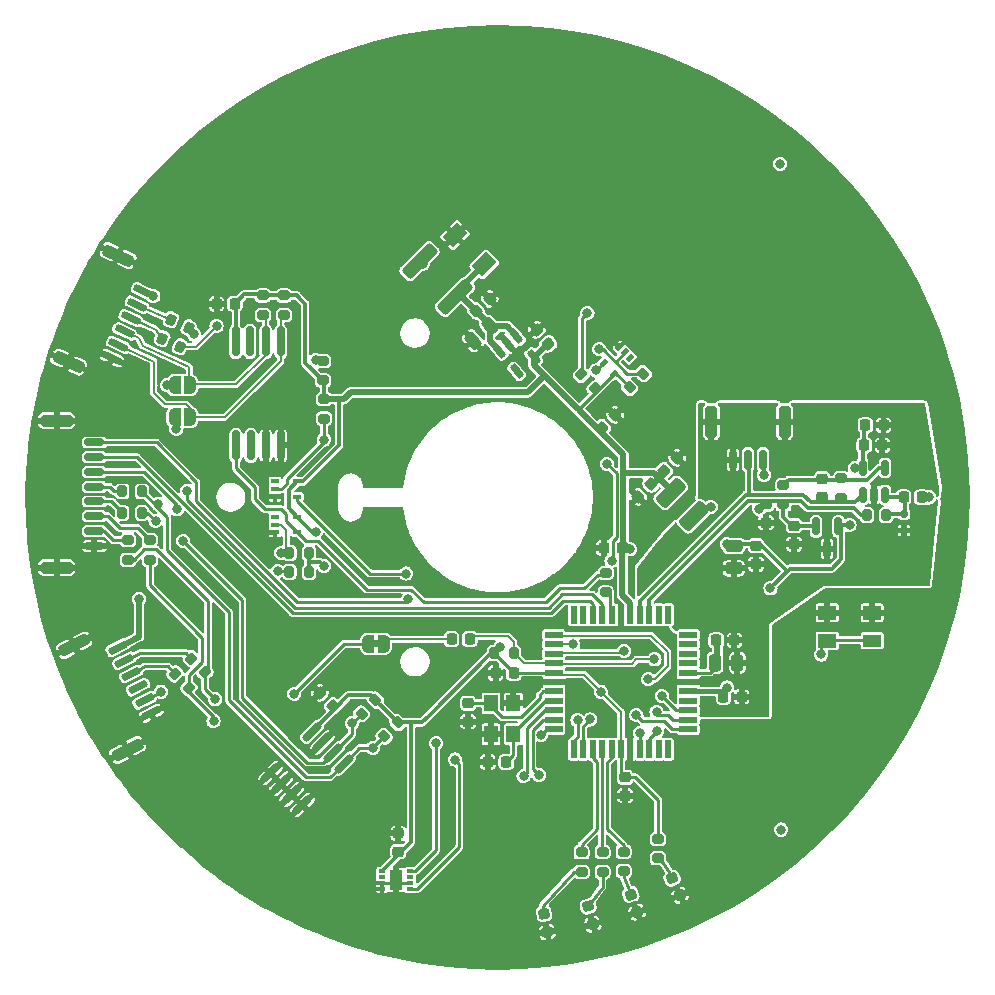
<source format=gbr>
%TF.GenerationSoftware,KiCad,Pcbnew,7.0.5.1-1-g8f565ef7f0-dirty-deb11*%
%TF.CreationDate,2023-06-28T22:36:54+00:00*%
%TF.ProjectId,USTTHUNDERMILLPCB01,55535454-4855-44e4-9445-524d494c4c50,rev?*%
%TF.SameCoordinates,Original*%
%TF.FileFunction,Copper,L1,Top*%
%TF.FilePolarity,Positive*%
%FSLAX46Y46*%
G04 Gerber Fmt 4.6, Leading zero omitted, Abs format (unit mm)*
G04 Created by KiCad (PCBNEW 7.0.5.1-1-g8f565ef7f0-dirty-deb11) date 2023-06-28 22:36:54*
%MOMM*%
%LPD*%
G01*
G04 APERTURE LIST*
G04 Aperture macros list*
%AMRoundRect*
0 Rectangle with rounded corners*
0 $1 Rounding radius*
0 $2 $3 $4 $5 $6 $7 $8 $9 X,Y pos of 4 corners*
0 Add a 4 corners polygon primitive as box body*
4,1,4,$2,$3,$4,$5,$6,$7,$8,$9,$2,$3,0*
0 Add four circle primitives for the rounded corners*
1,1,$1+$1,$2,$3*
1,1,$1+$1,$4,$5*
1,1,$1+$1,$6,$7*
1,1,$1+$1,$8,$9*
0 Add four rect primitives between the rounded corners*
20,1,$1+$1,$2,$3,$4,$5,0*
20,1,$1+$1,$4,$5,$6,$7,0*
20,1,$1+$1,$6,$7,$8,$9,0*
20,1,$1+$1,$8,$9,$2,$3,0*%
%AMRotRect*
0 Rectangle, with rotation*
0 The origin of the aperture is its center*
0 $1 length*
0 $2 width*
0 $3 Rotation angle, in degrees counterclockwise*
0 Add horizontal line*
21,1,$1,$2,0,0,$3*%
%AMFreePoly0*
4,1,19,0.500000,-0.750000,0.000000,-0.750000,0.000000,-0.744911,-0.071157,-0.744911,-0.207708,-0.704816,-0.327430,-0.627875,-0.420627,-0.520320,-0.479746,-0.390866,-0.500000,-0.250000,-0.500000,0.250000,-0.479746,0.390866,-0.420627,0.520320,-0.327430,0.627875,-0.207708,0.704816,-0.071157,0.744911,0.000000,0.744911,0.000000,0.750000,0.500000,0.750000,0.500000,-0.750000,0.500000,-0.750000,
$1*%
%AMFreePoly1*
4,1,19,0.000000,0.744911,0.071157,0.744911,0.207708,0.704816,0.327430,0.627875,0.420627,0.520320,0.479746,0.390866,0.500000,0.250000,0.500000,-0.250000,0.479746,-0.390866,0.420627,-0.520320,0.327430,-0.627875,0.207708,-0.704816,0.071157,-0.744911,0.000000,-0.744911,0.000000,-0.750000,-0.500000,-0.750000,-0.500000,0.750000,0.000000,0.750000,0.000000,0.744911,0.000000,0.744911,
$1*%
G04 Aperture macros list end*
%TA.AperFunction,SMDPad,CuDef*%
%ADD10C,0.500000*%
%TD*%
%TA.AperFunction,SMDPad,CuDef*%
%ADD11O,0.700000X2.600000*%
%TD*%
%TA.AperFunction,SMDPad,CuDef*%
%ADD12RoundRect,0.200000X0.275000X-0.200000X0.275000X0.200000X-0.275000X0.200000X-0.275000X-0.200000X0*%
%TD*%
%TA.AperFunction,SMDPad,CuDef*%
%ADD13RoundRect,0.200000X-0.275000X0.200000X-0.275000X-0.200000X0.275000X-0.200000X0.275000X0.200000X0*%
%TD*%
%TA.AperFunction,SMDPad,CuDef*%
%ADD14RoundRect,0.200000X0.335876X0.053033X0.053033X0.335876X-0.335876X-0.053033X-0.053033X-0.335876X0*%
%TD*%
%TA.AperFunction,SMDPad,CuDef*%
%ADD15RoundRect,0.225000X0.017678X-0.335876X0.335876X-0.017678X-0.017678X0.335876X-0.335876X0.017678X0*%
%TD*%
%TA.AperFunction,SMDPad,CuDef*%
%ADD16RoundRect,0.250000X-0.113813X0.524568X-0.496835X0.203174X0.113813X-0.524568X0.496835X-0.203174X0*%
%TD*%
%TA.AperFunction,SMDPad,CuDef*%
%ADD17RoundRect,0.218750X0.304135X-0.144974X0.190902X0.277619X-0.304135X0.144974X-0.190902X-0.277619X0*%
%TD*%
%TA.AperFunction,SMDPad,CuDef*%
%ADD18RoundRect,0.218750X0.324689X-0.089959X0.139794X0.306551X-0.324689X0.089959X-0.139794X-0.306551X0*%
%TD*%
%TA.AperFunction,SMDPad,CuDef*%
%ADD19RoundRect,0.200000X-0.200000X-0.275000X0.200000X-0.275000X0.200000X0.275000X-0.200000X0.275000X0*%
%TD*%
%TA.AperFunction,SMDPad,CuDef*%
%ADD20RoundRect,0.218750X0.290343X-0.170929X0.214371X0.259924X-0.290343X0.170929X-0.214371X-0.259924X0*%
%TD*%
%TA.AperFunction,SMDPad,CuDef*%
%ADD21RoundRect,0.200000X0.200000X0.275000X-0.200000X0.275000X-0.200000X-0.275000X0.200000X-0.275000X0*%
%TD*%
%TA.AperFunction,SMDPad,CuDef*%
%ADD22RoundRect,0.200000X0.297482X0.164711X-0.065042X0.333758X-0.297482X-0.164711X0.065042X-0.333758X0*%
%TD*%
%TA.AperFunction,SMDPad,CuDef*%
%ADD23RoundRect,0.225000X-0.250000X0.225000X-0.250000X-0.225000X0.250000X-0.225000X0.250000X0.225000X0*%
%TD*%
%TA.AperFunction,SMDPad,CuDef*%
%ADD24RoundRect,0.250000X-0.475000X0.250000X-0.475000X-0.250000X0.475000X-0.250000X0.475000X0.250000X0*%
%TD*%
%TA.AperFunction,SMDPad,CuDef*%
%ADD25RoundRect,0.250000X-0.250000X-0.475000X0.250000X-0.475000X0.250000X0.475000X-0.250000X0.475000X0*%
%TD*%
%TA.AperFunction,SMDPad,CuDef*%
%ADD26RoundRect,0.150000X-0.477297X-0.689429X0.689429X0.477297X0.477297X0.689429X-0.689429X-0.477297X0*%
%TD*%
%TA.AperFunction,SMDPad,CuDef*%
%ADD27RoundRect,0.150000X-0.571023X0.431779X-0.697808X0.159887X0.571023X-0.431779X0.697808X-0.159887X0*%
%TD*%
%TA.AperFunction,SMDPad,CuDef*%
%ADD28RoundRect,0.250000X-0.891284X0.691457X-1.102593X0.238303X0.891284X-0.691457X1.102593X-0.238303X0*%
%TD*%
%TA.AperFunction,SMDPad,CuDef*%
%ADD29RoundRect,0.225000X0.225000X0.250000X-0.225000X0.250000X-0.225000X-0.250000X0.225000X-0.250000X0*%
%TD*%
%TA.AperFunction,SMDPad,CuDef*%
%ADD30FreePoly0,180.000000*%
%TD*%
%TA.AperFunction,SMDPad,CuDef*%
%ADD31FreePoly1,180.000000*%
%TD*%
%TA.AperFunction,SMDPad,CuDef*%
%ADD32R,0.650000X0.400000*%
%TD*%
%TA.AperFunction,SMDPad,CuDef*%
%ADD33RotRect,1.300000X1.700000X135.000000*%
%TD*%
%TA.AperFunction,SMDPad,CuDef*%
%ADD34RoundRect,0.250000X-1.025305X-0.494975X-0.494975X-1.025305X1.025305X0.494975X0.494975X1.025305X0*%
%TD*%
%TA.AperFunction,SMDPad,CuDef*%
%ADD35RoundRect,0.225000X0.336138X-0.011663X0.046884X0.333057X-0.336138X0.011663X-0.046884X-0.333057X0*%
%TD*%
%TA.AperFunction,SMDPad,CuDef*%
%ADD36RoundRect,0.150000X-0.444335X0.296180X0.214522X-0.489016X0.444335X-0.296180X-0.214522X0.489016X0*%
%TD*%
%TA.AperFunction,SMDPad,CuDef*%
%ADD37RoundRect,0.150000X-0.150000X0.587500X-0.150000X-0.587500X0.150000X-0.587500X0.150000X0.587500X0*%
%TD*%
%TA.AperFunction,SMDPad,CuDef*%
%ADD38RoundRect,0.225000X-0.225000X-0.250000X0.225000X-0.250000X0.225000X0.250000X-0.225000X0.250000X0*%
%TD*%
%TA.AperFunction,SMDPad,CuDef*%
%ADD39R,1.550000X1.150000*%
%TD*%
%TA.AperFunction,SMDPad,CuDef*%
%ADD40R,1.550000X1.050000*%
%TD*%
%TA.AperFunction,SMDPad,CuDef*%
%ADD41R,1.500000X0.550000*%
%TD*%
%TA.AperFunction,SMDPad,CuDef*%
%ADD42R,0.550000X1.500000*%
%TD*%
%TA.AperFunction,SMDPad,CuDef*%
%ADD43RoundRect,0.150000X0.200000X-0.150000X0.200000X0.150000X-0.200000X0.150000X-0.200000X-0.150000X0*%
%TD*%
%TA.AperFunction,SMDPad,CuDef*%
%ADD44RoundRect,0.200000X-0.053033X0.335876X-0.335876X0.053033X0.053033X-0.335876X0.335876X-0.053033X0*%
%TD*%
%TA.AperFunction,SMDPad,CuDef*%
%ADD45RoundRect,0.225000X0.250000X-0.225000X0.250000X0.225000X-0.250000X0.225000X-0.250000X-0.225000X0*%
%TD*%
%TA.AperFunction,SMDPad,CuDef*%
%ADD46RoundRect,0.150000X-0.691803X-0.184142X-0.555606X-0.451444X0.691803X0.184142X0.555606X0.451444X0*%
%TD*%
%TA.AperFunction,SMDPad,CuDef*%
%ADD47RoundRect,0.250000X-1.093605X-0.276638X-0.866610X-0.722141X1.093605X0.276638X0.866610X0.722141X0*%
%TD*%
%TA.AperFunction,SMDPad,CuDef*%
%ADD48RoundRect,0.150000X0.150000X-0.512500X0.150000X0.512500X-0.150000X0.512500X-0.150000X-0.512500X0*%
%TD*%
%TA.AperFunction,SMDPad,CuDef*%
%ADD49RoundRect,0.200000X0.053033X-0.335876X0.335876X-0.053033X-0.053033X0.335876X-0.335876X0.053033X0*%
%TD*%
%TA.AperFunction,SMDPad,CuDef*%
%ADD50R,1.200000X1.400000*%
%TD*%
%TA.AperFunction,SMDPad,CuDef*%
%ADD51RoundRect,0.150000X0.150000X0.700000X-0.150000X0.700000X-0.150000X-0.700000X0.150000X-0.700000X0*%
%TD*%
%TA.AperFunction,SMDPad,CuDef*%
%ADD52RoundRect,0.250000X0.250000X1.100000X-0.250000X1.100000X-0.250000X-1.100000X0.250000X-1.100000X0*%
%TD*%
%TA.AperFunction,SMDPad,CuDef*%
%ADD53RoundRect,0.225000X0.335876X0.017678X0.017678X0.335876X-0.335876X-0.017678X-0.017678X-0.335876X0*%
%TD*%
%TA.AperFunction,SMDPad,CuDef*%
%ADD54RoundRect,0.250000X-1.246276X-0.804334X-0.804334X-1.246276X1.246276X0.804334X0.804334X1.246276X0*%
%TD*%
%TA.AperFunction,SMDPad,CuDef*%
%ADD55RotRect,0.650000X0.400000X225.000000*%
%TD*%
%TA.AperFunction,SMDPad,CuDef*%
%ADD56RoundRect,0.225000X-0.011663X-0.336138X0.333057X-0.046884X0.011663X0.336138X-0.333057X0.046884X0*%
%TD*%
%TA.AperFunction,SMDPad,CuDef*%
%ADD57R,0.600000X0.300000*%
%TD*%
%TA.AperFunction,SMDPad,CuDef*%
%ADD58R,1.000000X1.700000*%
%TD*%
%TA.AperFunction,SMDPad,CuDef*%
%ADD59RoundRect,0.225000X-0.017678X0.335876X-0.335876X0.017678X0.017678X-0.335876X0.335876X-0.017678X0*%
%TD*%
%TA.AperFunction,SMDPad,CuDef*%
%ADD60RoundRect,0.150000X-0.700000X0.150000X-0.700000X-0.150000X0.700000X-0.150000X0.700000X0.150000X0*%
%TD*%
%TA.AperFunction,SMDPad,CuDef*%
%ADD61RoundRect,0.250000X-1.100000X0.250000X-1.100000X-0.250000X1.100000X-0.250000X1.100000X0.250000X0*%
%TD*%
%TA.AperFunction,SMDPad,CuDef*%
%ADD62RoundRect,0.218750X0.315613X-0.117915X0.165979X0.293200X-0.315613X0.117915X-0.165979X-0.293200X0*%
%TD*%
%TA.AperFunction,ViaPad*%
%ADD63C,0.800000*%
%TD*%
%TA.AperFunction,Conductor*%
%ADD64C,0.300000*%
%TD*%
%TA.AperFunction,Conductor*%
%ADD65C,0.500000*%
%TD*%
%TA.AperFunction,Conductor*%
%ADD66C,0.250000*%
%TD*%
%TA.AperFunction,Conductor*%
%ADD67C,0.200000*%
%TD*%
%TA.AperFunction,Conductor*%
%ADD68C,0.400000*%
%TD*%
G04 APERTURE END LIST*
%TA.AperFunction,EtchedComponent*%
%TO.C,JP4*%
G36*
X17550000Y-15900000D02*
G01*
X16550000Y-15900000D01*
X16550000Y-15400000D01*
X17550000Y-15400000D01*
X17550000Y-15900000D01*
G37*
%TD.AperFunction*%
%TA.AperFunction,EtchedComponent*%
%TO.C,JP1*%
G36*
X-10050000Y-12700000D02*
G01*
X-10550000Y-12700000D01*
X-10550000Y-12100000D01*
X-10050000Y-12100000D01*
X-10050000Y-12700000D01*
G37*
%TD.AperFunction*%
%TD*%
D10*
%TO.P,JP4,1,1*%
%TO.N,GND*%
X16550000Y-15650000D03*
%TO.P,JP4,2,2*%
%TO.N,GNDA*%
X17550000Y-15650000D03*
%TD*%
D11*
%TO.P,U4,1,OSCI*%
%TO.N,COUNT_1*%
X-22170000Y4400000D03*
%TO.P,U4,2,OSCO*%
%TO.N,unconnected-(U4-OSCO-Pad2)*%
X-20900000Y4400000D03*
%TO.P,U4,3,A0*%
%TO.N,GND*%
X-19630000Y4400000D03*
%TO.P,U4,4,VSS*%
X-18355000Y4400000D03*
%TO.P,U4,5,SDA*%
%TO.N,SDA_RPM*%
X-18360000Y13200000D03*
%TO.P,U4,6,SCL*%
%TO.N,SCL_RPM*%
X-19630000Y13200000D03*
%TO.P,U4,7,#INT*%
%TO.N,unconnected-(U4-#INT-Pad7)*%
X-20965000Y13200000D03*
%TO.P,U4,8,VDD*%
%TO.N,+3V3*%
X-22170000Y13200000D03*
%TD*%
D12*
%TO.P,R5,1*%
%TO.N,Net-(D3-A)*%
X8884000Y-31695400D03*
%TO.P,R5,2*%
%TO.N,/CPU/LED_2*%
X8884000Y-30045400D03*
%TD*%
D13*
%TO.P,R26,1*%
%TO.N,COUNT_1*%
X9150000Y-6400000D03*
%TO.P,R26,2*%
%TO.N,Net-(U8-(PCINT8{slash}T0{slash}XCK)PB0)*%
X9150000Y-8050000D03*
%TD*%
D14*
%TO.P,R16,1*%
%TO.N,/CPU/RX0*%
X-24771000Y-14815000D03*
%TO.P,R16,2*%
%TO.N,Net-(J6-Pad2)*%
X-25937726Y-13648274D03*
%TD*%
D15*
%TO.P,C14,1*%
%TO.N,+3V3*%
X14101992Y2251992D03*
%TO.P,C14,2*%
%TO.N,GND*%
X15198008Y3348008D03*
%TD*%
D16*
%TO.P,C6,1*%
%TO.N,Net-(D2-K)*%
X-638094Y14482552D03*
%TO.P,C6,2*%
%TO.N,GND*%
X-2093578Y13261256D03*
%TD*%
D17*
%TO.P,D3,1,K*%
%TO.N,GND*%
X8071820Y-36149667D03*
%TO.P,D3,2,A*%
%TO.N,Net-(D3-A)*%
X7664180Y-34628333D03*
%TD*%
D12*
%TO.P,R21,1*%
%TO.N,Net-(D6-A)*%
X13583000Y-30562000D03*
%TO.P,R21,2*%
%TO.N,+3V3*%
X13583000Y-28912000D03*
%TD*%
%TO.P,R9,1*%
%TO.N,+3V3*%
X-14800000Y9900000D03*
%TO.P,R9,2*%
%TO.N,Net-(R9-Pad2)*%
X-14800000Y11550000D03*
%TD*%
D18*
%TO.P,D6,1,K*%
%TO.N,GND*%
X15439812Y-33689717D03*
%TO.P,D6,2,A*%
%TO.N,Net-(D6-A)*%
X14774188Y-32262283D03*
%TD*%
D13*
%TO.P,R3,1*%
%TO.N,Net-(U2--)*%
X29100000Y1625000D03*
%TO.P,R3,2*%
%TO.N,PA0*%
X29100000Y-25000D03*
%TD*%
D19*
%TO.P,R1,1*%
%TO.N,PA1*%
X31250000Y-1500000D03*
%TO.P,R1,2*%
%TO.N,Net-(D1-A1)*%
X32900000Y-1500000D03*
%TD*%
D20*
%TO.P,D4,1,K*%
%TO.N,GND*%
X4194748Y-36799536D03*
%TO.P,D4,2,A*%
%TO.N,Net-(D4-A)*%
X3921252Y-35248464D03*
%TD*%
D21*
%TO.P,R8,1*%
%TO.N,+3V3*%
X-15975000Y-6300000D03*
%TO.P,R8,2*%
%TO.N,Net-(R8-Pad2)*%
X-17625000Y-6300000D03*
%TD*%
D22*
%TO.P,R24,1*%
%TO.N,/CPU/RX1*%
X-26154592Y14352680D03*
%TO.P,R24,2*%
%TO.N,Net-(J1-Pad2)*%
X-27650000Y15050000D03*
%TD*%
D23*
%TO.P,C10,1*%
%TO.N,+3.3VA*%
X21900000Y-4100000D03*
%TO.P,C10,2*%
%TO.N,GNDA*%
X21900000Y-5650000D03*
%TD*%
D24*
%TO.P,C9,1*%
%TO.N,+3.3VA*%
X20000000Y-4100000D03*
%TO.P,C9,2*%
%TO.N,GNDA*%
X20000000Y-6000000D03*
%TD*%
D25*
%TO.P,C21,1*%
%TO.N,Net-(U8-AREF)*%
X18400000Y-14000000D03*
%TO.P,C21,2*%
%TO.N,GNDA*%
X20300000Y-14000000D03*
%TD*%
D26*
%TO.P,U9,1,A0*%
%TO.N,GND*%
X-19232128Y-23346051D03*
%TO.P,U9,2,A1*%
X-18334102Y-24244076D03*
%TO.P,U9,3,A2*%
X-17436076Y-25142102D03*
%TO.P,U9,4,GND*%
X-16538051Y-26040128D03*
%TO.P,U9,5,SDA*%
%TO.N,/CPU/PC1*%
X-13037872Y-22539949D03*
%TO.P,U9,6,SCL*%
%TO.N,/CPU/PC0*%
X-13935898Y-21641924D03*
%TO.P,U9,7,WP*%
%TO.N,GND*%
X-14833924Y-20743898D03*
%TO.P,U9,8,VCC*%
%TO.N,+3V3*%
X-15731949Y-19845872D03*
%TD*%
D14*
%TO.P,R27,1*%
%TO.N,+3V3*%
X8250000Y9250000D03*
%TO.P,R27,2*%
%TO.N,Net-(R27-Pad2)*%
X7083274Y10416726D03*
%TD*%
D13*
%TO.P,R7,1*%
%TO.N,+3V3*%
X-18100000Y17100000D03*
%TO.P,R7,2*%
%TO.N,SDA_RPM*%
X-18100000Y15450000D03*
%TD*%
D27*
%TO.P,J1,1*%
%TO.N,+5V*%
X-30002649Y17450368D03*
%TO.P,J1,2*%
%TO.N,Net-(J1-Pad2)*%
X-30530921Y16317483D03*
%TO.P,J1,3*%
%TO.N,Net-(J1-Pad3)*%
X-31059194Y15184599D03*
%TO.P,J1,4*%
%TO.N,SCL_RPM*%
X-31587467Y14051714D03*
%TO.P,J1,5*%
%TO.N,SDA_RPM*%
X-32115740Y12918829D03*
%TO.P,J1,6*%
%TO.N,GND*%
X-32644013Y11785944D03*
D28*
%TO.P,J1,MP*%
X-32120990Y20479416D03*
X-36326041Y11461653D03*
%TD*%
D29*
%TO.P,C19,1*%
%TO.N,+3V3*%
X10550000Y-4300000D03*
%TO.P,C19,2*%
%TO.N,GND*%
X9000000Y-4300000D03*
%TD*%
D30*
%TO.P,JP3,1,A*%
%TO.N,SDA_RPM*%
X-26050000Y6800000D03*
D31*
%TO.P,JP3,2,B*%
%TO.N,/CPU/PC1*%
X-27350000Y6800000D03*
%TD*%
D32*
%TO.P,U10,1*%
%TO.N,N/C*%
X-18850000Y-1650000D03*
%TO.P,U10,2*%
%TO.N,Net-(R10-Pad2)*%
X-18850000Y-2300000D03*
%TO.P,U10,3,GND*%
%TO.N,GND*%
X-18850000Y-2950000D03*
%TO.P,U10,4*%
%TO.N,COUNT_1*%
X-16950000Y-2950000D03*
%TO.P,U10,5,VCC*%
%TO.N,+3V3*%
X-16950000Y-1650000D03*
%TD*%
D29*
%TO.P,C17,1*%
%TO.N,Net-(U8-XTAL1)*%
X725000Y-22420000D03*
%TO.P,C17,2*%
%TO.N,GND*%
X-825000Y-22420000D03*
%TD*%
D33*
%TO.P,D2,1,K*%
%TO.N,Net-(D2-K)*%
X-1125126Y19725126D03*
%TO.P,D2,2,A*%
%TO.N,GND*%
X-3600000Y22200000D03*
%TD*%
D23*
%TO.P,C15,1*%
%TO.N,Net-(U8-XTAL2)*%
X-2500000Y-17425000D03*
%TO.P,C15,2*%
%TO.N,GND*%
X-2500000Y-18975000D03*
%TD*%
D34*
%TO.P,L1,1,1*%
%TO.N,+3V3*%
X14660051Y389949D03*
%TO.P,L1,2,2*%
%TO.N,+3.3VA*%
X16639949Y-1589949D03*
%TD*%
D30*
%TO.P,JP2,1,A*%
%TO.N,SCL_RPM*%
X-26050000Y9500000D03*
D31*
%TO.P,JP2,2,B*%
%TO.N,/CPU/PC0*%
X-27350000Y9500000D03*
%TD*%
D35*
%TO.P,C8,1*%
%TO.N,+3V3*%
X4298160Y13006316D03*
%TO.P,C8,2*%
%TO.N,GND*%
X3301840Y14193684D03*
%TD*%
D21*
%TO.P,R19,1*%
%TO.N,/CPU/PC1*%
X-30125000Y500000D03*
%TO.P,R19,2*%
%TO.N,Net-(J5-Pad4)*%
X-31775000Y500000D03*
%TD*%
D36*
%TO.P,U3,1,VIN*%
%TO.N,Net-(D2-K)*%
X1596571Y13632024D03*
%TO.P,U3,2,GND*%
%TO.N,GND*%
X868829Y13021376D03*
%TO.P,U3,3,EN*%
%TO.N,Net-(D2-K)*%
X141087Y12410727D03*
%TO.P,U3,4,NC*%
%TO.N,unconnected-(U3-NC-Pad4)*%
X1603429Y10667976D03*
%TO.P,U3,5,VOUT*%
%TO.N,+3V3*%
X3058913Y11889273D03*
%TD*%
D37*
%TO.P,U1,1,Vin*%
%TO.N,+3.3VA*%
X28850000Y-2462500D03*
%TO.P,U1,2,Vout*%
%TO.N,PA1*%
X26950000Y-2462500D03*
%TO.P,U1,3,GND*%
%TO.N,GNDA*%
X27900000Y-4337500D03*
%TD*%
D21*
%TO.P,R10,1*%
%TO.N,+3V3*%
X-15975000Y-4700000D03*
%TO.P,R10,2*%
%TO.N,Net-(R10-Pad2)*%
X-17625000Y-4700000D03*
%TD*%
D38*
%TO.P,C26,1*%
%TO.N,+3.3VA*%
X31025000Y4400000D03*
%TO.P,C26,2*%
%TO.N,GNDA*%
X32575000Y4400000D03*
%TD*%
D23*
%TO.P,C18,1*%
%TO.N,+3V3*%
X10789000Y-23692000D03*
%TO.P,C18,2*%
%TO.N,GND*%
X10789000Y-25242000D03*
%TD*%
D30*
%TO.P,JP1,1,A*%
%TO.N,Net-(JP1-A)*%
X-9650000Y-12400000D03*
D31*
%TO.P,JP1,2,B*%
%TO.N,Net-(JP1-B)*%
X-10950000Y-12400000D03*
%TD*%
D39*
%TO.P,SW1,1,1*%
%TO.N,GND*%
X27900000Y-9750000D03*
X31700000Y-9750000D03*
%TO.P,SW1,2,2*%
%TO.N,/CPU/BTN*%
X27900000Y-12150000D03*
D40*
X31700000Y-12150000D03*
%TD*%
D32*
%TO.P,U11,1*%
%TO.N,N/C*%
X-18850000Y1350000D03*
%TO.P,U11,2*%
%TO.N,Net-(R11-Pad2)*%
X-18850000Y700000D03*
%TO.P,U11,3,GND*%
%TO.N,GND*%
X-18850000Y50000D03*
%TO.P,U11,4*%
%TO.N,COUNT_2*%
X-16950000Y50000D03*
%TO.P,U11,5,VCC*%
%TO.N,+3V3*%
X-16950000Y1350000D03*
%TD*%
D41*
%TO.P,U8,1,(PCINT13/MOSI)PB5*%
%TO.N,/CPU/PB5*%
X4750800Y-11630000D03*
%TO.P,U8,2,(PCINT14/MISO)PB6*%
%TO.N,/CPU/PB6*%
X4750800Y-12430000D03*
%TO.P,U8,3,(PCINT15/SCK)PB7*%
%TO.N,/CPU/PB7*%
X4750800Y-13230000D03*
%TO.P,U8,4,~{RESET}*%
%TO.N,/CPU/RST#_P*%
X4750800Y-14030000D03*
%TO.P,U8,5,VCC*%
%TO.N,+3V3*%
X4750800Y-14830000D03*
%TO.P,U8,6,GND*%
%TO.N,GND*%
X4750800Y-15630000D03*
%TO.P,U8,7,XTAL2*%
%TO.N,Net-(U8-XTAL2)*%
X4750800Y-16430000D03*
%TO.P,U8,8,XTAL1*%
%TO.N,Net-(U8-XTAL1)*%
X4750800Y-17230000D03*
%TO.P,U8,9,(PCINT24/RXD0)PD0*%
%TO.N,/CPU/RX0*%
X4750800Y-18030000D03*
%TO.P,U8,10,(PCINT25/TXD0)PD1*%
%TO.N,/CPU/TX0*%
X4750800Y-18830000D03*
%TO.P,U8,11,(PCINT26/RXD1/INT0)PD2*%
%TO.N,/CPU/RX1*%
X4750800Y-19630000D03*
D42*
%TO.P,U8,12,(PCINT27/TXD1/INT1)PD3*%
%TO.N,/CPU/TX1*%
X6450800Y-21330000D03*
%TO.P,U8,13,(PCINT28/XCK1/OC1B)PD4*%
%TO.N,/CPU/TIMEPULSE*%
X7250800Y-21330000D03*
%TO.P,U8,14,(PCINT294/OC1A)PD5*%
%TO.N,/CPU/LED_1*%
X8050800Y-21330000D03*
%TO.P,U8,15,(PCINT30/OC2B/ICP)PD6*%
%TO.N,/CPU/LED_2*%
X8850800Y-21330000D03*
%TO.P,U8,16,(PCINT31/OC2A)PD7*%
%TO.N,/CPU/LED_3*%
X9650800Y-21330000D03*
%TO.P,U8,17,VCC*%
%TO.N,+3V3*%
X10450800Y-21330000D03*
%TO.P,U8,18,GND*%
%TO.N,GND*%
X11250800Y-21330000D03*
%TO.P,U8,19,(PCINT16/SCL)PC0*%
%TO.N,/CPU/PC0*%
X12050800Y-21330000D03*
%TO.P,U8,20,(PCINT17/SDA)PC1*%
%TO.N,/CPU/PC1*%
X12850800Y-21330000D03*
%TO.P,U8,21,(PCINT18/TCK)PC2*%
%TO.N,unconnected-(U8-(PCINT18{slash}TCK)PC2-Pad21)*%
X13650800Y-21330000D03*
%TO.P,U8,22,(PCINT19/TMS)PC3*%
%TO.N,unconnected-(U8-(PCINT19{slash}TMS)PC3-Pad22)*%
X14450800Y-21330000D03*
D41*
%TO.P,U8,23,(PCINT20/TDO)PC4*%
%TO.N,COUNT_2*%
X16150800Y-19630000D03*
%TO.P,U8,24,(PCINT21/TDI)PC5*%
%TO.N,/CPU/BTN*%
X16150800Y-18830000D03*
%TO.P,U8,25,(PCINT22/TOSC1)PC6*%
%TO.N,COUNT_3*%
X16150800Y-18030000D03*
%TO.P,U8,26,(PCINT23/TOSC2)PC7*%
%TO.N,unconnected-(U8-(PCINT23{slash}TOSC2)PC7-Pad26)*%
X16150800Y-17230000D03*
%TO.P,U8,27,AVCC*%
%TO.N,+3.3VA*%
X16150800Y-16430000D03*
%TO.P,U8,28,GND*%
%TO.N,GND*%
X16150800Y-15630000D03*
%TO.P,U8,29,AREF*%
%TO.N,Net-(U8-AREF)*%
X16150800Y-14830000D03*
%TO.P,U8,30,(PCINT7/ADC7)PA7*%
%TO.N,unconnected-(U8-(PCINT7{slash}ADC7)PA7-Pad30)*%
X16150800Y-14030000D03*
%TO.P,U8,31,(PCINT6/ADC6)PA6*%
%TO.N,unconnected-(U8-(PCINT6{slash}ADC6)PA6-Pad31)*%
X16150800Y-13230000D03*
%TO.P,U8,32,(PCINT5/ADC5)PA5*%
%TO.N,unconnected-(U8-(PCINT5{slash}ADC5)PA5-Pad32)*%
X16150800Y-12430000D03*
%TO.P,U8,33,(PCINT4/ADC4)PA4*%
%TO.N,unconnected-(U8-(PCINT4{slash}ADC4)PA4-Pad33)*%
X16150800Y-11630000D03*
D42*
%TO.P,U8,34,(PCINT3/ADC3)PA3*%
%TO.N,unconnected-(U8-(PCINT3{slash}ADC3)PA3-Pad34)*%
X14450800Y-9930000D03*
%TO.P,U8,35,(PCINT2/ADC2)PA2*%
%TO.N,unconnected-(U8-(PCINT2{slash}ADC2)PA2-Pad35)*%
X13650800Y-9930000D03*
%TO.P,U8,36,(PCINT1/ADC1)PA1*%
%TO.N,PA1*%
X12850800Y-9930000D03*
%TO.P,U8,37,(PCINT0/ADC0)PA0*%
%TO.N,PA0*%
X12050800Y-9930000D03*
%TO.P,U8,38,VCC*%
%TO.N,+3V3*%
X11250800Y-9930000D03*
%TO.P,U8,39,GND*%
%TO.N,GND*%
X10450800Y-9930000D03*
%TO.P,U8,40,(PCINT8/T0/XCK)PB0*%
%TO.N,Net-(U8-(PCINT8{slash}T0{slash}XCK)PB0)*%
X9650800Y-9930000D03*
%TO.P,U8,41,(PCINT9/CLKO/T1)PB1*%
%TO.N,/CPU/GEO_STAT*%
X8850800Y-9930000D03*
%TO.P,U8,42,(PCINT10/AIN0/INT2)PB2*%
%TO.N,/CPU/EXTINT*%
X8050800Y-9930000D03*
%TO.P,U8,43,(PCINT11/AIN1/OC0)PB3*%
%TO.N,unconnected-(U8-(PCINT11{slash}AIN1{slash}OC0)PB3-Pad43)*%
X7250800Y-9930000D03*
%TO.P,U8,44,(PCINT12/OC0B/~{SS})PB4*%
%TO.N,unconnected-(U8-(PCINT12{slash}OC0B{slash}~{SS})PB4-Pad44)*%
X6450800Y-9930000D03*
%TD*%
D43*
%TO.P,D1,1,A1*%
%TO.N,Net-(D1-A1)*%
X34400000Y-1400000D03*
%TO.P,D1,2,A2*%
%TO.N,GNDA*%
X34400000Y-2800000D03*
%TD*%
D23*
%TO.P,C4,1*%
%TO.N,Net-(U2--)*%
X27500000Y1575000D03*
%TO.P,C4,2*%
%TO.N,PA0*%
X27500000Y25000D03*
%TD*%
D44*
%TO.P,R13,1*%
%TO.N,+3V3*%
X-10344637Y-17152637D03*
%TO.P,R13,2*%
%TO.N,/CPU/PC0*%
X-11511363Y-18319363D03*
%TD*%
D13*
%TO.P,R6,1*%
%TO.N,+3V3*%
X-19878000Y17100000D03*
%TO.P,R6,2*%
%TO.N,SCL_RPM*%
X-19878000Y15450000D03*
%TD*%
D38*
%TO.P,C16,1*%
%TO.N,+3.3VA*%
X19125000Y-16875000D03*
%TO.P,C16,2*%
%TO.N,GNDA*%
X20675000Y-16875000D03*
%TD*%
D45*
%TO.P,C3,1*%
%TO.N,GNDA*%
X22700000Y-2150000D03*
%TO.P,C3,2*%
%TO.N,PA1*%
X22700000Y-600000D03*
%TD*%
D46*
%TO.P,J6,1*%
%TO.N,+5V*%
X-32161358Y-12714722D03*
%TO.P,J6,2*%
%TO.N,Net-(J6-Pad2)*%
X-31593870Y-13828480D03*
%TO.P,J6,3*%
%TO.N,Net-(J6-Pad3)*%
X-31026382Y-14942238D03*
%TO.P,J6,4*%
%TO.N,unconnected-(J6-Pad4)*%
X-30458894Y-16055997D03*
%TO.P,J6,5*%
%TO.N,Net-(JP1-B)*%
X-29891406Y-17169755D03*
%TO.P,J6,6*%
%TO.N,GND*%
X-29323918Y-18283513D03*
D47*
%TO.P,J6,MP*%
X-35852462Y-12519130D03*
X-31335256Y-21384645D03*
%TD*%
D44*
%TO.P,R12,1*%
%TO.N,+3V3*%
X-8439637Y-19057637D03*
%TO.P,R12,2*%
%TO.N,/CPU/PC1*%
X-9606363Y-20224363D03*
%TD*%
D38*
%TO.P,C23,1*%
%TO.N,Net-(U8-AREF)*%
X18500000Y-12100000D03*
%TO.P,C23,2*%
%TO.N,GNDA*%
X20050000Y-12100000D03*
%TD*%
D48*
%TO.P,U2,1*%
%TO.N,PA0*%
X30900000Y225000D03*
%TO.P,U2,2,V-*%
%TO.N,GNDA*%
X31850000Y225000D03*
%TO.P,U2,3,+*%
%TO.N,Net-(D1-A1)*%
X32800000Y225000D03*
%TO.P,U2,4,-*%
%TO.N,Net-(U2--)*%
X32800000Y2500000D03*
%TO.P,U2,5,V+*%
%TO.N,+3.3VA*%
X30900000Y2500000D03*
%TD*%
D49*
%TO.P,R28,1*%
%TO.N,+3V3*%
X11166637Y9316637D03*
%TO.P,R28,2*%
%TO.N,Net-(R28-Pad2)*%
X12333363Y10483363D03*
%TD*%
D50*
%TO.P,Y1,1,1*%
%TO.N,Net-(U8-XTAL2)*%
X-558400Y-17441400D03*
%TO.P,Y1,2,2*%
%TO.N,GND*%
X-558400Y-20041400D03*
%TO.P,Y1,3,3*%
%TO.N,Net-(U8-XTAL1)*%
X1341600Y-20041400D03*
%TO.P,Y1,4,4*%
%TO.N,GND*%
X1341600Y-17441400D03*
%TD*%
D29*
%TO.P,C22,1*%
%TO.N,+3V3*%
X-22250000Y16400000D03*
%TO.P,C22,2*%
%TO.N,GND*%
X-23800000Y16400000D03*
%TD*%
D51*
%TO.P,J2,1*%
%TO.N,PA1*%
X22450000Y3200000D03*
%TO.P,J2,2*%
%TO.N,PA0*%
X21200000Y3200000D03*
%TO.P,J2,3*%
%TO.N,GNDA*%
X19950000Y3200000D03*
D52*
%TO.P,J2,MP*%
X24300000Y6400000D03*
X18100000Y6400000D03*
%TD*%
D12*
%TO.P,R2,1*%
%TO.N,PA1*%
X24200000Y-600000D03*
%TO.P,R2,2*%
%TO.N,Net-(U2--)*%
X24200000Y1050000D03*
%TD*%
D23*
%TO.P,C1,1*%
%TO.N,PA1*%
X25100000Y-2400000D03*
%TO.P,C1,2*%
%TO.N,GNDA*%
X25100000Y-3950000D03*
%TD*%
D12*
%TO.P,R22,1*%
%TO.N,/CPU/TX0*%
X-29450000Y-5275000D03*
%TO.P,R22,2*%
%TO.N,Net-(J5-Pad6)*%
X-29450000Y-3625000D03*
%TD*%
%TO.P,R23,1*%
%TO.N,/CPU/RX0*%
X-31300000Y-5275000D03*
%TO.P,R23,2*%
%TO.N,Net-(J5-Pad7)*%
X-31300000Y-3625000D03*
%TD*%
D13*
%TO.P,R11,1*%
%TO.N,+3V3*%
X-14700000Y8325000D03*
%TO.P,R11,2*%
%TO.N,Net-(R11-Pad2)*%
X-14700000Y6675000D03*
%TD*%
D12*
%TO.P,R18,1*%
%TO.N,Net-(D5-A)*%
X10662000Y-31642000D03*
%TO.P,R18,2*%
%TO.N,/CPU/LED_3*%
X10662000Y-29992000D03*
%TD*%
D29*
%TO.P,C5,1*%
%TO.N,GNDA*%
X32675000Y6100000D03*
%TO.P,C5,2*%
%TO.N,+3.3VA*%
X31125000Y6100000D03*
%TD*%
%TO.P,C20,1*%
%TO.N,+3V3*%
X1375000Y-14870000D03*
%TO.P,C20,2*%
%TO.N,GND*%
X-175000Y-14870000D03*
%TD*%
D38*
%TO.P,C25,1*%
%TO.N,Net-(JP1-A)*%
X-3900000Y-12000000D03*
%TO.P,C25,2*%
%TO.N,/CPU/RST#_P*%
X-2350000Y-12000000D03*
%TD*%
D22*
%TO.P,R25,1*%
%TO.N,/CPU/TX1*%
X-26900000Y12750000D03*
%TO.P,R25,2*%
%TO.N,Net-(J1-Pad3)*%
X-28395408Y13447320D03*
%TD*%
D45*
%TO.P,C11,1*%
%TO.N,+3V3*%
X-8400000Y-30000000D03*
%TO.P,C11,2*%
%TO.N,GND*%
X-8400000Y-28450000D03*
%TD*%
D29*
%TO.P,C2,1*%
%TO.N,STATOR*%
X35925000Y0D03*
%TO.P,C2,2*%
%TO.N,Net-(D1-A1)*%
X34375000Y0D03*
%TD*%
D15*
%TO.P,C13,1*%
%TO.N,+3V3*%
X8850000Y5900000D03*
%TO.P,C13,2*%
%TO.N,GND*%
X9946016Y6996016D03*
%TD*%
D14*
%TO.P,R17,1*%
%TO.N,/CPU/TX0*%
X-26144274Y-16108726D03*
%TO.P,R17,2*%
%TO.N,Net-(J6-Pad3)*%
X-27311000Y-14942000D03*
%TD*%
D21*
%TO.P,R20,1*%
%TO.N,/CPU/PC0*%
X-30125000Y-1300000D03*
%TO.P,R20,2*%
%TO.N,Net-(J5-Pad5)*%
X-31775000Y-1300000D03*
%TD*%
%TO.P,R14,1*%
%TO.N,/CPU/RST#_P*%
X1365000Y-13170000D03*
%TO.P,R14,2*%
%TO.N,+3V3*%
X-285000Y-13170000D03*
%TD*%
D53*
%TO.P,C24,1*%
%TO.N,+3V3*%
X-13951992Y-17648008D03*
%TO.P,C24,2*%
%TO.N,GND*%
X-15048008Y-16551992D03*
%TD*%
D54*
%TO.P,F1,1*%
%TO.N,+5V*%
X-6611441Y20011441D03*
%TO.P,F1,2*%
%TO.N,Net-(D2-K)*%
X-3588559Y16988559D03*
%TD*%
D12*
%TO.P,R15,1*%
%TO.N,Net-(D4-A)*%
X7106000Y-31705000D03*
%TO.P,R15,2*%
%TO.N,/CPU/LED_1*%
X7106000Y-30055000D03*
%TD*%
D55*
%TO.P,U12,1*%
%TO.N,N/C*%
X11231371Y11812132D03*
%TO.P,U12,2*%
%TO.N,Net-(R28-Pad2)*%
X10771751Y12271751D03*
%TO.P,U12,3,GND*%
%TO.N,GND*%
X10312132Y12731371D03*
%TO.P,U12,4*%
%TO.N,COUNT_3*%
X8968629Y11387868D03*
%TO.P,U12,5,VCC*%
%TO.N,+3V3*%
X9887868Y10468629D03*
%TD*%
D56*
%TO.P,C7,1*%
%TO.N,Net-(D2-K)*%
X-1867856Y15816114D03*
%TO.P,C7,2*%
%TO.N,GND*%
X-680488Y16812434D03*
%TD*%
D57*
%TO.P,U7,1,SDA*%
%TO.N,/CPU/PC1*%
X-7400000Y-33150000D03*
%TO.P,U7,2,ADDR*%
%TO.N,GND*%
X-7400000Y-32650000D03*
%TO.P,U7,3,ALERT*%
%TO.N,unconnected-(U7-ALERT-Pad3)*%
X-7400000Y-32150000D03*
%TO.P,U7,4,SCL*%
%TO.N,/CPU/PC0*%
X-7400000Y-31650000D03*
%TO.P,U7,5,VDD*%
%TO.N,+3V3*%
X-9800000Y-31650000D03*
%TO.P,U7,6,nRESET*%
%TO.N,unconnected-(U7-nRESET-Pad6)*%
X-9800000Y-32150000D03*
%TO.P,U7,7,GND*%
%TO.N,GND*%
X-9800000Y-32650000D03*
%TO.P,U7,8,GND*%
X-9800000Y-33150000D03*
D58*
%TO.P,U7,9,GND*%
X-8600000Y-32400000D03*
%TD*%
D59*
%TO.P,C12,1*%
%TO.N,+3V3*%
X12998008Y1148008D03*
%TO.P,C12,2*%
%TO.N,GND*%
X11901992Y51992D03*
%TD*%
D60*
%TO.P,J5,1*%
%TO.N,/CPU/TIMEPULSE*%
X-34131516Y4651871D03*
%TO.P,J5,2*%
%TO.N,/CPU/EXTINT*%
X-34131516Y3401871D03*
%TO.P,J5,3*%
%TO.N,/CPU/GEO_STAT*%
X-34131516Y2151871D03*
%TO.P,J5,4*%
%TO.N,Net-(J5-Pad4)*%
X-34131516Y901871D03*
%TO.P,J5,5*%
%TO.N,Net-(J5-Pad5)*%
X-34131516Y-348129D03*
%TO.P,J5,6*%
%TO.N,Net-(J5-Pad6)*%
X-34131516Y-1598129D03*
%TO.P,J5,7*%
%TO.N,Net-(J5-Pad7)*%
X-34131516Y-2848129D03*
%TO.P,J5,8*%
%TO.N,GND*%
X-34131516Y-4098129D03*
D61*
%TO.P,J5,MP*%
X-37331516Y6501871D03*
X-37331516Y-5948129D03*
%TD*%
D62*
%TO.P,D5,1,K*%
%TO.N,GND*%
X11820341Y-35113008D03*
%TO.P,D5,2,A*%
%TO.N,Net-(D5-A)*%
X11281659Y-33632992D03*
%TD*%
D63*
%TO.N,GNDA*%
X18650000Y-6400000D03*
X30900000Y-4800000D03*
X34400000Y-6650000D03*
X26150000Y-7600000D03*
X34450000Y6300000D03*
X34700000Y2650000D03*
X20800000Y-15500000D03*
X22300000Y-14450000D03*
X22550000Y-17700000D03*
X22300000Y-11500000D03*
X14000000Y-4900000D03*
X29400000Y5000000D03*
X25300000Y-1150000D03*
X16100000Y-7100000D03*
X26400000Y3500000D03*
%TO.N,+5V*%
X-6300000Y19800000D03*
X-30359000Y-8600000D03*
X-29150000Y17050000D03*
%TO.N,+3V3*%
X8750000Y-16450000D03*
X-15375500Y-2897131D03*
X-14700000Y-5800000D03*
X11200000Y-4400000D03*
X217500Y-12667500D03*
%TO.N,/CPU/RST#_P*%
X13282596Y-13717404D03*
%TO.N,/CPU/PB6*%
X6400000Y-12450500D03*
%TO.N,/CPU/PB7*%
X10700000Y-13000000D03*
%TO.N,/CPU/PB5*%
X12750000Y-15400000D03*
%TO.N,/CPU/TIMEPULSE*%
X-7556958Y-8610980D03*
X7850000Y-18800000D03*
%TO.N,Net-(R8-Pad2)*%
X-18607259Y-6221663D03*
%TO.N,Net-(R9-Pad2)*%
X-15375500Y11600000D03*
%TO.N,/CPU/PC1*%
X-10550000Y-21200000D03*
X-28750000Y-550000D03*
X13500000Y-19800000D03*
X-27200000Y5800000D03*
X-3601511Y-22198489D03*
%TO.N,/CPU/PC0*%
X12050800Y-19950800D03*
X-26628972Y-3678972D03*
X-5200000Y-20824500D03*
X-28962000Y-1988000D03*
X-28000000Y9500000D03*
X-12325000Y-19133000D03*
%TO.N,/CPU/RX0*%
X-23900000Y-17100000D03*
X2200000Y-23600000D03*
%TO.N,/CPU/TX0*%
X-24050000Y-18950000D03*
X3500000Y-23500000D03*
%TO.N,/CPU/TX1*%
X-23800000Y14500000D03*
X6764007Y-18861395D03*
%TO.N,/CPU/RX1*%
X-25700000Y13800000D03*
X3684019Y-20100000D03*
%TO.N,/CPU/BTN*%
X13460450Y-18175500D03*
X27400000Y-13300000D03*
%TO.N,/CPU/GEO_STAT*%
X-27137754Y-1013156D03*
X-26295000Y552000D03*
%TO.N,STATOR*%
X23920800Y28238000D03*
X24010000Y-28130000D03*
X36550000Y0D03*
%TO.N,PA1*%
X22550000Y1900000D03*
X22150000Y-950000D03*
%TO.N,COUNT_2*%
X-7750000Y-6450000D03*
X11750000Y-18450000D03*
%TO.N,Net-(JP1-B)*%
X-28500000Y-16450000D03*
X-17224500Y-16624500D03*
%TO.N,Net-(R27-Pad2)*%
X7600000Y15600000D03*
%TO.N,Net-(R10-Pad2)*%
X-18324500Y-4700000D03*
%TO.N,Net-(R11-Pad2)*%
X-14700000Y4900000D03*
%TO.N,Net-(R28-Pad2)*%
X8600000Y12550000D03*
%TO.N,COUNT_3*%
X9650000Y-5350000D03*
X13900000Y-16800000D03*
X8350000Y10750000D03*
X9250000Y2850000D03*
%TO.N,+3.3VA*%
X30250000Y2500000D03*
X19400000Y-3950000D03*
X29800000Y-2350000D03*
X18050000Y-800000D03*
X19400000Y-16100000D03*
X23100000Y-7700000D03*
%TO.N,GND*%
X-200000Y-10550000D03*
X13750000Y-2150000D03*
X-27650000Y-7600000D03*
X-21088000Y-3258000D03*
X-2250000Y23500000D03*
X-9800000Y21850000D03*
X-2350000Y-10700000D03*
X14950000Y18550000D03*
X-34550000Y-17350000D03*
X8550000Y-2800000D03*
X-38900000Y800000D03*
X-4400000Y-22900000D03*
X-29100000Y-25350000D03*
X6550000Y-15800000D03*
X1750000Y16050000D03*
X750000Y24000000D03*
X-11700000Y3000000D03*
X7800000Y22350000D03*
X38900000Y0D03*
X-9600000Y-1400000D03*
X-8500000Y1700000D03*
X-13950000Y-7450000D03*
X-8500000Y-1400000D03*
X-37300000Y-4700000D03*
X-35600000Y12750000D03*
X-37300000Y-7250000D03*
X-11700000Y-2650000D03*
X-13550000Y20000000D03*
X-13100000Y3000000D03*
X-3550000Y14650000D03*
X9250000Y-18900000D03*
X11800000Y6400000D03*
X23600000Y-19300000D03*
X-4550000Y-7800000D03*
X11300000Y20900000D03*
X-37350000Y5200000D03*
X4500000Y23100000D03*
X26600000Y-22100000D03*
X10950000Y4500000D03*
X8884000Y-210000D03*
X-10650000Y-1400000D03*
X29350000Y25450000D03*
X-14300000Y0D03*
X29800000Y-9650000D03*
X-12500000Y-13250000D03*
X-31350000Y21700000D03*
X-36500000Y-11400000D03*
X-29100000Y24700000D03*
X36350000Y-14400000D03*
X25350000Y20450000D03*
X-32700000Y19250000D03*
X-13100000Y-2650000D03*
X-37350000Y7800000D03*
X-14300000Y1350000D03*
X-36800000Y10250000D03*
X-14300000Y-1300000D03*
X-35200000Y-13700000D03*
X-7050000Y22900000D03*
X-6200000Y-22900000D03*
X-10650000Y1700000D03*
X11950000Y-3300000D03*
X-23650000Y19100000D03*
X8200000Y7500000D03*
X7700000Y4500000D03*
X3900000Y8150000D03*
X-31850000Y-20250000D03*
X29250000Y-25000000D03*
X-9650000Y1700000D03*
X11950000Y-1250000D03*
X36100000Y14950000D03*
X-26150000Y21950000D03*
X-30700000Y-22500000D03*
%TD*%
D64*
%TO.N,Net-(D1-A1)*%
X34450000Y0D02*
X33025000Y0D01*
X34400000Y-1400000D02*
X32700000Y-1400000D01*
X34450000Y-1350000D02*
X34400000Y-1400000D01*
X33025000Y0D02*
X32800000Y225000D01*
X34450000Y0D02*
X34450000Y-1350000D01*
D65*
%TO.N,+5V*%
X-30362478Y-11781377D02*
X-32161358Y-12714722D01*
X-30359000Y-8600000D02*
X-30359000Y-10878000D01*
X-30359000Y-10878000D02*
X-30362478Y-11781377D01*
D64*
%TO.N,+3V3*%
X-21450000Y17200000D02*
X-19978000Y17200000D01*
X-14700000Y9800000D02*
X-14800000Y9900000D01*
X-285000Y-13170000D02*
X-520000Y-13170000D01*
X-22170000Y16320000D02*
X-22170000Y13200000D01*
D66*
X13583000Y-25610000D02*
X13583000Y-28912000D01*
X10789000Y-23692000D02*
X11665000Y-23692000D01*
D65*
X10650000Y3600000D02*
X10600000Y3650000D01*
X10650000Y2200000D02*
X10650000Y3600000D01*
X6801459Y7450000D02*
X3058913Y11192546D01*
X217500Y-12667500D02*
X-285000Y-13170000D01*
D66*
X10450800Y-21330000D02*
X10450800Y-23353800D01*
X10014645Y10468629D02*
X11166637Y9316637D01*
D67*
X8750000Y-16450000D02*
X7300000Y-15000000D01*
D64*
X-16000000Y-4725000D02*
X-15975000Y-4700000D01*
D65*
X-13025000Y8325000D02*
X-12450000Y8900000D01*
X-12450000Y8900000D02*
X2550000Y8900000D01*
D64*
X-16700000Y16800000D02*
X-17000000Y17100000D01*
X-17000000Y17100000D02*
X-18100000Y17100000D01*
D67*
X4920800Y-15000000D02*
X4750800Y-14830000D01*
D64*
X-14700000Y-5800000D02*
X-15000000Y-5500000D01*
X-16450000Y1350000D02*
X-16950000Y1350000D01*
D66*
X10450800Y-23353800D02*
X10789000Y-23692000D01*
D64*
X-14700000Y8325000D02*
X-14700000Y9800000D01*
X-12636077Y-16750000D02*
X-15731949Y-19845872D01*
D65*
X13200000Y2050000D02*
X10650000Y2050000D01*
D64*
X-16300000Y16400000D02*
X-16700000Y16800000D01*
D66*
X1415000Y-14830000D02*
X4750800Y-14830000D01*
D65*
X10650000Y2200000D02*
X10650000Y-3850000D01*
D67*
X10450800Y-18150800D02*
X10450800Y-21330000D01*
D65*
X2550000Y8900000D02*
X3900000Y10250000D01*
D64*
X-7307637Y-19057637D02*
X-8439637Y-19057637D01*
X-10747274Y-16750000D02*
X-12636077Y-16750000D01*
X-520000Y-13170000D02*
X-5848000Y-18498000D01*
X-17700000Y600000D02*
X-16950000Y1350000D01*
D66*
X-285000Y-13170000D02*
X1375000Y-14830000D01*
D64*
X-17700000Y-900000D02*
X-17700000Y600000D01*
X-5848000Y-18498000D02*
X-6407637Y-19057637D01*
X-15375500Y-2897131D02*
X-15702869Y-2897131D01*
D65*
X10550000Y-8250000D02*
X11250800Y-8950800D01*
X10597918Y3650000D02*
X6848541Y7399377D01*
D64*
X-16300000Y11400000D02*
X-16300000Y16400000D01*
X-15702869Y-2897131D02*
X-16950000Y-1650000D01*
D67*
X7300000Y-15000000D02*
X4920800Y-15000000D01*
D64*
X-10344637Y-17152637D02*
X-8439637Y-19057637D01*
D66*
X11665000Y-23692000D02*
X13583000Y-25610000D01*
D65*
X14660051Y589949D02*
X13200000Y2050000D01*
D64*
X-19978000Y17200000D02*
X-19878000Y17100000D01*
D65*
X12998008Y998008D02*
X14101992Y2101992D01*
X11250800Y-8950800D02*
X11250800Y-9930000D01*
X6848541Y7399377D02*
X6848541Y7401459D01*
D64*
X-15000000Y-5500000D02*
X-16000000Y-5500000D01*
X-19878000Y17100000D02*
X-18100000Y17100000D01*
X-13400000Y4400000D02*
X-16450000Y1350000D01*
D65*
X3058913Y11889273D02*
X4298160Y13006316D01*
D64*
X-22250000Y16400000D02*
X-21450000Y17200000D01*
X-7307637Y-19057637D02*
X-7307637Y-29157637D01*
X-6407637Y-19057637D02*
X-7307637Y-19057637D01*
X-16000000Y-6275000D02*
X-15975000Y-6300000D01*
D65*
X3058913Y11192546D02*
X3058913Y11889273D01*
D64*
X-16000000Y-5500000D02*
X-16000000Y-4725000D01*
D67*
X8750000Y-16450000D02*
X10450800Y-18150800D01*
D65*
X10550000Y-4300000D02*
X10550000Y-8250000D01*
D66*
X9887868Y10468629D02*
X10014645Y10468629D01*
D64*
X-7307637Y-29157637D02*
X-9800000Y-31650000D01*
X-10344637Y-17152637D02*
X-10747274Y-16750000D01*
D65*
X10650000Y-3850000D02*
X11200000Y-4400000D01*
D64*
X-13400000Y8125000D02*
X-13400000Y4400000D01*
D65*
X10600000Y3650000D02*
X10597918Y3650000D01*
D64*
X-16000000Y-5500000D02*
X-16000000Y-6275000D01*
D66*
X9868629Y10468629D02*
X6801459Y7401459D01*
D64*
X-16950000Y-1650000D02*
X-17700000Y-900000D01*
D65*
X-14700000Y8325000D02*
X-13025000Y8325000D01*
D64*
X-14800000Y9900000D02*
X-16300000Y11400000D01*
D65*
X10650000Y2050000D02*
X10650000Y2200000D01*
D64*
%TO.N,Net-(U2--)*%
X27800000Y1450000D02*
X27750000Y1400000D01*
X24200000Y1050000D02*
X24650000Y1500000D01*
X32800000Y2500000D02*
X32300000Y2500000D01*
X24650000Y1500000D02*
X27425000Y1500000D01*
X32300000Y2500000D02*
X31250000Y1450000D01*
X31250000Y1450000D02*
X27800000Y1450000D01*
D65*
%TO.N,Net-(D2-K)*%
X-1867856Y15816114D02*
X-3040301Y16988559D01*
X-3588559Y17261693D02*
X-1125126Y19725126D01*
X-638094Y14586352D02*
X-1867856Y15816114D01*
X141087Y12459820D02*
X-638094Y13239001D01*
X-638094Y14482552D02*
X-638094Y14586352D01*
X-638094Y13239001D02*
X-638094Y14482552D01*
X817448Y14482552D02*
X1596571Y13703429D01*
X-638094Y14482552D02*
X817448Y14482552D01*
D67*
%TO.N,/CPU/RST#_P*%
X13282596Y-13717404D02*
X11757596Y-13717404D01*
X-2100000Y-11750000D02*
X-2350000Y-12000000D01*
X4750800Y-14030000D02*
X2225000Y-14030000D01*
X2225000Y-14030000D02*
X1365000Y-13170000D01*
X11757596Y-13717404D02*
X11375000Y-14100000D01*
X1365000Y-13170000D02*
X1365000Y-12265000D01*
X850000Y-11750000D02*
X-2100000Y-11750000D01*
X4820800Y-14100000D02*
X4750800Y-14030000D01*
X11375000Y-14100000D02*
X4820800Y-14100000D01*
X1365000Y-12265000D02*
X850000Y-11750000D01*
D66*
%TO.N,Net-(U8-XTAL2)*%
X3875800Y-16430000D02*
X3600000Y-16705800D01*
X-2500000Y-17425000D02*
X-574800Y-17425000D01*
X4750800Y-16430000D02*
X3875800Y-16430000D01*
X3600000Y-17013604D02*
X2013604Y-18600000D01*
X-558400Y-17631600D02*
X-558400Y-17441400D01*
X3600000Y-16705800D02*
X3600000Y-17013604D01*
X410000Y-18600000D02*
X-558400Y-17631600D01*
X2013604Y-18600000D02*
X410000Y-18600000D01*
X-574800Y-17425000D02*
X-558400Y-17441400D01*
%TO.N,Net-(U8-XTAL1)*%
X1341600Y-21803400D02*
X725000Y-22420000D01*
X1341600Y-19908400D02*
X1341600Y-20041400D01*
X4750800Y-17230000D02*
X4020000Y-17230000D01*
X1341600Y-20041400D02*
X1341600Y-21803400D01*
X4020000Y-17230000D02*
X1341600Y-19908400D01*
D67*
%TO.N,/CPU/PB6*%
X6400000Y-12450500D02*
X6379500Y-12430000D01*
X6379500Y-12430000D02*
X4750800Y-12430000D01*
%TO.N,/CPU/PB7*%
X10700000Y-13000000D02*
X10550000Y-13150000D01*
X10550000Y-13150000D02*
X4830800Y-13150000D01*
X4830800Y-13150000D02*
X4750800Y-13230000D01*
%TO.N,/CPU/PB5*%
X13000000Y-11700000D02*
X4820800Y-11700000D01*
X12750000Y-15400000D02*
X13300000Y-15400000D01*
X14400000Y-13100000D02*
X13000000Y-11700000D01*
X14400000Y-14300000D02*
X14400000Y-13100000D01*
X13300000Y-15400000D02*
X14400000Y-14300000D01*
D66*
%TO.N,/CPU/TIMEPULSE*%
X-7556958Y-8610980D02*
X-7831458Y-8885480D01*
X-25550000Y-303520D02*
X-25550000Y1331000D01*
X-25550000Y1331000D02*
X-28870871Y4651871D01*
X-28870871Y4651871D02*
X-34131516Y4651871D01*
X-7831458Y-8885480D02*
X-16968040Y-8885480D01*
X7250800Y-19399200D02*
X7250800Y-21330000D01*
X7850000Y-18800000D02*
X7250800Y-19399200D01*
X-16968040Y-8885480D02*
X-25550000Y-303520D01*
%TO.N,Net-(J6-Pad2)*%
X-25937726Y-13648274D02*
X-26386000Y-13200000D01*
X-26386000Y-13200000D02*
X-30300000Y-13200000D01*
X-30300000Y-13200000D02*
X-31593870Y-13828480D01*
%TO.N,Net-(J6-Pad3)*%
X-31026382Y-14942238D02*
X-29851000Y-14307000D01*
X-29851000Y-14307000D02*
X-27946000Y-14307000D01*
X-27946000Y-14307000D02*
X-27311000Y-14942000D01*
%TO.N,Net-(U8-AREF)*%
X18045400Y-14745400D02*
X18750800Y-14040000D01*
X18045400Y-14750000D02*
X18045400Y-14745400D01*
X16150800Y-14830000D02*
X17965400Y-14830000D01*
X17965400Y-14830000D02*
X18045400Y-14750000D01*
D65*
X18600000Y-12200000D02*
X18500000Y-12100000D01*
X18600000Y-14000000D02*
X18600000Y-12200000D01*
D66*
%TO.N,Net-(R8-Pad2)*%
X-17703337Y-6221663D02*
X-17625000Y-6300000D01*
X-18607259Y-6221663D02*
X-17703337Y-6221663D01*
D67*
%TO.N,Net-(R9-Pad2)*%
X-15325500Y11550000D02*
X-14800000Y11550000D01*
%TO.N,Net-(JP1-A)*%
X-3900000Y-12000000D02*
X-9250000Y-12000000D01*
D66*
%TO.N,/CPU/PC1*%
X-30125000Y500000D02*
X-28912500Y-712500D01*
X-3601511Y-22198489D02*
X-3238000Y-22562000D01*
X-3238000Y-29588000D02*
X-3238000Y-29312000D01*
X13500000Y-19800000D02*
X12850800Y-20449200D01*
X-10550000Y-21200000D02*
X-11697923Y-21200000D01*
X-22757520Y-17142480D02*
X-16195000Y-23705000D01*
X12850800Y-20449200D02*
X12850800Y-21330000D01*
X-3238000Y-22562000D02*
X-3238000Y-29312000D01*
X-10550000Y-21200000D02*
X-10550000Y-21168000D01*
X-16195000Y-23705000D02*
X-14202923Y-23705000D01*
X-14202923Y-23705000D02*
X-13037872Y-22539949D01*
X-28750000Y-550000D02*
X-28912500Y-712500D01*
X-28000000Y-1625000D02*
X-28000000Y-4456888D01*
X-6800000Y-33150000D02*
X-3238000Y-29588000D01*
X-7400000Y-33150000D02*
X-6800000Y-33150000D01*
X-28912500Y-712500D02*
X-28000000Y-1625000D01*
X-11697923Y-21200000D02*
X-13037872Y-22539949D01*
X-28000000Y-4456888D02*
X-22757520Y-9699368D01*
X-10550000Y-21168000D02*
X-9606363Y-20224363D01*
X-22757520Y-9699368D02*
X-22757520Y-17142480D01*
%TO.N,/CPU/PC0*%
X-7000000Y-31650000D02*
X-7400000Y-31650000D01*
X-5200000Y-20824500D02*
X-5200000Y-29850000D01*
X-14743974Y-22450000D02*
X-13935898Y-21641924D01*
X-21600000Y-16950000D02*
X-16100000Y-22450000D01*
X-12325000Y-19133000D02*
X-11511363Y-18319363D01*
X-28962000Y-1988000D02*
X-29650000Y-1300000D01*
X-5200000Y-29850000D02*
X-7000000Y-31650000D01*
X-28000000Y9500000D02*
X-27350000Y9500000D01*
X-26628972Y-3678972D02*
X-21600000Y-8707944D01*
X-12325000Y-19133000D02*
X-12325000Y-20031026D01*
X12050800Y-19950800D02*
X12050800Y-21330000D01*
X-29650000Y-1300000D02*
X-30125000Y-1300000D01*
X-21600000Y-8707944D02*
X-21600000Y-16950000D01*
X-12325000Y-20031026D02*
X-13935898Y-21641924D01*
X-16100000Y-22450000D02*
X-14743974Y-22450000D01*
%TO.N,/CPU/RX0*%
X-29900000Y-4400000D02*
X-28900000Y-4400000D01*
X-28900000Y-4400000D02*
X-24500000Y-8800000D01*
X-30775000Y-5275000D02*
X-29900000Y-4400000D01*
X2482503Y-19517497D02*
X3970000Y-18030000D01*
X-23912423Y-17100000D02*
X-24771000Y-16241423D01*
X-31300000Y-5275000D02*
X-30775000Y-5275000D01*
X3970000Y-18030000D02*
X4750800Y-18030000D01*
X2482503Y-23317497D02*
X2482503Y-19517497D01*
X-23900000Y-17100000D02*
X-23912423Y-17100000D01*
X2200000Y-23600000D02*
X2482503Y-23317497D01*
X-24771000Y-16241423D02*
X-24771000Y-14815000D01*
X-24500000Y-14544000D02*
X-24771000Y-14815000D01*
X-24500000Y-8800000D02*
X-24500000Y-14544000D01*
%TO.N,/CPU/TX0*%
X-25000000Y-11900000D02*
X-29450000Y-7450000D01*
X-26144274Y-16489726D02*
X-26144274Y-16108726D01*
X-29450000Y-7450000D02*
X-29450000Y-5275000D01*
X3500000Y-23500000D02*
X2959519Y-22959519D01*
X2959519Y-22959519D02*
X2959519Y-19690481D01*
X-25000000Y-13900000D02*
X-25000000Y-11900000D01*
X3820000Y-18830000D02*
X4750800Y-18830000D01*
X-24050000Y-18584000D02*
X-26144274Y-16489726D01*
X-24050000Y-18950000D02*
X-24050000Y-18584000D01*
X2959519Y-19690481D02*
X3820000Y-18830000D01*
X-26144274Y-16108726D02*
X-26144274Y-15044274D01*
X-26144274Y-15044274D02*
X-25000000Y-13900000D01*
D67*
%TO.N,/CPU/TX1*%
X-25550000Y12750000D02*
X-26900000Y12750000D01*
D66*
X6450800Y-20568207D02*
X6450800Y-21330000D01*
D67*
X-23800000Y14500000D02*
X-25550000Y12750000D01*
D66*
X6764007Y-18861395D02*
X6764007Y-20255000D01*
X6764007Y-20255000D02*
X6450800Y-20568207D01*
%TO.N,/CPU/RX1*%
X4154019Y-19630000D02*
X4750800Y-19630000D01*
X-25700000Y13800000D02*
X-25700000Y13898088D01*
X3684019Y-20100000D02*
X4154019Y-19630000D01*
X-25700000Y13898088D02*
X-26154592Y14352680D01*
%TO.N,/CPU/LED_2*%
X8850800Y-21330000D02*
X8850800Y-30012200D01*
X8850800Y-30012200D02*
X8884000Y-30045400D01*
%TO.N,/CPU/LED_3*%
X9650800Y-22055000D02*
X9300800Y-22405000D01*
X9300800Y-22405000D02*
X9300800Y-28100800D01*
X10662000Y-29462000D02*
X10662000Y-29992000D01*
X9650800Y-21330000D02*
X9650800Y-22055000D01*
X9300800Y-28100800D02*
X10662000Y-29462000D01*
%TO.N,/CPU/BTN*%
X27400000Y-13300000D02*
X27400000Y-12100000D01*
X14400000Y-18400000D02*
X14830000Y-18830000D01*
X14830000Y-18830000D02*
X16150800Y-18830000D01*
X13684950Y-18400000D02*
X14400000Y-18400000D01*
X27400000Y-12100000D02*
X31200000Y-12100000D01*
X13460450Y-18175500D02*
X13684950Y-18400000D01*
%TO.N,/CPU/EXTINT*%
X4552520Y-9785480D02*
X5538000Y-8800000D01*
X-34131516Y3401871D02*
X-30528183Y3401871D01*
X8050800Y-9050800D02*
X8050800Y-9930000D01*
X7800000Y-8800000D02*
X8050800Y-9050800D01*
X5538000Y-8800000D02*
X7800000Y-8800000D01*
X-17340832Y-9785480D02*
X4552520Y-9785480D01*
X-30528183Y3401871D02*
X-17340832Y-9785480D01*
%TO.N,/CPU/GEO_STAT*%
X-27137754Y-662246D02*
X-29951871Y2151871D01*
X4366124Y-9335480D02*
X-17154436Y-9335480D01*
X7995000Y-8211000D02*
X5490604Y-8211000D01*
X-26295000Y-194916D02*
X-26295000Y552000D01*
X8850800Y-9930000D02*
X8850800Y-9066800D01*
X-27137754Y-1013156D02*
X-27137754Y-662246D01*
X-17154436Y-9335480D02*
X-26295000Y-194916D01*
X-29951871Y2151871D02*
X-34131516Y2151871D01*
X8850800Y-9066800D02*
X7995000Y-8211000D01*
X5490604Y-8211000D02*
X4366124Y-9335480D01*
%TO.N,Net-(J5-Pad4)*%
X-31775000Y500000D02*
X-32450000Y500000D01*
X-32450000Y500000D02*
X-32851871Y901871D01*
X-32851871Y901871D02*
X-34131516Y901871D01*
%TO.N,Net-(J5-Pad5)*%
X-31775000Y-1300000D02*
X-31775000Y-1275000D01*
X-31775000Y-1275000D02*
X-32701871Y-348129D01*
X-32701871Y-348129D02*
X-34131516Y-348129D01*
%TO.N,/CPU/LED_1*%
X8400800Y-22405000D02*
X8400800Y-28099200D01*
X8050800Y-22055000D02*
X8400800Y-22405000D01*
X7106000Y-29394000D02*
X7106000Y-30055000D01*
X8400800Y-28099200D02*
X7106000Y-29394000D01*
X8050800Y-21330000D02*
X8050800Y-22055000D01*
%TO.N,Net-(D3-A)*%
X8884000Y-32963572D02*
X7664180Y-34628333D01*
X8884000Y-31695400D02*
X8884000Y-32963572D01*
D64*
%TO.N,PA1*%
X30150000Y-900000D02*
X30750000Y-1500000D01*
X21232106Y-275000D02*
X24200000Y-275000D01*
X12850800Y-9930000D02*
X12850800Y-8656306D01*
X22550000Y1900000D02*
X22550000Y2500000D01*
X23875000Y-275000D02*
X25675000Y-275000D01*
X26300000Y-900000D02*
X30150000Y-900000D01*
X22350000Y-950000D02*
X22700000Y-600000D01*
X30750000Y-1500000D02*
X30950000Y-1500000D01*
X24900000Y-2400000D02*
X24200000Y-1700000D01*
X26950000Y-2400000D02*
X24900000Y-2400000D01*
X22150000Y-950000D02*
X22350000Y-950000D01*
X25675000Y-275000D02*
X26300000Y-900000D01*
X12850800Y-8656306D02*
X21232106Y-275000D01*
X24200000Y-1700000D02*
X24200000Y-600000D01*
%TO.N,PA0*%
X30900000Y225000D02*
X30275000Y-400000D01*
X21300000Y225000D02*
X21025000Y225000D01*
X21025000Y225000D02*
X12050800Y-8749200D01*
X30275000Y-400000D02*
X26507106Y-400000D01*
X12050800Y-8749200D02*
X12050800Y-9930000D01*
X26507106Y-400000D02*
X25882106Y225000D01*
X25882106Y225000D02*
X21300000Y225000D01*
X21300000Y2500000D02*
X21300000Y225000D01*
D66*
%TO.N,COUNT_2*%
X-16950000Y-293305D02*
X-16950000Y50000D01*
X14780000Y-19630000D02*
X16150800Y-19630000D01*
X-7750000Y-6450000D02*
X-10793305Y-6450000D01*
X14050000Y-18900000D02*
X14780000Y-19630000D01*
X11750000Y-18450000D02*
X12200000Y-18900000D01*
X-10793305Y-6450000D02*
X-16950000Y-293305D01*
X12200000Y-18900000D02*
X14050000Y-18900000D01*
D67*
%TO.N,Net-(J1-Pad2)*%
X-30530921Y16317483D02*
X-27650000Y15050000D01*
%TO.N,Net-(J1-Pad3)*%
X-28950000Y14200000D02*
X-28395408Y13447320D01*
X-31059194Y15184599D02*
X-28950000Y14200000D01*
D66*
%TO.N,Net-(D4-A)*%
X7106000Y-31705000D02*
X6494560Y-31705000D01*
X6494560Y-31705000D02*
X3817620Y-34583759D01*
X3817620Y-34583759D02*
X3921252Y-35248464D01*
%TO.N,Net-(D5-A)*%
X10662000Y-31642000D02*
X10661999Y-32115571D01*
X10661999Y-32115571D02*
X11281659Y-33632992D01*
%TO.N,Net-(D6-A)*%
X14020000Y-30920000D02*
X13583000Y-30562000D01*
X14774188Y-32262283D02*
X14490000Y-31680000D01*
X14490000Y-31680000D02*
X14020000Y-30920000D01*
%TO.N,Net-(JP1-B)*%
X-13000000Y-12400000D02*
X-10950000Y-12400000D01*
X-17224500Y-16624500D02*
X-13000000Y-12400000D01*
X-29891406Y-17169755D02*
X-28500000Y-16450000D01*
%TO.N,Net-(U8-(PCINT8{slash}T0{slash}XCK)PB0)*%
X9650800Y-9930000D02*
X9500000Y-9779200D01*
X9500000Y-9779200D02*
X9500000Y-8075000D01*
%TO.N,Net-(R27-Pad2)*%
X7600000Y15600000D02*
X7150000Y15150000D01*
X7150000Y15150000D02*
X7150000Y10483452D01*
X7150000Y10483452D02*
X7083274Y10416726D01*
D67*
%TO.N,SCL_RPM*%
X-19630000Y12070000D02*
X-22110050Y9589950D01*
X-19630000Y13200000D02*
X-19630000Y12070000D01*
X-19878000Y15450000D02*
X-19630000Y15202000D01*
X-26100000Y11000000D02*
X-26100000Y9550000D01*
X-25700000Y9589950D02*
X-25830025Y9719975D01*
X-19630000Y15202000D02*
X-19630000Y13200000D01*
X-30400000Y13500000D02*
X-30050000Y12850000D01*
X-31587467Y14051714D02*
X-30400000Y13500000D01*
X-26100000Y9550000D02*
X-26050000Y9500000D01*
X-30050000Y12850000D02*
X-26100000Y11000000D01*
X-22110050Y9589950D02*
X-25700000Y9589950D01*
%TO.N,SDA_RPM*%
X-26050000Y6800000D02*
X-23100000Y6800000D01*
X-29100000Y8800000D02*
X-28200000Y7900000D01*
X-18360000Y13200000D02*
X-18360000Y15190000D01*
X-26050000Y7550000D02*
X-26050000Y6800000D01*
X-28200000Y7900000D02*
X-26400000Y7900000D01*
X-29100000Y11500000D02*
X-29100000Y8800000D01*
X-26400000Y7900000D02*
X-26050000Y7550000D01*
X-18360000Y15190000D02*
X-18100000Y15450000D01*
X-32115740Y12918829D02*
X-29100000Y11500000D01*
X-23100000Y6800000D02*
X-18360000Y11540000D01*
X-18360000Y11540000D02*
X-18360000Y13200000D01*
D66*
%TO.N,Net-(J5-Pad6)*%
X-33001871Y-1598129D02*
X-32000000Y-2600000D01*
X-34131516Y-1598129D02*
X-33001871Y-1598129D01*
X-30475000Y-2600000D02*
X-29450000Y-3625000D01*
X-32000000Y-2600000D02*
X-30475000Y-2600000D01*
%TO.N,Net-(J5-Pad7)*%
X-32525000Y-3625000D02*
X-33301871Y-2848129D01*
X-31300000Y-3625000D02*
X-32525000Y-3625000D01*
X-33301871Y-2848129D02*
X-34131516Y-2848129D01*
D67*
%TO.N,Net-(R10-Pad2)*%
X-18375000Y-2300000D02*
X-18850000Y-2300000D01*
X-18324500Y-4700000D02*
X-17625000Y-4700000D01*
X-17900000Y-4425000D02*
X-17900000Y-2775000D01*
X-17900000Y-2775000D02*
X-18375000Y-2300000D01*
D66*
%TO.N,Net-(R11-Pad2)*%
X-14700000Y4689966D02*
X-14700000Y6275000D01*
X-17850000Y1550000D02*
X-14725000Y4675000D01*
X-17850000Y1150000D02*
X-17850000Y1550000D01*
X-18300000Y700000D02*
X-17850000Y1150000D01*
X-18850000Y700000D02*
X-18300000Y700000D01*
%TO.N,COUNT_1*%
X-16200000Y-3700000D02*
X-16950000Y-2950000D01*
X-19700000Y-1000000D02*
X-20550000Y-150000D01*
X-18325000Y-1000000D02*
X-19700000Y-1000000D01*
X8500000Y-6550000D02*
X7350000Y-7700000D01*
X4064520Y-8885480D02*
X-6257153Y-8885480D01*
X-17900000Y-2000000D02*
X-17900000Y-1425000D01*
X-20550000Y850000D02*
X-22170000Y2470000D01*
X7350000Y-7700000D02*
X5250000Y-7700000D01*
X-20550000Y-150000D02*
X-20550000Y850000D01*
X-11100000Y-7800000D02*
X-15200000Y-3700000D01*
X-7342633Y-7800000D02*
X-11100000Y-7800000D01*
X5250000Y-7700000D02*
X4064520Y-8885480D01*
X9200000Y-6550000D02*
X8500000Y-6550000D01*
X-17900000Y-1425000D02*
X-18325000Y-1000000D01*
X-22170000Y2470000D02*
X-22170000Y4400000D01*
X-15200000Y-3700000D02*
X-16200000Y-3700000D01*
X-6257153Y-8885480D02*
X-7342633Y-7800000D01*
X-16950000Y-2950000D02*
X-17900000Y-2000000D01*
%TO.N,Net-(R28-Pad2)*%
X8600000Y12550000D02*
X8900000Y12550000D01*
X10000000Y11500000D02*
X10771751Y12271751D01*
X8900000Y12550000D02*
X10966637Y10483363D01*
X10966637Y10483363D02*
X12333363Y10483363D01*
X10000000Y11450000D02*
X10000000Y11500000D01*
%TO.N,COUNT_3*%
X10075000Y2025000D02*
X9250000Y2850000D01*
X8968629Y11368629D02*
X8350000Y10750000D01*
X10075000Y-3375000D02*
X10075000Y2025000D01*
X9775000Y-5225000D02*
X9775000Y-3675000D01*
X13900000Y-16800000D02*
X15130000Y-18030000D01*
X9775000Y-3675000D02*
X10075000Y-3375000D01*
X8968629Y11387868D02*
X8968629Y11368629D01*
X9650000Y-5350000D02*
X9775000Y-5225000D01*
X15130000Y-18030000D02*
X16150800Y-18030000D01*
D64*
%TO.N,+3.3VA*%
X19400000Y-3950000D02*
X21750000Y-3950000D01*
X30900000Y2500000D02*
X30900000Y4275000D01*
X28275000Y-6025000D02*
X29050000Y-5250000D01*
X29050000Y-5250000D02*
X29050000Y-2350000D01*
X21750000Y-3950000D02*
X21900000Y-4100000D01*
X21900000Y-4100000D02*
X22350000Y-4100000D01*
X30900000Y4275000D02*
X31025000Y4400000D01*
X31025000Y4400000D02*
X31025000Y6000000D01*
D68*
X19070000Y-16430000D02*
X16150800Y-16430000D01*
D64*
X23100000Y-7650000D02*
X24725000Y-6025000D01*
X24725000Y-6025000D02*
X28275000Y-6025000D01*
X23100000Y-7700000D02*
X23100000Y-7650000D01*
X29050000Y-2350000D02*
X29800000Y-2350000D01*
D68*
X19400000Y-16100000D02*
X19070000Y-16430000D01*
D64*
X22350000Y-4100000D02*
X24400000Y-6150000D01*
X16639949Y-1589949D02*
X17429898Y-800000D01*
X31025000Y6000000D02*
X31125000Y6100000D01*
X17429898Y-800000D02*
X18050000Y-800000D01*
X30900000Y2500000D02*
X30250000Y2500000D01*
D66*
%TO.N,GND*%
X-7400000Y-32650000D02*
X-9800000Y-32650000D01*
%TD*%
%TA.AperFunction,Conductor*%
%TO.N,GNDA*%
G36*
X17527005Y7981093D02*
G01*
X17562969Y7931593D01*
X17562969Y7870407D01*
X17532438Y7828053D01*
X17533454Y7827037D01*
X17528207Y7821791D01*
X17447654Y7712648D01*
X17402850Y7584602D01*
X17400000Y7554212D01*
X17400000Y6650002D01*
X17400001Y6650000D01*
X18799998Y6650000D01*
X18799999Y6650001D01*
X18799999Y7554204D01*
X18797149Y7584601D01*
X18797149Y7584603D01*
X18752345Y7712648D01*
X18671792Y7821791D01*
X18666546Y7827037D01*
X18667583Y7828075D01*
X18636805Y7871115D01*
X18637264Y7932298D01*
X18673598Y7981527D01*
X18731186Y8000000D01*
X23668814Y8000000D01*
X23727005Y7981093D01*
X23762969Y7931593D01*
X23762969Y7870407D01*
X23732438Y7828053D01*
X23733454Y7827037D01*
X23728207Y7821791D01*
X23647654Y7712648D01*
X23602850Y7584602D01*
X23600000Y7554212D01*
X23600000Y6650002D01*
X23600001Y6650000D01*
X24999998Y6650000D01*
X24999999Y6650001D01*
X24999999Y7554204D01*
X24997149Y7584601D01*
X24997149Y7584603D01*
X24952345Y7712648D01*
X24871792Y7821791D01*
X24866546Y7827037D01*
X24867583Y7828075D01*
X24836805Y7871115D01*
X24837264Y7932298D01*
X24873598Y7981527D01*
X24931186Y8000000D01*
X36116135Y8000000D01*
X36174326Y7981093D01*
X36210290Y7931593D01*
X36213786Y7917282D01*
X37069178Y2784934D01*
X37397862Y812827D01*
X37398752Y787054D01*
X37335545Y131282D01*
X37311142Y75174D01*
X37258420Y44125D01*
X37197517Y49995D01*
X37151696Y90542D01*
X37138849Y127858D01*
X37135044Y156760D01*
X37135044Y156762D01*
X37104751Y229895D01*
X37074537Y302839D01*
X37074537Y302840D01*
X36978286Y428277D01*
X36978285Y428278D01*
X36978282Y428282D01*
X36978277Y428286D01*
X36978276Y428287D01*
X36901004Y487579D01*
X36852841Y524536D01*
X36852840Y524537D01*
X36852838Y524538D01*
X36706766Y585043D01*
X36706758Y585045D01*
X36550001Y605682D01*
X36549998Y605682D01*
X36452676Y592870D01*
X36394810Y602813D01*
X36283126Y659719D01*
X36183490Y675500D01*
X36183488Y675500D01*
X35666512Y675500D01*
X35666510Y675500D01*
X35566874Y659719D01*
X35566867Y659717D01*
X35446782Y598530D01*
X35351470Y503218D01*
X35290283Y383133D01*
X35290281Y383126D01*
X35277163Y300300D01*
X35274500Y283488D01*
X35274500Y-283488D01*
X35286882Y-361668D01*
X35290281Y-383125D01*
X35290283Y-383132D01*
X35351470Y-503217D01*
X35351472Y-503220D01*
X35446780Y-598528D01*
X35446782Y-598529D01*
X35566867Y-659716D01*
X35566869Y-659716D01*
X35566874Y-659719D01*
X35642541Y-671703D01*
X35666510Y-675500D01*
X35666512Y-675500D01*
X36183490Y-675500D01*
X36204885Y-672111D01*
X36283126Y-659719D01*
X36394813Y-602811D01*
X36452676Y-592868D01*
X36550000Y-605682D01*
X36706762Y-585044D01*
X36852841Y-524536D01*
X36978282Y-428282D01*
X37074536Y-302841D01*
X37106585Y-225466D01*
X37146321Y-178941D01*
X37205815Y-164657D01*
X37262344Y-188071D01*
X37294313Y-240240D01*
X37296592Y-272850D01*
X36881618Y-4578217D01*
X36609913Y-7397160D01*
X36608627Y-7410498D01*
X36584224Y-7466606D01*
X36531502Y-7497655D01*
X36510084Y-7500000D01*
X27600000Y-7500000D01*
X26399239Y-8335312D01*
X23000000Y-10699999D01*
X23000000Y-18501000D01*
X22981093Y-18559191D01*
X22931593Y-18595155D01*
X22901000Y-18600000D01*
X17195427Y-18600000D01*
X17137236Y-18581093D01*
X17101272Y-18531593D01*
X17098330Y-18520316D01*
X17089668Y-18476773D01*
X17089667Y-18476772D01*
X17089667Y-18476769D01*
X17089665Y-18476766D01*
X17085987Y-18467887D01*
X17081186Y-18406890D01*
X17085987Y-18392113D01*
X17089663Y-18383236D01*
X17089667Y-18383231D01*
X17101300Y-18324748D01*
X17101300Y-17735252D01*
X17089667Y-17676769D01*
X17089664Y-17676765D01*
X17085987Y-17667887D01*
X17081186Y-17606890D01*
X17085987Y-17592113D01*
X17089663Y-17583236D01*
X17089667Y-17583231D01*
X17101300Y-17524748D01*
X17101300Y-16935252D01*
X17101300Y-16935251D01*
X17101300Y-16930388D01*
X17103613Y-16930388D01*
X17114828Y-16879396D01*
X17160585Y-16838777D01*
X17200213Y-16830500D01*
X18375500Y-16830500D01*
X18433691Y-16849407D01*
X18469655Y-16898907D01*
X18474500Y-16929500D01*
X18474500Y-17158489D01*
X18490281Y-17258125D01*
X18490283Y-17258132D01*
X18551470Y-17378217D01*
X18551472Y-17378220D01*
X18646780Y-17473528D01*
X18646782Y-17473529D01*
X18766867Y-17534716D01*
X18766869Y-17534716D01*
X18766874Y-17534719D01*
X18842541Y-17546703D01*
X18866510Y-17550500D01*
X18866512Y-17550500D01*
X19383490Y-17550500D01*
X19404885Y-17547111D01*
X19483126Y-17534719D01*
X19603220Y-17473528D01*
X19698528Y-17378220D01*
X19759719Y-17258126D01*
X19775500Y-17158488D01*
X19775500Y-17158453D01*
X20025000Y-17158453D01*
X20040760Y-17257965D01*
X20040762Y-17257969D01*
X20101881Y-17377921D01*
X20197078Y-17473118D01*
X20317030Y-17534237D01*
X20317029Y-17534237D01*
X20416540Y-17549998D01*
X20416551Y-17549999D01*
X20425000Y-17549998D01*
X20925000Y-17549998D01*
X20925001Y-17549999D01*
X20933453Y-17549999D01*
X21032965Y-17534239D01*
X21032969Y-17534237D01*
X21152921Y-17473118D01*
X21248118Y-17377921D01*
X21309237Y-17257969D01*
X21325000Y-17158453D01*
X21325000Y-17125001D01*
X21324999Y-17125000D01*
X20925001Y-17125000D01*
X20925000Y-17125001D01*
X20925000Y-17549998D01*
X20425000Y-17549998D01*
X20425000Y-17125000D01*
X20025002Y-17125000D01*
X20025001Y-17125001D01*
X20025001Y-17158453D01*
X20025000Y-17158453D01*
X19775500Y-17158453D01*
X19775500Y-16617603D01*
X19794407Y-16559413D01*
X19814234Y-16539061D01*
X19828282Y-16528282D01*
X19851488Y-16498038D01*
X19901913Y-16463382D01*
X19963077Y-16464983D01*
X20011619Y-16502230D01*
X20028997Y-16560896D01*
X20027812Y-16573792D01*
X20025000Y-16591545D01*
X20025000Y-16624999D01*
X20025001Y-16625000D01*
X20424999Y-16625000D01*
X20425000Y-16624999D01*
X20425000Y-16624998D01*
X20925000Y-16624998D01*
X20925001Y-16625000D01*
X21324998Y-16625000D01*
X21324999Y-16624999D01*
X21324999Y-16591546D01*
X21309239Y-16492034D01*
X21309237Y-16492030D01*
X21248118Y-16372078D01*
X21152921Y-16276881D01*
X21032969Y-16215762D01*
X21032970Y-16215762D01*
X20933454Y-16200000D01*
X20925001Y-16200000D01*
X20925000Y-16200001D01*
X20925000Y-16624998D01*
X20425000Y-16624998D01*
X20425000Y-16199999D01*
X20416558Y-16200000D01*
X20416544Y-16200001D01*
X20317035Y-16215760D01*
X20317030Y-16215762D01*
X20197077Y-16276882D01*
X20197075Y-16276883D01*
X20156069Y-16317889D01*
X20101552Y-16345666D01*
X20041120Y-16336094D01*
X19997856Y-16292829D01*
X19987913Y-16234965D01*
X20005682Y-16100000D01*
X19985044Y-15943238D01*
X19924537Y-15797161D01*
X19924537Y-15797160D01*
X19828286Y-15671723D01*
X19828285Y-15671722D01*
X19828282Y-15671718D01*
X19828277Y-15671714D01*
X19828276Y-15671713D01*
X19702838Y-15575462D01*
X19556766Y-15514957D01*
X19556758Y-15514955D01*
X19400001Y-15494318D01*
X19399999Y-15494318D01*
X19243241Y-15514955D01*
X19243233Y-15514957D01*
X19097161Y-15575462D01*
X19097160Y-15575462D01*
X18971723Y-15671713D01*
X18971713Y-15671723D01*
X18875462Y-15797160D01*
X18875462Y-15797161D01*
X18814957Y-15943234D01*
X18814956Y-15943236D01*
X18814956Y-15943238D01*
X18814932Y-15943420D01*
X18814875Y-15943539D01*
X18813276Y-15949507D01*
X18812170Y-15949210D01*
X18788594Y-15998644D01*
X18734824Y-16027841D01*
X18716779Y-16029500D01*
X17200213Y-16029500D01*
X17142022Y-16010593D01*
X17106058Y-15961093D01*
X17102637Y-15929612D01*
X17101300Y-15929612D01*
X17101300Y-15335253D01*
X17101300Y-15335252D01*
X17089667Y-15276769D01*
X17089666Y-15276768D01*
X17089079Y-15273815D01*
X17096271Y-15213053D01*
X17137803Y-15168123D01*
X17186177Y-15155500D01*
X17949026Y-15155500D01*
X17953326Y-15155687D01*
X17994207Y-15159264D01*
X18033852Y-15148640D01*
X18038050Y-15147710D01*
X18078445Y-15140588D01*
X18079745Y-15139838D01*
X18103636Y-15129942D01*
X18103864Y-15129880D01*
X18105084Y-15129554D01*
X18138703Y-15106012D01*
X18142311Y-15103714D01*
X18177855Y-15083194D01*
X18204238Y-15051750D01*
X18207126Y-15048598D01*
X18263983Y-14991741D01*
X18267160Y-14988829D01*
X18298594Y-14962455D01*
X18298598Y-14962447D01*
X18299927Y-14960866D01*
X18302123Y-14959493D01*
X18305231Y-14956886D01*
X18305597Y-14957322D01*
X18351814Y-14928441D01*
X18375767Y-14925500D01*
X18704273Y-14925500D01*
X18704273Y-14925499D01*
X18734699Y-14922646D01*
X18862882Y-14877793D01*
X18972150Y-14797150D01*
X19052793Y-14687882D01*
X19097646Y-14559699D01*
X19100499Y-14529273D01*
X19100500Y-14529273D01*
X19100500Y-14250000D01*
X19600001Y-14250000D01*
X19600001Y-14529203D01*
X19602850Y-14559600D01*
X19602850Y-14559602D01*
X19647654Y-14687647D01*
X19728207Y-14796790D01*
X19728209Y-14796792D01*
X19837352Y-14877345D01*
X19965399Y-14922149D01*
X19995788Y-14924999D01*
X20049999Y-14924998D01*
X20050000Y-14924998D01*
X20050000Y-14250000D01*
X20550000Y-14250000D01*
X20550000Y-14924997D01*
X20550001Y-14924999D01*
X20604203Y-14924999D01*
X20634600Y-14922149D01*
X20634602Y-14922149D01*
X20762647Y-14877345D01*
X20871790Y-14796792D01*
X20871792Y-14796790D01*
X20952345Y-14687647D01*
X20997149Y-14559601D01*
X20999999Y-14529211D01*
X21000000Y-14529210D01*
X21000000Y-14250001D01*
X20999999Y-14250000D01*
X20550000Y-14250000D01*
X20050000Y-14250000D01*
X19600001Y-14250000D01*
X19100500Y-14250000D01*
X19100500Y-13749999D01*
X19600000Y-13749999D01*
X19600001Y-13750000D01*
X20049999Y-13750000D01*
X20050000Y-13749998D01*
X20550000Y-13749998D01*
X20550001Y-13750000D01*
X20999998Y-13750000D01*
X20999999Y-13749998D01*
X20999999Y-13470796D01*
X20997149Y-13440399D01*
X20997149Y-13440397D01*
X20952345Y-13312352D01*
X20871792Y-13203209D01*
X20871790Y-13203207D01*
X20762647Y-13122654D01*
X20634601Y-13077850D01*
X20604211Y-13075000D01*
X20550001Y-13075000D01*
X20550000Y-13075001D01*
X20550000Y-13749998D01*
X20050000Y-13749998D01*
X20050000Y-13074999D01*
X19995796Y-13075000D01*
X19965399Y-13077850D01*
X19965397Y-13077850D01*
X19837352Y-13122654D01*
X19728209Y-13203207D01*
X19728207Y-13203209D01*
X19647654Y-13312352D01*
X19602850Y-13440398D01*
X19600000Y-13470788D01*
X19600000Y-13749999D01*
X19100500Y-13749999D01*
X19100500Y-13470726D01*
X19100499Y-13470725D01*
X19099981Y-13465198D01*
X19097646Y-13440301D01*
X19056056Y-13321442D01*
X19050500Y-13288744D01*
X19050500Y-12667082D01*
X19069406Y-12608893D01*
X19073521Y-12603226D01*
X19073528Y-12603220D01*
X19134719Y-12483126D01*
X19150500Y-12383488D01*
X19150500Y-12383453D01*
X19400000Y-12383453D01*
X19415760Y-12482965D01*
X19415762Y-12482969D01*
X19476881Y-12602921D01*
X19572078Y-12698118D01*
X19692030Y-12759237D01*
X19692029Y-12759237D01*
X19791540Y-12774998D01*
X19791551Y-12774999D01*
X19800000Y-12774998D01*
X19800000Y-12350001D01*
X19799999Y-12350000D01*
X20300000Y-12350000D01*
X20300000Y-12774998D01*
X20300001Y-12774999D01*
X20308453Y-12774999D01*
X20407965Y-12759239D01*
X20407969Y-12759237D01*
X20527921Y-12698118D01*
X20623118Y-12602921D01*
X20684237Y-12482969D01*
X20700000Y-12383453D01*
X20700000Y-12350000D01*
X20300000Y-12350000D01*
X19799999Y-12350000D01*
X19400002Y-12350000D01*
X19400001Y-12350001D01*
X19400001Y-12383453D01*
X19400000Y-12383453D01*
X19150500Y-12383453D01*
X19150500Y-11849999D01*
X19400000Y-11849999D01*
X19400001Y-11850000D01*
X19799999Y-11850000D01*
X19799999Y-11849999D01*
X20300000Y-11849999D01*
X20300001Y-11850000D01*
X20699998Y-11850000D01*
X20699999Y-11849999D01*
X20699999Y-11816546D01*
X20684239Y-11717034D01*
X20684237Y-11717030D01*
X20623118Y-11597078D01*
X20527921Y-11501881D01*
X20407969Y-11440762D01*
X20407970Y-11440762D01*
X20308454Y-11425000D01*
X20300001Y-11425000D01*
X20300000Y-11425001D01*
X20300000Y-11849999D01*
X19799999Y-11849999D01*
X19800000Y-11424999D01*
X19791558Y-11425000D01*
X19791544Y-11425001D01*
X19692035Y-11440760D01*
X19692030Y-11440762D01*
X19572078Y-11501881D01*
X19476881Y-11597078D01*
X19415762Y-11717030D01*
X19400000Y-11816546D01*
X19400000Y-11849999D01*
X19150500Y-11849999D01*
X19150500Y-11816512D01*
X19134719Y-11716874D01*
X19134716Y-11716869D01*
X19134716Y-11716867D01*
X19073529Y-11596782D01*
X19073528Y-11596780D01*
X18978220Y-11501472D01*
X18978217Y-11501470D01*
X18858132Y-11440283D01*
X18858127Y-11440281D01*
X18858126Y-11440281D01*
X18808266Y-11432384D01*
X18758490Y-11424500D01*
X18758488Y-11424500D01*
X18241512Y-11424500D01*
X18241510Y-11424500D01*
X18141874Y-11440281D01*
X18141867Y-11440283D01*
X18021782Y-11501470D01*
X17926470Y-11596782D01*
X17865283Y-11716867D01*
X17865281Y-11716874D01*
X17849500Y-11816512D01*
X17849500Y-12383488D01*
X17864067Y-12475464D01*
X17865281Y-12483125D01*
X17865283Y-12483132D01*
X17926470Y-12603217D01*
X17926472Y-12603220D01*
X18021780Y-12698528D01*
X18095447Y-12736063D01*
X18138710Y-12779326D01*
X18149500Y-12824271D01*
X18149500Y-12979307D01*
X18130593Y-13037498D01*
X18081093Y-13073462D01*
X18071069Y-13075542D01*
X18071185Y-13076069D01*
X18065296Y-13077355D01*
X17937116Y-13122207D01*
X17827855Y-13202845D01*
X17827845Y-13202855D01*
X17747207Y-13312116D01*
X17702355Y-13440296D01*
X17702353Y-13440305D01*
X17699500Y-13470725D01*
X17699500Y-14405500D01*
X17680593Y-14463691D01*
X17631093Y-14499655D01*
X17600500Y-14504500D01*
X17186177Y-14504500D01*
X17127986Y-14485593D01*
X17092022Y-14436093D01*
X17089079Y-14386185D01*
X17089667Y-14383231D01*
X17101300Y-14324748D01*
X17101300Y-13735252D01*
X17089667Y-13676769D01*
X17089664Y-13676765D01*
X17085987Y-13667887D01*
X17081186Y-13606890D01*
X17085987Y-13592113D01*
X17089663Y-13583236D01*
X17089667Y-13583231D01*
X17101300Y-13524748D01*
X17101300Y-12935252D01*
X17089667Y-12876769D01*
X17089664Y-12876765D01*
X17085987Y-12867887D01*
X17081186Y-12806890D01*
X17085987Y-12792113D01*
X17089663Y-12783236D01*
X17089667Y-12783231D01*
X17101300Y-12724748D01*
X17101300Y-12135252D01*
X17089667Y-12076769D01*
X17089664Y-12076765D01*
X17085987Y-12067887D01*
X17081186Y-12006890D01*
X17085987Y-11992113D01*
X17089663Y-11983236D01*
X17089667Y-11983231D01*
X17101300Y-11924748D01*
X17101300Y-11335252D01*
X17089667Y-11276769D01*
X17045352Y-11210448D01*
X17045348Y-11210445D01*
X16979033Y-11166134D01*
X16979031Y-11166133D01*
X16979028Y-11166132D01*
X16979027Y-11166132D01*
X16920558Y-11154501D01*
X16920548Y-11154500D01*
X15381052Y-11154500D01*
X15381051Y-11154500D01*
X15381041Y-11154501D01*
X15322572Y-11166132D01*
X15322566Y-11166134D01*
X15256251Y-11210445D01*
X15256247Y-11210449D01*
X15211168Y-11277914D01*
X15163117Y-11315792D01*
X15101979Y-11318194D01*
X15064425Y-11298078D01*
X14763572Y-11040205D01*
X14731695Y-10987979D01*
X14736603Y-10926991D01*
X14776422Y-10880535D01*
X14795265Y-10873179D01*
X14795024Y-10872597D01*
X14804025Y-10868868D01*
X14804031Y-10868867D01*
X14870352Y-10824552D01*
X14914667Y-10758231D01*
X14926300Y-10699748D01*
X14926300Y-9160252D01*
X14925305Y-9155252D01*
X14918361Y-9120341D01*
X14914667Y-9101769D01*
X14870352Y-9035448D01*
X14870348Y-9035445D01*
X14804033Y-8991134D01*
X14804031Y-8991133D01*
X14804028Y-8991132D01*
X14804027Y-8991132D01*
X14745558Y-8979501D01*
X14745548Y-8979500D01*
X14156052Y-8979500D01*
X14156051Y-8979500D01*
X14156041Y-8979501D01*
X14097569Y-8991132D01*
X14088681Y-8994814D01*
X14027684Y-8999611D01*
X14012919Y-8994814D01*
X14004030Y-8991132D01*
X13945558Y-8979501D01*
X13945548Y-8979500D01*
X13356052Y-8979500D01*
X13356049Y-8979500D01*
X13319614Y-8986748D01*
X13258853Y-8979556D01*
X13213923Y-8938024D01*
X13201300Y-8889650D01*
X13201300Y-8842495D01*
X13220207Y-8784304D01*
X13230296Y-8772491D01*
X15698585Y-6304203D01*
X19075001Y-6304203D01*
X19077850Y-6334600D01*
X19077850Y-6334602D01*
X19122654Y-6462647D01*
X19203207Y-6571790D01*
X19203209Y-6571792D01*
X19312352Y-6652345D01*
X19440398Y-6697149D01*
X19470789Y-6699999D01*
X19749998Y-6699999D01*
X19750000Y-6699998D01*
X19750000Y-6699997D01*
X20249999Y-6699997D01*
X20250001Y-6699999D01*
X20529203Y-6699999D01*
X20559600Y-6697149D01*
X20559602Y-6697149D01*
X20687647Y-6652345D01*
X20796790Y-6571792D01*
X20796792Y-6571790D01*
X20877345Y-6462647D01*
X20922149Y-6334601D01*
X20924999Y-6304211D01*
X20925000Y-6304210D01*
X20925000Y-6250001D01*
X20924999Y-6250000D01*
X20250001Y-6250000D01*
X20249999Y-6250001D01*
X20249999Y-6699997D01*
X19750000Y-6699997D01*
X19750000Y-6250001D01*
X19749999Y-6250000D01*
X19075002Y-6250000D01*
X19075001Y-6250001D01*
X19075001Y-6304203D01*
X15698585Y-6304203D01*
X16094335Y-5908453D01*
X21225000Y-5908453D01*
X21240760Y-6007965D01*
X21240762Y-6007969D01*
X21301881Y-6127921D01*
X21397078Y-6223118D01*
X21517030Y-6284237D01*
X21517029Y-6284237D01*
X21616546Y-6299999D01*
X21649999Y-6299999D01*
X21650000Y-6299998D01*
X21650000Y-5900001D01*
X21649999Y-5900000D01*
X22150000Y-5900000D01*
X22150000Y-6299998D01*
X22150001Y-6299999D01*
X22183453Y-6299999D01*
X22282965Y-6284239D01*
X22282969Y-6284237D01*
X22402921Y-6223118D01*
X22498118Y-6127921D01*
X22559237Y-6007969D01*
X22575000Y-5908453D01*
X22575000Y-5900001D01*
X22574999Y-5900000D01*
X22150000Y-5900000D01*
X21649999Y-5900000D01*
X21225002Y-5900000D01*
X21225001Y-5900001D01*
X21225001Y-5908453D01*
X21225000Y-5908453D01*
X16094335Y-5908453D01*
X16252789Y-5749999D01*
X19075000Y-5749999D01*
X19075001Y-5750000D01*
X19749999Y-5750000D01*
X19750000Y-5749998D01*
X20250000Y-5749998D01*
X20250001Y-5750000D01*
X20924998Y-5750000D01*
X20924999Y-5749999D01*
X20924999Y-5695796D01*
X20922149Y-5665399D01*
X20922149Y-5665397D01*
X20877345Y-5537352D01*
X20796792Y-5428209D01*
X20796790Y-5428207D01*
X20758570Y-5399999D01*
X21225000Y-5399999D01*
X21225001Y-5400000D01*
X21649999Y-5400000D01*
X21650000Y-5399999D01*
X21650000Y-5399998D01*
X22150000Y-5399998D01*
X22150001Y-5400000D01*
X22574998Y-5400000D01*
X22574999Y-5399999D01*
X22574999Y-5391546D01*
X22559239Y-5292034D01*
X22559237Y-5292030D01*
X22498118Y-5172078D01*
X22402921Y-5076881D01*
X22282969Y-5015762D01*
X22282970Y-5015762D01*
X22183454Y-5000000D01*
X22150001Y-5000000D01*
X22150000Y-5000001D01*
X22150000Y-5399998D01*
X21650000Y-5399998D01*
X21650000Y-5000000D01*
X21616547Y-5000000D01*
X21616544Y-5000001D01*
X21517034Y-5015760D01*
X21517030Y-5015762D01*
X21397078Y-5076881D01*
X21301881Y-5172078D01*
X21240762Y-5292030D01*
X21225000Y-5391546D01*
X21225000Y-5399999D01*
X20758570Y-5399999D01*
X20687647Y-5347654D01*
X20559601Y-5302850D01*
X20529211Y-5300000D01*
X20250001Y-5300000D01*
X20250000Y-5300001D01*
X20250000Y-5749998D01*
X19750000Y-5749998D01*
X19750000Y-5300001D01*
X19749999Y-5300000D01*
X19470796Y-5300000D01*
X19440399Y-5302850D01*
X19440397Y-5302850D01*
X19312352Y-5347654D01*
X19203209Y-5428207D01*
X19203207Y-5428209D01*
X19122654Y-5537352D01*
X19077850Y-5665398D01*
X19075000Y-5695788D01*
X19075000Y-5749999D01*
X16252789Y-5749999D01*
X18052788Y-3950000D01*
X18794318Y-3950000D01*
X18814955Y-4106758D01*
X18814957Y-4106766D01*
X18875462Y-4252838D01*
X18875462Y-4252839D01*
X18964524Y-4368907D01*
X18971718Y-4378282D01*
X19045247Y-4434703D01*
X19065715Y-4450408D01*
X19098892Y-4496252D01*
X19122207Y-4562883D01*
X19202845Y-4672144D01*
X19202847Y-4672146D01*
X19202850Y-4672150D01*
X19202853Y-4672152D01*
X19202855Y-4672154D01*
X19312116Y-4752792D01*
X19312117Y-4752792D01*
X19312118Y-4752793D01*
X19440301Y-4797646D01*
X19470725Y-4800499D01*
X19470727Y-4800500D01*
X19470734Y-4800500D01*
X20529273Y-4800500D01*
X20529273Y-4800499D01*
X20559699Y-4797646D01*
X20687882Y-4752793D01*
X20797150Y-4672150D01*
X20877793Y-4562882D01*
X20922646Y-4434699D01*
X20925499Y-4404273D01*
X20925500Y-4404273D01*
X20925500Y-4399500D01*
X20944407Y-4341309D01*
X20993907Y-4305345D01*
X21024500Y-4300500D01*
X21130761Y-4300500D01*
X21188952Y-4319407D01*
X21224916Y-4368907D01*
X21228542Y-4384012D01*
X21240281Y-4458125D01*
X21240283Y-4458132D01*
X21293657Y-4562883D01*
X21301472Y-4578220D01*
X21396780Y-4673528D01*
X21396782Y-4673529D01*
X21516867Y-4734716D01*
X21516869Y-4734716D01*
X21516874Y-4734719D01*
X21592541Y-4746703D01*
X21616510Y-4750500D01*
X21616512Y-4750500D01*
X22183490Y-4750500D01*
X22204885Y-4747111D01*
X22283126Y-4734719D01*
X22355447Y-4697869D01*
X22415876Y-4688298D01*
X22470393Y-4716074D01*
X23934314Y-6179995D01*
X23962091Y-6234512D01*
X23952520Y-6294944D01*
X23934314Y-6320003D01*
X23187540Y-7066776D01*
X23133023Y-7094553D01*
X23104617Y-7094925D01*
X23100005Y-7094318D01*
X23099999Y-7094318D01*
X22943241Y-7114955D01*
X22943233Y-7114957D01*
X22797161Y-7175462D01*
X22797160Y-7175462D01*
X22671723Y-7271713D01*
X22671713Y-7271723D01*
X22575462Y-7397160D01*
X22575462Y-7397161D01*
X22514957Y-7543233D01*
X22514955Y-7543241D01*
X22494318Y-7699999D01*
X22494318Y-7700000D01*
X22514955Y-7856758D01*
X22514957Y-7856766D01*
X22575462Y-8002838D01*
X22575462Y-8002839D01*
X22671713Y-8128276D01*
X22671718Y-8128282D01*
X22797159Y-8224536D01*
X22943238Y-8285044D01*
X23060809Y-8300522D01*
X23099999Y-8305682D01*
X23100000Y-8305682D01*
X23100001Y-8305682D01*
X23131352Y-8301554D01*
X23256762Y-8285044D01*
X23402841Y-8224536D01*
X23528282Y-8128282D01*
X23624536Y-8002841D01*
X23685044Y-7856762D01*
X23705682Y-7700000D01*
X23693440Y-7607015D01*
X23704590Y-7546857D01*
X23721585Y-7524095D01*
X24841185Y-6404496D01*
X24895703Y-6376719D01*
X24911190Y-6375500D01*
X28228381Y-6375500D01*
X28248696Y-6377607D01*
X28250844Y-6378057D01*
X28260315Y-6380043D01*
X28293712Y-6375879D01*
X28299837Y-6375500D01*
X28304043Y-6375500D01*
X28315615Y-6373568D01*
X28324549Y-6372077D01*
X28326553Y-6371785D01*
X28376393Y-6365573D01*
X28376396Y-6365571D01*
X28383429Y-6363477D01*
X28390373Y-6361093D01*
X28390381Y-6361092D01*
X28434570Y-6337176D01*
X28436358Y-6336257D01*
X28481482Y-6314199D01*
X28481482Y-6314198D01*
X28481484Y-6314198D01*
X28481485Y-6314196D01*
X28487470Y-6309923D01*
X28493255Y-6305420D01*
X28493255Y-6305419D01*
X28493258Y-6305418D01*
X28527276Y-6268463D01*
X28528640Y-6267040D01*
X29264884Y-5530796D01*
X29280734Y-5517926D01*
X29290669Y-5511437D01*
X29311338Y-5484879D01*
X29315388Y-5480292D01*
X29318376Y-5477306D01*
X29330458Y-5460382D01*
X29331661Y-5458769D01*
X29362517Y-5419126D01*
X29362518Y-5419122D01*
X29366022Y-5412650D01*
X29369239Y-5406067D01*
X29369238Y-5406067D01*
X29369240Y-5406066D01*
X29383577Y-5357909D01*
X29384194Y-5355981D01*
X29400500Y-5308488D01*
X29400500Y-5308484D01*
X29401709Y-5301241D01*
X29402616Y-5293958D01*
X29402618Y-5293953D01*
X29400541Y-5243742D01*
X29400500Y-5241731D01*
X29400500Y-3050000D01*
X33859729Y-3050000D01*
X33859911Y-3051246D01*
X33911213Y-3156187D01*
X33993812Y-3238786D01*
X34098751Y-3290087D01*
X34150000Y-3297554D01*
X34150000Y-3297553D01*
X34650000Y-3297553D01*
X34701250Y-3290087D01*
X34806188Y-3238785D01*
X34888786Y-3156187D01*
X34940088Y-3051246D01*
X34940270Y-3050000D01*
X34650001Y-3050000D01*
X34650000Y-3050001D01*
X34650000Y-3297553D01*
X34150000Y-3297553D01*
X34150000Y-3050001D01*
X34149999Y-3050000D01*
X33859729Y-3050000D01*
X29400500Y-3050000D01*
X29400500Y-2982662D01*
X29419407Y-2924471D01*
X29468907Y-2888507D01*
X29530093Y-2888507D01*
X29537372Y-2891193D01*
X29643238Y-2935044D01*
X29760809Y-2950522D01*
X29799999Y-2955682D01*
X29800000Y-2955682D01*
X29800001Y-2955682D01*
X29831352Y-2951554D01*
X29956762Y-2935044D01*
X30102841Y-2874536D01*
X30228282Y-2778282D01*
X30324536Y-2652841D01*
X30367135Y-2549999D01*
X33859729Y-2549999D01*
X33859730Y-2550000D01*
X34149999Y-2550000D01*
X34150000Y-2549999D01*
X34150000Y-2302445D01*
X34098751Y-2309912D01*
X33993812Y-2361213D01*
X33911213Y-2443812D01*
X33859911Y-2548753D01*
X33859729Y-2549999D01*
X30367135Y-2549999D01*
X30385044Y-2506762D01*
X30405682Y-2350000D01*
X30399421Y-2302443D01*
X34650000Y-2302443D01*
X34650000Y-2549999D01*
X34650001Y-2550000D01*
X34940270Y-2550000D01*
X34940270Y-2549999D01*
X34940088Y-2548753D01*
X34888786Y-2443812D01*
X34806187Y-2361213D01*
X34701246Y-2309911D01*
X34650000Y-2302443D01*
X30399421Y-2302443D01*
X30385044Y-2193238D01*
X30343718Y-2093468D01*
X30324537Y-2047161D01*
X30324537Y-2047160D01*
X30228286Y-1921723D01*
X30228285Y-1921722D01*
X30228282Y-1921718D01*
X30228277Y-1921714D01*
X30228276Y-1921713D01*
X30157104Y-1867101D01*
X30102841Y-1825464D01*
X30102840Y-1825463D01*
X30102838Y-1825462D01*
X29956766Y-1764957D01*
X29956758Y-1764955D01*
X29800001Y-1744318D01*
X29799999Y-1744318D01*
X29643241Y-1764955D01*
X29643233Y-1764957D01*
X29497161Y-1825462D01*
X29497157Y-1825464D01*
X29496384Y-1826058D01*
X29495727Y-1826290D01*
X29491544Y-1828706D01*
X29491095Y-1827929D01*
X29438706Y-1846474D01*
X29380042Y-1829089D01*
X29342801Y-1780543D01*
X29341539Y-1776732D01*
X29340573Y-1773607D01*
X29328788Y-1749500D01*
X29289198Y-1668517D01*
X29206483Y-1585802D01*
X29206481Y-1585801D01*
X29101395Y-1534427D01*
X29074139Y-1530456D01*
X29033260Y-1524500D01*
X28666740Y-1524500D01*
X28633816Y-1529297D01*
X28598604Y-1534427D01*
X28493518Y-1585801D01*
X28410801Y-1668518D01*
X28359427Y-1773604D01*
X28354890Y-1804744D01*
X28349500Y-1841740D01*
X28349500Y-3083260D01*
X28356117Y-3128681D01*
X28359427Y-3151395D01*
X28407137Y-3248987D01*
X28410802Y-3256483D01*
X28493517Y-3339198D01*
X28546204Y-3364955D01*
X28598604Y-3390572D01*
X28598605Y-3390572D01*
X28598607Y-3390573D01*
X28614775Y-3392928D01*
X28669630Y-3420028D01*
X28698082Y-3474196D01*
X28699500Y-3490894D01*
X28699499Y-5063810D01*
X28680592Y-5122001D01*
X28670503Y-5133814D01*
X28158814Y-5645504D01*
X28104297Y-5673281D01*
X28088810Y-5674500D01*
X24771619Y-5674500D01*
X24751304Y-5672393D01*
X24739686Y-5669957D01*
X24739685Y-5669957D01*
X24706287Y-5674120D01*
X24700163Y-5674500D01*
X24695960Y-5674500D01*
X24675464Y-5677919D01*
X24673444Y-5678213D01*
X24623606Y-5684426D01*
X24616581Y-5686517D01*
X24609616Y-5688908D01*
X24565463Y-5712803D01*
X24563648Y-5713738D01*
X24557154Y-5716913D01*
X24496572Y-5725489D01*
X24443662Y-5697980D01*
X22954135Y-4208453D01*
X24425000Y-4208453D01*
X24440760Y-4307965D01*
X24440762Y-4307969D01*
X24501881Y-4427921D01*
X24597078Y-4523118D01*
X24717030Y-4584237D01*
X24717029Y-4584237D01*
X24816546Y-4599999D01*
X24849999Y-4599999D01*
X24850000Y-4599998D01*
X25350000Y-4599998D01*
X25350001Y-4599999D01*
X25383453Y-4599999D01*
X25462374Y-4587500D01*
X27400001Y-4587500D01*
X27400001Y-4958216D01*
X27409912Y-5026250D01*
X27461214Y-5131188D01*
X27543812Y-5213786D01*
X27648751Y-5265088D01*
X27649999Y-5265269D01*
X27650000Y-5265269D01*
X28150000Y-5265269D01*
X28151248Y-5265088D01*
X28256187Y-5213786D01*
X28338786Y-5131187D01*
X28390087Y-5026248D01*
X28400000Y-4958215D01*
X28400000Y-4587501D01*
X28399999Y-4587500D01*
X28150001Y-4587500D01*
X28150000Y-4587501D01*
X28150000Y-5265269D01*
X27650000Y-5265269D01*
X27650000Y-4587501D01*
X27649999Y-4587500D01*
X27400001Y-4587500D01*
X25462374Y-4587500D01*
X25482965Y-4584239D01*
X25482969Y-4584237D01*
X25602921Y-4523118D01*
X25698118Y-4427921D01*
X25759237Y-4307969D01*
X25775000Y-4208453D01*
X25775000Y-4200001D01*
X25774999Y-4200000D01*
X25350001Y-4200000D01*
X25350000Y-4200001D01*
X25350000Y-4599998D01*
X24850000Y-4599998D01*
X24850000Y-4200001D01*
X24849999Y-4200000D01*
X24425001Y-4200000D01*
X24425001Y-4208453D01*
X24425000Y-4208453D01*
X22954135Y-4208453D01*
X22833181Y-4087499D01*
X27400000Y-4087499D01*
X27400001Y-4087500D01*
X27649999Y-4087500D01*
X27650000Y-4087498D01*
X27650000Y-3409730D01*
X27649999Y-3409729D01*
X28150000Y-3409729D01*
X28150000Y-4087499D01*
X28150001Y-4087500D01*
X28399998Y-4087500D01*
X28399999Y-4087499D01*
X28399999Y-3716786D01*
X28399998Y-3716783D01*
X28390087Y-3648749D01*
X28338785Y-3543811D01*
X28256187Y-3461213D01*
X28151246Y-3409911D01*
X28150000Y-3409729D01*
X27649999Y-3409729D01*
X27648753Y-3409911D01*
X27543812Y-3461213D01*
X27461213Y-3543812D01*
X27409912Y-3648751D01*
X27400000Y-3716784D01*
X27400000Y-4087499D01*
X22833181Y-4087499D01*
X22630801Y-3885119D01*
X22617925Y-3869262D01*
X22611437Y-3859331D01*
X22604520Y-3853947D01*
X22570214Y-3803284D01*
X22567549Y-3791311D01*
X22559719Y-3741874D01*
X22546934Y-3716783D01*
X22538382Y-3699999D01*
X24425000Y-3699999D01*
X24425001Y-3700000D01*
X24849999Y-3700000D01*
X24850000Y-3699999D01*
X25350000Y-3699999D01*
X25350001Y-3700000D01*
X25774998Y-3700000D01*
X25774999Y-3699999D01*
X25774999Y-3691546D01*
X25759239Y-3592034D01*
X25759237Y-3592030D01*
X25698118Y-3472078D01*
X25602921Y-3376881D01*
X25482969Y-3315762D01*
X25482970Y-3315762D01*
X25383454Y-3300000D01*
X25350001Y-3300000D01*
X25350000Y-3300001D01*
X25350000Y-3699999D01*
X24850000Y-3699999D01*
X24850000Y-3699998D01*
X24850000Y-3300000D01*
X24816547Y-3300000D01*
X24816544Y-3300001D01*
X24717034Y-3315760D01*
X24717030Y-3315762D01*
X24597078Y-3376881D01*
X24501881Y-3472078D01*
X24440762Y-3592030D01*
X24425000Y-3691546D01*
X24425000Y-3699999D01*
X22538382Y-3699999D01*
X22498529Y-3621782D01*
X22498528Y-3621780D01*
X22403220Y-3526472D01*
X22403217Y-3526470D01*
X22283132Y-3465283D01*
X22283127Y-3465281D01*
X22283126Y-3465281D01*
X22229339Y-3456762D01*
X22183490Y-3449500D01*
X22183488Y-3449500D01*
X21616512Y-3449500D01*
X21616510Y-3449500D01*
X21516874Y-3465281D01*
X21516867Y-3465283D01*
X21396782Y-3526470D01*
X21396778Y-3526473D01*
X21352747Y-3570504D01*
X21298230Y-3598281D01*
X21282744Y-3599500D01*
X20900008Y-3599500D01*
X20841817Y-3580593D01*
X20820352Y-3559288D01*
X20808930Y-3543812D01*
X20797150Y-3527850D01*
X20797149Y-3527849D01*
X20687883Y-3447207D01*
X20559703Y-3402355D01*
X20559694Y-3402353D01*
X20529274Y-3399500D01*
X20529266Y-3399500D01*
X19659851Y-3399500D01*
X19621966Y-3391964D01*
X19556766Y-3364957D01*
X19556758Y-3364955D01*
X19400001Y-3344318D01*
X19399999Y-3344318D01*
X19243241Y-3364955D01*
X19243233Y-3364957D01*
X19097161Y-3425462D01*
X19097160Y-3425462D01*
X18971723Y-3521713D01*
X18971713Y-3521723D01*
X18875462Y-3647160D01*
X18875462Y-3647161D01*
X18814957Y-3793233D01*
X18814955Y-3793241D01*
X18794318Y-3949999D01*
X18794318Y-3950000D01*
X18052788Y-3950000D01*
X19594335Y-2408453D01*
X22025000Y-2408453D01*
X22040760Y-2507965D01*
X22040762Y-2507969D01*
X22101881Y-2627921D01*
X22197078Y-2723118D01*
X22317030Y-2784237D01*
X22317029Y-2784237D01*
X22416546Y-2799999D01*
X22449999Y-2799999D01*
X22450000Y-2799998D01*
X22450000Y-2799997D01*
X22950000Y-2799997D01*
X22950001Y-2799999D01*
X22983453Y-2799999D01*
X23082965Y-2784239D01*
X23082969Y-2784237D01*
X23202921Y-2723118D01*
X23298118Y-2627921D01*
X23359237Y-2507969D01*
X23375000Y-2408453D01*
X23375000Y-2400001D01*
X23374999Y-2400000D01*
X22950001Y-2400000D01*
X22950000Y-2400001D01*
X22950000Y-2799997D01*
X22450000Y-2799997D01*
X22450000Y-2400001D01*
X22449999Y-2400000D01*
X22025001Y-2400000D01*
X22025001Y-2408453D01*
X22025000Y-2408453D01*
X19594335Y-2408453D01*
X21348292Y-654496D01*
X21402809Y-626719D01*
X21418296Y-625500D01*
X21486272Y-625500D01*
X21544463Y-644407D01*
X21580427Y-693907D01*
X21580427Y-755093D01*
X21577744Y-762363D01*
X21575579Y-767593D01*
X21564956Y-793239D01*
X21564955Y-793241D01*
X21544318Y-949999D01*
X21544318Y-950000D01*
X21564955Y-1106758D01*
X21564957Y-1106766D01*
X21625462Y-1252838D01*
X21625462Y-1252839D01*
X21645917Y-1279496D01*
X21721718Y-1378282D01*
X21847159Y-1474536D01*
X21847160Y-1474536D01*
X21847161Y-1474537D01*
X21991748Y-1534427D01*
X21993238Y-1535044D01*
X22021601Y-1538778D01*
X22076826Y-1565119D01*
X22106021Y-1618890D01*
X22098035Y-1679552D01*
X22096889Y-1681876D01*
X22040762Y-1792031D01*
X22025000Y-1891546D01*
X22025000Y-1899999D01*
X22025001Y-1900000D01*
X22449999Y-1900000D01*
X22450000Y-1899999D01*
X22450000Y-1525537D01*
X22458297Y-1500000D01*
X22950000Y-1500000D01*
X22950000Y-1899999D01*
X22950001Y-1900000D01*
X23374998Y-1900000D01*
X23374999Y-1899999D01*
X23374999Y-1891546D01*
X23359239Y-1792034D01*
X23359237Y-1792030D01*
X23298118Y-1672078D01*
X23202921Y-1576881D01*
X23082969Y-1515762D01*
X23082970Y-1515762D01*
X22983454Y-1500000D01*
X22950000Y-1500000D01*
X22458297Y-1500000D01*
X22468907Y-1467346D01*
X22488733Y-1446995D01*
X22506431Y-1433415D01*
X22578282Y-1378282D01*
X22646610Y-1289233D01*
X22697037Y-1254577D01*
X22725154Y-1250500D01*
X22983490Y-1250500D01*
X23004885Y-1247111D01*
X23083126Y-1234719D01*
X23203220Y-1173528D01*
X23298528Y-1078220D01*
X23359719Y-958126D01*
X23359719Y-958119D01*
X23362125Y-950719D01*
X23365395Y-951781D01*
X23386381Y-910573D01*
X23440892Y-882784D01*
X23501326Y-892343D01*
X23544600Y-935599D01*
X23544608Y-935616D01*
X23573480Y-992279D01*
X23596950Y-1038342D01*
X23686658Y-1128050D01*
X23686660Y-1128051D01*
X23795444Y-1183480D01*
X23838709Y-1226744D01*
X23849499Y-1271689D01*
X23849499Y-1653381D01*
X23847393Y-1673691D01*
X23844957Y-1685311D01*
X23849120Y-1718709D01*
X23849500Y-1724837D01*
X23849500Y-1729043D01*
X23852919Y-1749536D01*
X23853214Y-1751559D01*
X23859427Y-1801393D01*
X23861527Y-1808448D01*
X23863907Y-1815380D01*
X23887809Y-1859546D01*
X23888746Y-1861366D01*
X23910801Y-1906483D01*
X23915078Y-1912472D01*
X23919581Y-1918258D01*
X23956517Y-1952260D01*
X23957993Y-1953676D01*
X24395503Y-2391185D01*
X24423280Y-2445702D01*
X24424499Y-2461189D01*
X24424499Y-2658489D01*
X24440281Y-2758125D01*
X24440283Y-2758132D01*
X24499595Y-2874537D01*
X24501472Y-2878220D01*
X24596780Y-2973528D01*
X24596782Y-2973529D01*
X24716867Y-3034716D01*
X24716869Y-3034716D01*
X24716874Y-3034719D01*
X24792541Y-3046703D01*
X24816510Y-3050500D01*
X24816512Y-3050500D01*
X25383490Y-3050500D01*
X25404885Y-3047111D01*
X25483126Y-3034719D01*
X25603220Y-2973528D01*
X25698528Y-2878220D01*
X25736062Y-2804554D01*
X25779328Y-2761290D01*
X25824272Y-2750500D01*
X26350500Y-2750500D01*
X26408691Y-2769407D01*
X26444655Y-2818907D01*
X26449500Y-2849500D01*
X26449500Y-3083260D01*
X26456117Y-3128682D01*
X26459427Y-3151395D01*
X26507137Y-3248987D01*
X26510802Y-3256483D01*
X26593517Y-3339198D01*
X26646204Y-3364955D01*
X26698604Y-3390572D01*
X26698605Y-3390572D01*
X26698607Y-3390573D01*
X26766740Y-3400500D01*
X26766743Y-3400500D01*
X27133257Y-3400500D01*
X27133260Y-3400500D01*
X27201393Y-3390573D01*
X27306483Y-3339198D01*
X27389198Y-3256483D01*
X27440573Y-3151393D01*
X27450500Y-3083260D01*
X27450500Y-1841740D01*
X27440573Y-1773607D01*
X27438016Y-1768377D01*
X27397408Y-1685311D01*
X27389198Y-1668517D01*
X27306483Y-1585802D01*
X27306481Y-1585801D01*
X27201395Y-1534427D01*
X27174139Y-1530456D01*
X27133260Y-1524500D01*
X26766740Y-1524500D01*
X26733816Y-1529297D01*
X26698604Y-1534427D01*
X26593518Y-1585801D01*
X26510801Y-1668518D01*
X26459427Y-1773604D01*
X26454890Y-1804744D01*
X26449871Y-1839198D01*
X26449500Y-1841743D01*
X26449500Y-1950500D01*
X26430593Y-2008691D01*
X26381093Y-2044655D01*
X26350500Y-2049500D01*
X25824272Y-2049500D01*
X25766081Y-2030593D01*
X25736063Y-1995446D01*
X25713231Y-1950636D01*
X25698528Y-1921780D01*
X25603220Y-1826472D01*
X25603217Y-1826470D01*
X25483132Y-1765283D01*
X25483127Y-1765281D01*
X25483126Y-1765281D01*
X25445060Y-1759252D01*
X25383490Y-1749500D01*
X25383488Y-1749500D01*
X24816512Y-1749500D01*
X24804754Y-1751362D01*
X24744322Y-1741788D01*
X24719266Y-1723584D01*
X24579496Y-1583814D01*
X24551719Y-1529297D01*
X24550500Y-1513810D01*
X24550500Y-1271689D01*
X24569407Y-1213498D01*
X24604552Y-1183481D01*
X24713342Y-1128050D01*
X24803050Y-1038342D01*
X24860646Y-925304D01*
X24874259Y-839354D01*
X24875500Y-831521D01*
X24875500Y-724500D01*
X24894407Y-666309D01*
X24943907Y-630345D01*
X24974500Y-625500D01*
X25488810Y-625500D01*
X25547001Y-644407D01*
X25558814Y-654496D01*
X26019199Y-1114881D01*
X26032074Y-1130737D01*
X26038563Y-1140669D01*
X26065110Y-1161332D01*
X26069708Y-1165392D01*
X26072688Y-1168371D01*
X26072691Y-1168373D01*
X26072693Y-1168375D01*
X26089619Y-1180460D01*
X26091248Y-1181675D01*
X26130873Y-1212517D01*
X26137323Y-1216007D01*
X26143930Y-1219237D01*
X26143933Y-1219239D01*
X26143935Y-1219239D01*
X26143936Y-1219240D01*
X26192039Y-1233561D01*
X26193987Y-1234185D01*
X26227892Y-1245824D01*
X26241512Y-1250500D01*
X26241513Y-1250500D01*
X26248736Y-1251705D01*
X26256040Y-1252615D01*
X26256046Y-1252617D01*
X26306232Y-1250541D01*
X26308244Y-1250500D01*
X29963810Y-1250500D01*
X30022001Y-1269407D01*
X30033814Y-1279496D01*
X30469199Y-1714881D01*
X30482074Y-1730737D01*
X30488563Y-1740669D01*
X30515110Y-1761332D01*
X30519708Y-1765392D01*
X30522690Y-1768373D01*
X30522694Y-1768377D01*
X30539589Y-1780438D01*
X30541231Y-1781662D01*
X30575646Y-1808448D01*
X30580874Y-1812517D01*
X30580878Y-1812518D01*
X30587354Y-1816022D01*
X30593934Y-1819240D01*
X30594582Y-1819433D01*
X30595200Y-1819859D01*
X30601309Y-1822846D01*
X30600861Y-1823761D01*
X30644961Y-1854155D01*
X30661621Y-1893003D01*
X30661948Y-1892897D01*
X30663109Y-1896473D01*
X30664121Y-1898831D01*
X30664354Y-1900303D01*
X30664355Y-1900307D01*
X30711706Y-1993238D01*
X30721950Y-2013342D01*
X30811658Y-2103050D01*
X30924696Y-2160646D01*
X31018481Y-2175500D01*
X31481518Y-2175499D01*
X31481520Y-2175499D01*
X31481521Y-2175498D01*
X31528410Y-2168072D01*
X31575299Y-2160647D01*
X31575299Y-2160646D01*
X31575304Y-2160646D01*
X31688342Y-2103050D01*
X31778050Y-2013342D01*
X31835646Y-1900304D01*
X31850500Y-1806519D01*
X31850499Y-1193482D01*
X31840137Y-1128051D01*
X31835647Y-1099700D01*
X31835646Y-1099698D01*
X31835646Y-1099696D01*
X31778050Y-986658D01*
X31688342Y-896950D01*
X31575304Y-839354D01*
X31575305Y-839354D01*
X31481522Y-824500D01*
X31169358Y-824500D01*
X31111167Y-805593D01*
X31075203Y-756093D01*
X31075203Y-694907D01*
X31111167Y-645407D01*
X31144513Y-631839D01*
X31144051Y-630342D01*
X31151389Y-628073D01*
X31151393Y-628073D01*
X31256483Y-576698D01*
X31305351Y-527829D01*
X31359866Y-500054D01*
X31420298Y-509625D01*
X31445357Y-527831D01*
X31493812Y-576286D01*
X31598751Y-627588D01*
X31599999Y-627769D01*
X31600000Y-627769D01*
X32100000Y-627769D01*
X32101248Y-627588D01*
X32206187Y-576286D01*
X32254643Y-527831D01*
X32309160Y-500054D01*
X32369592Y-509625D01*
X32394647Y-527828D01*
X32443517Y-576698D01*
X32496934Y-602812D01*
X32548604Y-628072D01*
X32548605Y-628072D01*
X32548607Y-628073D01*
X32612650Y-637404D01*
X32667505Y-664503D01*
X32695957Y-718670D01*
X32687135Y-779217D01*
X32644411Y-823014D01*
X32613862Y-833150D01*
X32574699Y-839352D01*
X32574695Y-839354D01*
X32461659Y-896949D01*
X32371949Y-986659D01*
X32314354Y-1099695D01*
X32299500Y-1193477D01*
X32299500Y-1806520D01*
X32299501Y-1806523D01*
X32314352Y-1900299D01*
X32314354Y-1900303D01*
X32314354Y-1900304D01*
X32371950Y-2013342D01*
X32461658Y-2103050D01*
X32574696Y-2160646D01*
X32668481Y-2175500D01*
X33131518Y-2175499D01*
X33131520Y-2175499D01*
X33131521Y-2175498D01*
X33178410Y-2168072D01*
X33225299Y-2160647D01*
X33225299Y-2160646D01*
X33225304Y-2160646D01*
X33338342Y-2103050D01*
X33428050Y-2013342D01*
X33485646Y-1900304D01*
X33494922Y-1841740D01*
X33496146Y-1834012D01*
X33523924Y-1779496D01*
X33578441Y-1751719D01*
X33593927Y-1750500D01*
X33863812Y-1750500D01*
X33922003Y-1769407D01*
X33933809Y-1779490D01*
X33993517Y-1839198D01*
X34027236Y-1855682D01*
X34098604Y-1890572D01*
X34098605Y-1890572D01*
X34098607Y-1890573D01*
X34166740Y-1900500D01*
X34166743Y-1900500D01*
X34633257Y-1900500D01*
X34633260Y-1900500D01*
X34701393Y-1890573D01*
X34806483Y-1839198D01*
X34889198Y-1756483D01*
X34940573Y-1651393D01*
X34950500Y-1583260D01*
X34950500Y-1216740D01*
X34940573Y-1148607D01*
X34936692Y-1140669D01*
X34902489Y-1070704D01*
X34889198Y-1043517D01*
X34829494Y-983813D01*
X34801719Y-929299D01*
X34800500Y-913812D01*
X34800500Y-686057D01*
X34819407Y-627866D01*
X34847481Y-603891D01*
X34846914Y-603110D01*
X34853215Y-598531D01*
X34853215Y-598530D01*
X34853220Y-598528D01*
X34948528Y-503220D01*
X35009719Y-383126D01*
X35025500Y-283488D01*
X35025500Y283488D01*
X35022836Y300305D01*
X35013177Y361290D01*
X35009719Y383126D01*
X35009716Y383131D01*
X35009716Y383133D01*
X34948529Y503218D01*
X34948528Y503220D01*
X34853220Y598528D01*
X34853217Y598530D01*
X34733132Y659717D01*
X34733127Y659719D01*
X34733126Y659719D01*
X34699913Y664980D01*
X34633490Y675500D01*
X34633488Y675500D01*
X34116512Y675500D01*
X34116510Y675500D01*
X34016874Y659719D01*
X34016867Y659717D01*
X33896782Y598530D01*
X33801470Y503218D01*
X33751199Y404555D01*
X33707935Y361290D01*
X33662990Y350500D01*
X33399500Y350500D01*
X33341309Y369407D01*
X33305345Y418907D01*
X33300500Y449500D01*
X33300500Y770757D01*
X33300500Y770760D01*
X33290573Y838893D01*
X33239198Y943983D01*
X33156483Y1026698D01*
X33130593Y1039355D01*
X33051395Y1078073D01*
X33024139Y1082044D01*
X32983260Y1088000D01*
X32616740Y1088000D01*
X32582673Y1083037D01*
X32548604Y1078073D01*
X32443518Y1026699D01*
X32443517Y1026699D01*
X32443517Y1026698D01*
X32394648Y977830D01*
X32340134Y950054D01*
X32279702Y959625D01*
X32254643Y977831D01*
X32206187Y1026287D01*
X32101246Y1077589D01*
X32100000Y1077771D01*
X32100000Y-627769D01*
X31600000Y-627769D01*
X31600000Y1077771D01*
X31586258Y1089654D01*
X31569770Y1092476D01*
X31527046Y1136275D01*
X31518227Y1196822D01*
X31545802Y1250122D01*
X32169471Y1873790D01*
X32223987Y1901566D01*
X32284419Y1891995D01*
X32327684Y1848730D01*
X32328415Y1847266D01*
X32360802Y1781017D01*
X32443517Y1698302D01*
X32481986Y1679496D01*
X32548604Y1646928D01*
X32548605Y1646928D01*
X32548607Y1646927D01*
X32616740Y1637000D01*
X32616743Y1637000D01*
X32983257Y1637000D01*
X32983260Y1637000D01*
X33051393Y1646927D01*
X33156483Y1698302D01*
X33239198Y1781017D01*
X33290573Y1886107D01*
X33300500Y1954240D01*
X33300500Y3045760D01*
X33290573Y3113893D01*
X33239198Y3218983D01*
X33156483Y3301698D01*
X33150500Y3304623D01*
X33051395Y3353073D01*
X33024139Y3357044D01*
X32983260Y3363000D01*
X32616740Y3363000D01*
X32582673Y3358037D01*
X32548604Y3353073D01*
X32443518Y3301699D01*
X32360801Y3218982D01*
X32309427Y3113896D01*
X32299500Y3045757D01*
X32299500Y2940576D01*
X32280593Y2882385D01*
X32231093Y2846421D01*
X32212751Y2842337D01*
X32198607Y2840574D01*
X32191575Y2838481D01*
X32184616Y2836092D01*
X32140462Y2812196D01*
X32138643Y2811260D01*
X32093519Y2789201D01*
X32087542Y2784934D01*
X32081744Y2780420D01*
X32047739Y2743483D01*
X32046323Y2742008D01*
X31569504Y2265188D01*
X31514987Y2237410D01*
X31454555Y2246981D01*
X31411290Y2290246D01*
X31400500Y2335191D01*
X31400500Y3045757D01*
X31394274Y3088491D01*
X31390573Y3113893D01*
X31339198Y3218983D01*
X31279494Y3278687D01*
X31251719Y3333201D01*
X31250500Y3348688D01*
X31250500Y3634722D01*
X31269407Y3692913D01*
X31318907Y3728877D01*
X31334007Y3732502D01*
X31383126Y3740281D01*
X31503220Y3801472D01*
X31598528Y3896780D01*
X31659719Y4016874D01*
X31675500Y4116512D01*
X31675500Y4116547D01*
X31925000Y4116547D01*
X31940760Y4017035D01*
X31940762Y4017031D01*
X32001881Y3897079D01*
X32097078Y3801882D01*
X32217030Y3740763D01*
X32217029Y3740763D01*
X32316540Y3725002D01*
X32316551Y3725001D01*
X32325000Y3725002D01*
X32825000Y3725002D01*
X32825001Y3725001D01*
X32833453Y3725001D01*
X32932965Y3740761D01*
X32932969Y3740763D01*
X33052921Y3801882D01*
X33148118Y3897079D01*
X33209237Y4017031D01*
X33225000Y4116547D01*
X33225000Y4149999D01*
X33224999Y4150000D01*
X32825001Y4150000D01*
X32825000Y4149999D01*
X32825000Y3725002D01*
X32325000Y3725002D01*
X32325000Y4149999D01*
X32324999Y4150000D01*
X31925002Y4150000D01*
X31925001Y4149999D01*
X31925001Y4116547D01*
X31925000Y4116547D01*
X31675500Y4116547D01*
X31675500Y4650001D01*
X31925000Y4650001D01*
X31925001Y4650000D01*
X32324999Y4650000D01*
X32325000Y4650002D01*
X32825000Y4650002D01*
X32825001Y4650000D01*
X33224998Y4650000D01*
X33224999Y4650002D01*
X33224999Y4683454D01*
X33209239Y4782966D01*
X33209237Y4782970D01*
X33148118Y4902922D01*
X33052921Y4998119D01*
X32932969Y5059238D01*
X32932970Y5059238D01*
X32833454Y5075000D01*
X32825001Y5075000D01*
X32825000Y5074999D01*
X32825000Y4650002D01*
X32325000Y4650002D01*
X32325000Y5075001D01*
X32316558Y5075000D01*
X32316544Y5074999D01*
X32217035Y5059240D01*
X32217030Y5059238D01*
X32097078Y4998119D01*
X32001881Y4902922D01*
X31940762Y4782970D01*
X31925000Y4683454D01*
X31925000Y4650001D01*
X31675500Y4650001D01*
X31675500Y4683488D01*
X31659719Y4783126D01*
X31659716Y4783131D01*
X31659716Y4783133D01*
X31598529Y4903218D01*
X31598528Y4903220D01*
X31503220Y4998528D01*
X31498314Y5001028D01*
X31429554Y5036063D01*
X31386290Y5079328D01*
X31375500Y5124272D01*
X31375500Y5338681D01*
X31394407Y5396872D01*
X31443907Y5432836D01*
X31459011Y5436462D01*
X31483126Y5440281D01*
X31603220Y5501472D01*
X31698528Y5596780D01*
X31759719Y5716874D01*
X31775500Y5816512D01*
X31775500Y5816547D01*
X32025000Y5816547D01*
X32040760Y5717035D01*
X32040762Y5717031D01*
X32101881Y5597079D01*
X32197078Y5501882D01*
X32317030Y5440763D01*
X32317029Y5440763D01*
X32416540Y5425002D01*
X32416551Y5425001D01*
X32425000Y5425002D01*
X32425000Y5425003D01*
X32924999Y5425003D01*
X32925001Y5425001D01*
X32933453Y5425001D01*
X33032965Y5440761D01*
X33032969Y5440763D01*
X33152921Y5501882D01*
X33248118Y5597079D01*
X33309237Y5717031D01*
X33325000Y5816547D01*
X33325000Y5849999D01*
X33324999Y5850000D01*
X32925001Y5850000D01*
X32924999Y5849999D01*
X32924999Y5425003D01*
X32425000Y5425003D01*
X32425000Y5849999D01*
X32424999Y5850000D01*
X32025002Y5850000D01*
X32025001Y5849999D01*
X32025001Y5816547D01*
X32025000Y5816547D01*
X31775500Y5816547D01*
X31775500Y6350001D01*
X32025000Y6350001D01*
X32025001Y6350000D01*
X32424999Y6350000D01*
X32425000Y6350002D01*
X32425000Y6775000D01*
X32925000Y6775000D01*
X32925000Y6350001D01*
X32925001Y6350000D01*
X33324998Y6350000D01*
X33324999Y6350001D01*
X33324999Y6383454D01*
X33309239Y6482966D01*
X33309237Y6482970D01*
X33248118Y6602922D01*
X33152921Y6698119D01*
X33032969Y6759238D01*
X33032970Y6759238D01*
X32933454Y6775000D01*
X32925000Y6775000D01*
X32425000Y6775000D01*
X32425000Y6775001D01*
X32416558Y6775000D01*
X32416544Y6774999D01*
X32317035Y6759240D01*
X32317030Y6759238D01*
X32197078Y6698119D01*
X32101881Y6602922D01*
X32040762Y6482970D01*
X32025000Y6383454D01*
X32025000Y6350001D01*
X31775500Y6350001D01*
X31775500Y6383488D01*
X31759719Y6483126D01*
X31759716Y6483131D01*
X31759716Y6483133D01*
X31698529Y6603218D01*
X31698528Y6603220D01*
X31603220Y6698528D01*
X31603217Y6698530D01*
X31483132Y6759717D01*
X31483127Y6759719D01*
X31483126Y6759719D01*
X31449913Y6764980D01*
X31383490Y6775500D01*
X31383488Y6775500D01*
X30866512Y6775500D01*
X30866510Y6775500D01*
X30766874Y6759719D01*
X30766867Y6759717D01*
X30646782Y6698530D01*
X30551470Y6603218D01*
X30490283Y6483133D01*
X30490281Y6483126D01*
X30474500Y6383490D01*
X30474500Y5816511D01*
X30490281Y5716875D01*
X30490283Y5716868D01*
X30551470Y5596783D01*
X30551472Y5596780D01*
X30645505Y5502747D01*
X30673281Y5448232D01*
X30674500Y5432745D01*
X30674499Y5124272D01*
X30655591Y5066081D01*
X30620445Y5036063D01*
X30546781Y4998529D01*
X30451470Y4903218D01*
X30390283Y4783133D01*
X30390281Y4783126D01*
X30374500Y4683490D01*
X30374500Y4116511D01*
X30390281Y4016875D01*
X30390283Y4016868D01*
X30451470Y3896783D01*
X30451472Y3896780D01*
X30520505Y3827747D01*
X30548281Y3773232D01*
X30549500Y3757745D01*
X30549500Y3348689D01*
X30530593Y3290498D01*
X30520504Y3278686D01*
X30460803Y3218985D01*
X30460799Y3218980D01*
X30427285Y3150425D01*
X30384742Y3106451D01*
X30325424Y3095753D01*
X30250002Y3105682D01*
X30249999Y3105682D01*
X30093241Y3085045D01*
X30093233Y3085043D01*
X29947161Y3024538D01*
X29947160Y3024538D01*
X29821723Y2928287D01*
X29821713Y2928277D01*
X29725462Y2802840D01*
X29725462Y2802839D01*
X29664957Y2656767D01*
X29664955Y2656759D01*
X29644318Y2500001D01*
X29644318Y2500000D01*
X29664955Y2343242D01*
X29664957Y2343234D01*
X29675922Y2316763D01*
X29680723Y2255767D01*
X29648753Y2203598D01*
X29592225Y2180183D01*
X29539513Y2190668D01*
X29528059Y2196504D01*
X29500304Y2210646D01*
X29476857Y2214360D01*
X29406522Y2225500D01*
X28793479Y2225500D01*
X28793476Y2225499D01*
X28699700Y2210648D01*
X28699695Y2210646D01*
X28586659Y2153051D01*
X28496949Y2063341D01*
X28439354Y1950306D01*
X28428854Y1884012D01*
X28401076Y1829496D01*
X28346559Y1801719D01*
X28331073Y1800500D01*
X28265279Y1800500D01*
X28207088Y1819407D01*
X28171124Y1868907D01*
X28167498Y1884012D01*
X28166233Y1891995D01*
X28159719Y1933126D01*
X28159716Y1933131D01*
X28159716Y1933133D01*
X28098529Y2053218D01*
X28098528Y2053220D01*
X28003220Y2148528D01*
X28003217Y2148530D01*
X27883132Y2209717D01*
X27883127Y2209719D01*
X27883126Y2209719D01*
X27849913Y2214980D01*
X27783490Y2225500D01*
X27783488Y2225500D01*
X27216512Y2225500D01*
X27216510Y2225500D01*
X27116874Y2209719D01*
X27116867Y2209717D01*
X26996782Y2148530D01*
X26901470Y2053218D01*
X26840282Y1933130D01*
X26837874Y1925718D01*
X26836432Y1926187D01*
X26812649Y1879501D01*
X26758134Y1851720D01*
X26742641Y1850500D01*
X24696613Y1850500D01*
X24676298Y1852607D01*
X24664685Y1855042D01*
X24631294Y1850880D01*
X24625169Y1850500D01*
X24620959Y1850500D01*
X24600473Y1847082D01*
X24598450Y1846787D01*
X24548608Y1840574D01*
X24541575Y1838481D01*
X24534616Y1836092D01*
X24490462Y1812196D01*
X24488643Y1811260D01*
X24443519Y1789201D01*
X24437542Y1784934D01*
X24431744Y1780420D01*
X24397739Y1743483D01*
X24396323Y1742008D01*
X24333812Y1679496D01*
X24279295Y1651719D01*
X24263808Y1650500D01*
X23893479Y1650500D01*
X23893476Y1650499D01*
X23799700Y1635648D01*
X23799695Y1635646D01*
X23686659Y1578051D01*
X23596949Y1488341D01*
X23539354Y1375305D01*
X23524500Y1281523D01*
X23524500Y818480D01*
X23524501Y818477D01*
X23539352Y724701D01*
X23539352Y724699D01*
X23542029Y719447D01*
X23551602Y659015D01*
X23523825Y604498D01*
X23469309Y576719D01*
X23453820Y575500D01*
X21749500Y575500D01*
X21691309Y594407D01*
X21655345Y643907D01*
X21650500Y674500D01*
X21650500Y1900000D01*
X21944318Y1900000D01*
X21964955Y1743242D01*
X21964957Y1743234D01*
X22025462Y1597162D01*
X22025462Y1597161D01*
X22121713Y1471724D01*
X22121718Y1471718D01*
X22247159Y1375464D01*
X22247160Y1375464D01*
X22247161Y1375463D01*
X22247545Y1375304D01*
X22393238Y1314956D01*
X22510809Y1299478D01*
X22549999Y1294318D01*
X22550000Y1294318D01*
X22550001Y1294318D01*
X22581352Y1298446D01*
X22706762Y1314956D01*
X22852841Y1375464D01*
X22978282Y1471718D01*
X23074536Y1597159D01*
X23135044Y1743238D01*
X23155682Y1900000D01*
X23135044Y2056762D01*
X23132319Y2063341D01*
X23074537Y2202839D01*
X23074537Y2202840D01*
X22978286Y2328277D01*
X22978285Y2328278D01*
X22978282Y2328282D01*
X22978277Y2328286D01*
X22973693Y2332870D01*
X22975368Y2334546D01*
X22946567Y2376437D01*
X22943521Y2418843D01*
X22950500Y2466740D01*
X22950500Y3933260D01*
X22940573Y4001393D01*
X22937129Y4008437D01*
X22915483Y4052715D01*
X22889198Y4106483D01*
X22806483Y4189198D01*
X22806481Y4189199D01*
X22701395Y4240573D01*
X22674139Y4244544D01*
X22633260Y4250500D01*
X22266740Y4250500D01*
X22232673Y4245537D01*
X22198604Y4240573D01*
X22093518Y4189199D01*
X22010801Y4106482D01*
X21959427Y4001396D01*
X21959427Y4001393D01*
X21949500Y3933260D01*
X21949500Y2466740D01*
X21954868Y2429895D01*
X21959427Y2398605D01*
X22010802Y2293517D01*
X22011947Y2291913D01*
X22012605Y2289829D01*
X22014405Y2286147D01*
X22013852Y2285878D01*
X22030371Y2233568D01*
X22022838Y2196504D01*
X21964957Y2056768D01*
X21964955Y2056759D01*
X21944318Y1900001D01*
X21944318Y1900000D01*
X21650500Y1900000D01*
X21650500Y2293733D01*
X21660559Y2337213D01*
X21690573Y2398607D01*
X21700500Y2466740D01*
X21700500Y3933260D01*
X21690573Y4001393D01*
X21687129Y4008437D01*
X21665483Y4052715D01*
X21639198Y4106483D01*
X21556483Y4189198D01*
X21556481Y4189199D01*
X21451395Y4240573D01*
X21424139Y4244544D01*
X21383260Y4250500D01*
X21016740Y4250500D01*
X20982673Y4245537D01*
X20948604Y4240573D01*
X20843518Y4189199D01*
X20760801Y4106482D01*
X20709427Y4001396D01*
X20709427Y4001393D01*
X20699500Y3933260D01*
X20699500Y2466740D01*
X20704868Y2429895D01*
X20709427Y2398605D01*
X20743809Y2328277D01*
X20760802Y2293517D01*
X20843517Y2210802D01*
X20871424Y2197159D01*
X20893979Y2186133D01*
X20937954Y2143590D01*
X20949500Y2097192D01*
X20949500Y641666D01*
X20930593Y583475D01*
X20897618Y554598D01*
X20865461Y537196D01*
X20863643Y536260D01*
X20818519Y514201D01*
X20812542Y509934D01*
X20806744Y505420D01*
X20772739Y468483D01*
X20771323Y467008D01*
X11969004Y-8335312D01*
X11914487Y-8363089D01*
X11854055Y-8353518D01*
X11810790Y-8310253D01*
X11800000Y-8265308D01*
X11800000Y-6034727D01*
X11818907Y-5976536D01*
X11821694Y-5972882D01*
X11873238Y-5908453D01*
X13682272Y-3647160D01*
X13999141Y-3251074D01*
X14000906Y-3248987D01*
X15002088Y-2131001D01*
X15054992Y-2100266D01*
X15115859Y-2106498D01*
X15161439Y-2147315D01*
X15173731Y-2182291D01*
X15179296Y-2219211D01*
X15238219Y-2341566D01*
X15257721Y-2365103D01*
X15864795Y-2972177D01*
X15888332Y-2991679D01*
X16010687Y-3050602D01*
X16127383Y-3068191D01*
X16144973Y-3070843D01*
X16144974Y-3070843D01*
X16144975Y-3070843D01*
X16160527Y-3068498D01*
X16279262Y-3050602D01*
X16401617Y-2991679D01*
X16425154Y-2972177D01*
X17963916Y-1433413D01*
X18018431Y-1405638D01*
X18046840Y-1405266D01*
X18050000Y-1405682D01*
X18206762Y-1385044D01*
X18352841Y-1324536D01*
X18478282Y-1228282D01*
X18574536Y-1102841D01*
X18574536Y-1102839D01*
X18574539Y-1102836D01*
X18624812Y-981463D01*
X18635044Y-956762D01*
X18655682Y-800000D01*
X18635044Y-643238D01*
X18629702Y-630342D01*
X18574537Y-497161D01*
X18574537Y-497160D01*
X18478286Y-371723D01*
X18478285Y-371722D01*
X18478282Y-371718D01*
X18478277Y-371714D01*
X18478276Y-371713D01*
X18388517Y-302839D01*
X18352841Y-275464D01*
X18352840Y-275463D01*
X18352838Y-275462D01*
X18206766Y-214957D01*
X18206758Y-214955D01*
X18050001Y-194318D01*
X18049999Y-194318D01*
X17893241Y-214955D01*
X17893233Y-214957D01*
X17747161Y-275462D01*
X17747160Y-275462D01*
X17666483Y-337368D01*
X17608807Y-357792D01*
X17550141Y-340414D01*
X17536213Y-328830D01*
X17415106Y-207724D01*
X17415105Y-207723D01*
X17415103Y-207721D01*
X17391566Y-188219D01*
X17269211Y-129296D01*
X17168793Y-114160D01*
X17134925Y-109055D01*
X17134922Y-109055D01*
X17034555Y-124183D01*
X16974196Y-114160D01*
X16931257Y-70573D01*
X16922137Y-10071D01*
X16946050Y39756D01*
X17000000Y100000D01*
X17000000Y2950000D01*
X19450001Y2950000D01*
X19450001Y2466784D01*
X19459912Y2398750D01*
X19511214Y2293812D01*
X19593812Y2211214D01*
X19698751Y2159912D01*
X19699999Y2159731D01*
X19700000Y2159731D01*
X20200000Y2159731D01*
X20201248Y2159912D01*
X20306187Y2211214D01*
X20388786Y2293813D01*
X20440087Y2398752D01*
X20450000Y2466785D01*
X20450000Y2949999D01*
X20449999Y2950000D01*
X20200001Y2950000D01*
X20200000Y2949999D01*
X20200000Y2159731D01*
X19700000Y2159731D01*
X19700000Y2949999D01*
X19699999Y2950000D01*
X19450001Y2950000D01*
X17000000Y2950000D01*
X17000000Y3450001D01*
X19450000Y3450001D01*
X19450001Y3450000D01*
X19699999Y3450000D01*
X19700000Y3450002D01*
X19700000Y4240270D01*
X19699999Y4240271D01*
X20200000Y4240271D01*
X20200000Y3450001D01*
X20200001Y3450000D01*
X20449998Y3450000D01*
X20449999Y3450001D01*
X20449999Y3933214D01*
X20449998Y3933217D01*
X20440087Y4001251D01*
X20388785Y4106189D01*
X20306187Y4188787D01*
X20201246Y4240089D01*
X20200000Y4240271D01*
X19699999Y4240271D01*
X19698753Y4240089D01*
X19593812Y4188787D01*
X19511213Y4106188D01*
X19459912Y4001249D01*
X19450000Y3933216D01*
X19450000Y3450001D01*
X17000000Y3450001D01*
X17000000Y5245797D01*
X17400001Y5245797D01*
X17402850Y5215400D01*
X17402850Y5215398D01*
X17447654Y5087353D01*
X17528207Y4978210D01*
X17528209Y4978208D01*
X17637352Y4897655D01*
X17765399Y4852851D01*
X17795788Y4850001D01*
X17849999Y4850002D01*
X18350000Y4850002D01*
X18350001Y4850001D01*
X18404203Y4850001D01*
X18434600Y4852851D01*
X18434602Y4852851D01*
X18562647Y4897655D01*
X18671790Y4978208D01*
X18671792Y4978210D01*
X18752345Y5087353D01*
X18797149Y5215399D01*
X18799999Y5245789D01*
X18800000Y5245790D01*
X18800000Y6149999D01*
X18799999Y6150000D01*
X23600001Y6150000D01*
X23600001Y5245797D01*
X23602850Y5215400D01*
X23602850Y5215398D01*
X23647654Y5087353D01*
X23728207Y4978210D01*
X23728209Y4978208D01*
X23837352Y4897655D01*
X23965399Y4852851D01*
X23995788Y4850001D01*
X24049999Y4850002D01*
X24550000Y4850002D01*
X24550001Y4850001D01*
X24604203Y4850001D01*
X24634600Y4852851D01*
X24634602Y4852851D01*
X24762647Y4897655D01*
X24871790Y4978208D01*
X24871792Y4978210D01*
X24952345Y5087353D01*
X24997149Y5215399D01*
X24999999Y5245789D01*
X25000000Y5245790D01*
X25000000Y6149999D01*
X24999999Y6150000D01*
X24550001Y6150000D01*
X24550000Y6149999D01*
X24550000Y4850002D01*
X24049999Y4850002D01*
X24050000Y4850003D01*
X24050000Y6150000D01*
X23600001Y6150000D01*
X18799999Y6150000D01*
X18350001Y6150000D01*
X18350000Y6149999D01*
X18350000Y4850002D01*
X17849999Y4850002D01*
X17850000Y4850003D01*
X17850000Y6149999D01*
X17849999Y6150000D01*
X17400002Y6150000D01*
X17400001Y6149999D01*
X17400001Y5245797D01*
X17000000Y5245797D01*
X17000000Y7901000D01*
X17018907Y7959191D01*
X17068407Y7995155D01*
X17099000Y8000000D01*
X17468814Y8000000D01*
X17527005Y7981093D01*
G37*
%TD.AperFunction*%
%TD*%
%TA.AperFunction,Conductor*%
%TO.N,GND*%
G36*
X-28605497Y-5154829D02*
G01*
X-24854496Y-8905830D01*
X-24826719Y-8960347D01*
X-24825500Y-8975834D01*
X-24825500Y-11375165D01*
X-24844407Y-11433356D01*
X-24893907Y-11469320D01*
X-24955093Y-11469320D01*
X-24994504Y-11445169D01*
X-29095504Y-7344169D01*
X-29123281Y-7289652D01*
X-29124500Y-7274165D01*
X-29124500Y-5956879D01*
X-29105593Y-5898688D01*
X-29056094Y-5862725D01*
X-29049701Y-5860647D01*
X-29049701Y-5860646D01*
X-29049696Y-5860646D01*
X-28936658Y-5803050D01*
X-28846950Y-5713342D01*
X-28789354Y-5600304D01*
X-28774500Y-5506519D01*
X-28774501Y-5224831D01*
X-28755594Y-5166643D01*
X-28706094Y-5130679D01*
X-28644909Y-5130678D01*
X-28605497Y-5154829D01*
G37*
%TD.AperFunction*%
%TA.AperFunction,Conductor*%
G36*
X3995674Y9611829D02*
G01*
X4020733Y9593623D01*
X6467455Y7146901D01*
X6476805Y7134237D01*
X6477573Y7134803D01*
X6481974Y7128839D01*
X6523381Y7087434D01*
X6524667Y7086099D01*
X6536206Y7073662D01*
X6564489Y7043180D01*
X6570285Y7038558D01*
X6570009Y7038214D01*
X6581141Y7029673D01*
X10170504Y3440311D01*
X10198281Y3385794D01*
X10199500Y3370307D01*
X10199500Y2599834D01*
X10180593Y2541643D01*
X10131093Y2505679D01*
X10069907Y2505679D01*
X10030497Y2529830D01*
X9873293Y2687033D01*
X9845515Y2741550D01*
X9845143Y2769954D01*
X9855682Y2850000D01*
X9835044Y3006762D01*
X9818222Y3047375D01*
X9774537Y3152839D01*
X9774537Y3152840D01*
X9678286Y3278277D01*
X9678285Y3278278D01*
X9678282Y3278282D01*
X9678277Y3278286D01*
X9678276Y3278287D01*
X9553103Y3374335D01*
X9552841Y3374536D01*
X9552840Y3374537D01*
X9552838Y3374538D01*
X9406766Y3435043D01*
X9406758Y3435045D01*
X9250001Y3455682D01*
X9249999Y3455682D01*
X9093241Y3435045D01*
X9093233Y3435043D01*
X8947161Y3374538D01*
X8947160Y3374538D01*
X8821723Y3278287D01*
X8821713Y3278277D01*
X8725462Y3152840D01*
X8725462Y3152839D01*
X8664957Y3006767D01*
X8664955Y3006759D01*
X8644318Y2850001D01*
X8644318Y2850000D01*
X8664955Y2693242D01*
X8664957Y2693234D01*
X8725462Y2547162D01*
X8725462Y2547161D01*
X8815444Y2429894D01*
X8821718Y2421718D01*
X8947159Y2325464D01*
X8947160Y2325464D01*
X8947161Y2325463D01*
X9016555Y2296719D01*
X9093238Y2264956D01*
X9250000Y2244318D01*
X9330041Y2254857D01*
X9390199Y2243708D01*
X9412966Y2226708D01*
X9720504Y1919170D01*
X9748281Y1864653D01*
X9749500Y1849166D01*
X9749500Y-3199164D01*
X9730593Y-3257355D01*
X9720504Y-3269168D01*
X9556413Y-3433259D01*
X9553229Y-3436176D01*
X9521807Y-3462542D01*
X9521806Y-3462544D01*
X9501292Y-3498075D01*
X9498972Y-3501716D01*
X9475446Y-3535316D01*
X9475442Y-3535324D01*
X9475051Y-3536786D01*
X9465170Y-3560640D01*
X9464414Y-3561948D01*
X9461450Y-3570094D01*
X9459490Y-3569380D01*
X9436163Y-3613243D01*
X9381167Y-3640059D01*
X9351912Y-3639802D01*
X9258454Y-3625000D01*
X9254000Y-3625000D01*
X9254000Y-4848429D01*
X9235093Y-4906620D01*
X9225004Y-4918433D01*
X9221713Y-4921723D01*
X9125462Y-5047160D01*
X9125462Y-5047161D01*
X9064957Y-5193233D01*
X9064955Y-5193241D01*
X9044318Y-5349999D01*
X9044318Y-5350000D01*
X9064955Y-5506758D01*
X9064957Y-5506766D01*
X9127947Y-5658837D01*
X9126219Y-5659552D01*
X9137121Y-5710853D01*
X9112232Y-5766747D01*
X9059243Y-5797338D01*
X9038664Y-5799500D01*
X8843479Y-5799500D01*
X8843476Y-5799501D01*
X8749700Y-5814352D01*
X8749695Y-5814354D01*
X8636659Y-5871949D01*
X8546949Y-5961659D01*
X8489354Y-6074694D01*
X8476504Y-6155823D01*
X8448726Y-6210339D01*
X8395921Y-6237830D01*
X8386959Y-6239410D01*
X8386948Y-6239414D01*
X8385640Y-6240170D01*
X8361786Y-6250051D01*
X8360324Y-6250442D01*
X8360316Y-6250446D01*
X8326716Y-6273972D01*
X8323080Y-6276288D01*
X8314875Y-6281025D01*
X8287545Y-6296805D01*
X8261181Y-6328224D01*
X8258263Y-6331408D01*
X7244170Y-7345504D01*
X7189653Y-7373281D01*
X7174166Y-7374500D01*
X5266374Y-7374500D01*
X5262073Y-7374312D01*
X5221193Y-7370736D01*
X5221187Y-7370736D01*
X5181564Y-7381353D01*
X5177349Y-7382287D01*
X5136960Y-7389410D01*
X5136948Y-7389414D01*
X5135640Y-7390170D01*
X5111786Y-7400051D01*
X5110324Y-7400442D01*
X5110316Y-7400446D01*
X5076716Y-7423972D01*
X5073080Y-7426288D01*
X5066290Y-7430209D01*
X5037545Y-7446805D01*
X5011181Y-7478224D01*
X5008263Y-7481408D01*
X3958690Y-8530984D01*
X3904173Y-8558761D01*
X3888686Y-8559980D01*
X-6081319Y-8559980D01*
X-6139510Y-8541073D01*
X-6151323Y-8530984D01*
X-7100892Y-7581414D01*
X-7103811Y-7578229D01*
X-7130177Y-7546806D01*
X-7152815Y-7533736D01*
X-7165715Y-7526288D01*
X-7169345Y-7523975D01*
X-7202949Y-7500446D01*
X-7202954Y-7500443D01*
X-7204409Y-7500054D01*
X-7228285Y-7490164D01*
X-7229588Y-7489411D01*
X-7269981Y-7482289D01*
X-7274197Y-7481354D01*
X-7300480Y-7474312D01*
X-7313826Y-7470736D01*
X-7313827Y-7470736D01*
X-7318252Y-7471123D01*
X-7354707Y-7474312D01*
X-7359007Y-7474500D01*
X-10924166Y-7474500D01*
X-10982357Y-7455593D01*
X-10994170Y-7445504D01*
X-14958259Y-3481414D01*
X-14961178Y-3478229D01*
X-14967239Y-3471005D01*
X-14990160Y-3414275D01*
X-14975358Y-3354907D01*
X-14951666Y-3328825D01*
X-14947218Y-3325413D01*
X-14850964Y-3199972D01*
X-14805941Y-3091276D01*
X-14766205Y-3044751D01*
X-14706710Y-3030467D01*
X-14650182Y-3053882D01*
X-14644473Y-3059158D01*
X-11035048Y-6668584D01*
X-11032130Y-6671769D01*
X-11008189Y-6700299D01*
X-11005760Y-6703194D01*
X-10970232Y-6723706D01*
X-10966593Y-6726025D01*
X-10932994Y-6749551D01*
X-10932992Y-6749552D01*
X-10932989Y-6749554D01*
X-10931538Y-6749942D01*
X-10907646Y-6759840D01*
X-10907119Y-6760143D01*
X-10906350Y-6760588D01*
X-10865954Y-6767710D01*
X-10861757Y-6768640D01*
X-10822112Y-6779264D01*
X-10781228Y-6775687D01*
X-10776928Y-6775500D01*
X-8305970Y-6775500D01*
X-8247779Y-6794407D01*
X-8227430Y-6814231D01*
X-8178282Y-6878282D01*
X-8052841Y-6974536D01*
X-8052840Y-6974536D01*
X-8052839Y-6974537D01*
X-7906767Y-7035042D01*
X-7906762Y-7035044D01*
X-7789191Y-7050522D01*
X-7750001Y-7055682D01*
X-7750000Y-7055682D01*
X-7749999Y-7055682D01*
X-7718648Y-7051554D01*
X-7593238Y-7035044D01*
X-7447159Y-6974536D01*
X-7321718Y-6878282D01*
X-7225464Y-6752841D01*
X-7164956Y-6606762D01*
X-7144318Y-6450000D01*
X-7164956Y-6293238D01*
X-7169308Y-6282731D01*
X-7225463Y-6147161D01*
X-7225463Y-6147160D01*
X-7321714Y-6021723D01*
X-7321715Y-6021722D01*
X-7321718Y-6021718D01*
X-7321723Y-6021714D01*
X-7321724Y-6021713D01*
X-7427255Y-5940737D01*
X-7447159Y-5925464D01*
X-7447160Y-5925463D01*
X-7447162Y-5925462D01*
X-7593234Y-5864957D01*
X-7593242Y-5864955D01*
X-7749999Y-5844318D01*
X-7750001Y-5844318D01*
X-7906759Y-5864955D01*
X-7906767Y-5864957D01*
X-8052839Y-5925462D01*
X-8052840Y-5925462D01*
X-8178277Y-6021713D01*
X-8178286Y-6021722D01*
X-8227428Y-6085767D01*
X-8277852Y-6120423D01*
X-8305970Y-6124500D01*
X-10617471Y-6124500D01*
X-10675662Y-6105593D01*
X-10687475Y-6095504D01*
X-16426194Y-356785D01*
X-16453971Y-302268D01*
X-16444400Y-241836D01*
X-16438511Y-231788D01*
X-16436133Y-228231D01*
X-16424500Y-169748D01*
X-16424500Y269748D01*
X-16436133Y328231D01*
X-16480448Y394552D01*
X-16480452Y394555D01*
X-16546767Y438866D01*
X-16546769Y438867D01*
X-16546772Y438868D01*
X-16546773Y438868D01*
X-16605242Y450499D01*
X-16605252Y450500D01*
X-17114811Y450500D01*
X-17173002Y469407D01*
X-17208966Y518907D01*
X-17208966Y580093D01*
X-17184814Y619504D01*
X-16883813Y920504D01*
X-16829297Y948281D01*
X-16813810Y949500D01*
X-16605253Y949500D01*
X-16605252Y949500D01*
X-16546769Y961133D01*
X-16521154Y978249D01*
X-16472576Y991951D01*
X-16472824Y993943D01*
X-16464687Y994958D01*
X-16464685Y994957D01*
X-16431288Y999121D01*
X-16425163Y999500D01*
X-16420957Y999500D01*
X-16417812Y1000025D01*
X-13500536Y1000025D01*
X-13500500Y998578D01*
X-13500500Y-998666D01*
X-13500532Y-1000071D01*
X-13500266Y-1001514D01*
X-13449373Y-1322797D01*
X-13449160Y-1324542D01*
X-13449134Y-1324653D01*
X-13449053Y-1324840D01*
X-13448160Y-1326437D01*
X-13403111Y-1414872D01*
X-13300830Y-1615660D01*
X-13299976Y-1617509D01*
X-13298504Y-1618872D01*
X-13068936Y-1848443D01*
X-13067580Y-1849909D01*
X-13067509Y-1849960D01*
X-13065725Y-1850785D01*
X-12776552Y-1998126D01*
X-12774685Y-1999176D01*
X-12772558Y-1999423D01*
X-12451944Y-2050197D01*
X-12450259Y-2050530D01*
X-12449619Y-2050528D01*
X-12447759Y-2050149D01*
X-12350320Y-2034718D01*
X-12127461Y-1999426D01*
X-12125413Y-1999189D01*
X-12125174Y-1999110D01*
X-12123317Y-1998058D01*
X-11834533Y-1850915D01*
X-11832728Y-1850094D01*
X-11832257Y-1849752D01*
X-11830955Y-1848333D01*
X-11601672Y-1619044D01*
X-11600252Y-1617743D01*
X-11599916Y-1617284D01*
X-11599148Y-1615612D01*
X-11451987Y-1326719D01*
X-11450984Y-1324956D01*
X-11450784Y-1324339D01*
X-11450559Y-1322338D01*
X-11399704Y-1001323D01*
X-11399478Y-1000065D01*
X-11399500Y-998821D01*
X-11399500Y-874501D01*
X-11380593Y-816310D01*
X-11331093Y-780346D01*
X-11300500Y-775501D01*
X-8101911Y-775501D01*
X-8043720Y-794408D01*
X-8007756Y-843908D01*
X-8003758Y-861579D01*
X-7951776Y-1256416D01*
X-7951685Y-1257667D01*
X-7951514Y-1258643D01*
X-7951276Y-1260144D01*
X-7951075Y-1261555D01*
X-7950743Y-1262845D01*
X-7938433Y-1329264D01*
X-7875115Y-1670926D01*
X-7874959Y-1672151D01*
X-7874767Y-1672988D01*
X-7874428Y-1674596D01*
X-7874181Y-1675874D01*
X-7873765Y-1677200D01*
X-7776937Y-2080482D01*
X-7776683Y-2081932D01*
X-7776554Y-2082367D01*
X-7775877Y-2084893D01*
X-7775044Y-2088367D01*
X-7773894Y-2091347D01*
X-7657368Y-2484732D01*
X-7657069Y-2486025D01*
X-7656779Y-2486863D01*
X-7656215Y-2488600D01*
X-7655154Y-2492079D01*
X-7654039Y-2494625D01*
X-7518247Y-2878092D01*
X-7517473Y-2880920D01*
X-7516177Y-2884087D01*
X-7515435Y-2886014D01*
X-7515053Y-2887073D01*
X-7514422Y-2888338D01*
X-7399619Y-3165504D01*
X-7355859Y-3271153D01*
X-7355410Y-3272492D01*
X-7354897Y-3273587D01*
X-7354138Y-3275292D01*
X-7352696Y-3278701D01*
X-7351296Y-3281151D01*
X-7174596Y-3651597D01*
X-7174044Y-3652998D01*
X-7173546Y-3653923D01*
X-7172574Y-3655824D01*
X-7170945Y-3659191D01*
X-7169353Y-3661650D01*
X-6973459Y-4022444D01*
X-6972842Y-4023770D01*
X-6972586Y-4024188D01*
X-6971319Y-4026381D01*
X-6969704Y-4029349D01*
X-6967881Y-4031866D01*
X-6755550Y-4378361D01*
X-6754208Y-4380958D01*
X-6752309Y-4383748D01*
X-6751160Y-4385517D01*
X-6749162Y-4388740D01*
X-6747297Y-4391048D01*
X-6604976Y-4598127D01*
X-6533011Y-4702838D01*
X-6517159Y-4725902D01*
X-6515649Y-4728485D01*
X-6513674Y-4731072D01*
X-6512347Y-4732897D01*
X-6511777Y-4733719D01*
X-6510806Y-4734816D01*
X-6501496Y-4746949D01*
X-6260766Y-5060665D01*
X-6259163Y-5063094D01*
X-6257120Y-5065505D01*
X-6255730Y-5067222D01*
X-6253765Y-5069762D01*
X-6251708Y-5071848D01*
X-5987392Y-5381331D01*
X-5985577Y-5383794D01*
X-5983579Y-5385899D01*
X-5981854Y-5387813D01*
X-5979829Y-5390181D01*
X-5977554Y-5392249D01*
X-5694941Y-5690061D01*
X-5693945Y-5691262D01*
X-5693601Y-5691587D01*
X-5691576Y-5693612D01*
X-5689240Y-5696088D01*
X-5686670Y-5698160D01*
X-5409340Y-5961335D01*
X-5389281Y-5980370D01*
X-5388232Y-5981505D01*
X-5387914Y-5981775D01*
X-5385814Y-5983662D01*
X-5383168Y-5986181D01*
X-5380499Y-5988102D01*
X-5069104Y-6254050D01*
X-5067986Y-6255150D01*
X-5067401Y-6255598D01*
X-5065318Y-6257284D01*
X-5062922Y-6259333D01*
X-5060287Y-6261055D01*
X-4734761Y-6510847D01*
X-4733607Y-6511866D01*
X-4733070Y-6512234D01*
X-4730905Y-6513806D01*
X-4728069Y-6515984D01*
X-4725279Y-6517588D01*
X-4500942Y-6671769D01*
X-4387763Y-6749554D01*
X-4387496Y-6749737D01*
X-4386291Y-6750692D01*
X-4385707Y-6751050D01*
X-4383522Y-6752469D01*
X-4380645Y-6754447D01*
X-4377809Y-6755889D01*
X-4243259Y-6838340D01*
X-4031391Y-6968171D01*
X-4028995Y-6969886D01*
X-4026268Y-6971377D01*
X-4024285Y-6972521D01*
X-4021420Y-6974264D01*
X-4018715Y-6975482D01*
X-3657908Y-7171383D01*
X-3656526Y-7172260D01*
X-3656445Y-7172298D01*
X-3653298Y-7173907D01*
X-3653175Y-7173975D01*
X-3651607Y-7174591D01*
X-3486351Y-7253417D01*
X-3280942Y-7351395D01*
X-3278227Y-7352937D01*
X-3275734Y-7353963D01*
X-3273175Y-7355102D01*
X-3269755Y-7356742D01*
X-3266574Y-7357754D01*
X-2888347Y-7514416D01*
X-2886959Y-7515109D01*
X-2886357Y-7515321D01*
X-2883786Y-7516307D01*
X-2881221Y-7517373D01*
X-2878231Y-7518197D01*
X-2855371Y-7526292D01*
X-2494723Y-7654001D01*
X-2491656Y-7655348D01*
X-2489397Y-7655998D01*
X-2486151Y-7657053D01*
X-2483621Y-7657972D01*
X-2480264Y-7658689D01*
X-2152064Y-7755907D01*
X-2091446Y-7773863D01*
X-2088138Y-7775142D01*
X-2085308Y-7775793D01*
X-2081978Y-7776681D01*
X-2079245Y-7777513D01*
X-2075848Y-7778047D01*
X-1680746Y-7872911D01*
X-1677853Y-7873827D01*
X-1675052Y-7874347D01*
X-1672553Y-7874878D01*
X-1669205Y-7875679D01*
X-1666092Y-7876009D01*
X-1476991Y-7911054D01*
X-1341241Y-7936212D01*
X-1266469Y-7950069D01*
X-1263312Y-7950890D01*
X-1260960Y-7951185D01*
X-1257812Y-7951682D01*
X-1255184Y-7952184D01*
X-1251903Y-7952367D01*
X-849065Y-8005402D01*
X-845746Y-8006098D01*
X-843199Y-8006278D01*
X-839831Y-8006631D01*
X-836999Y-8007026D01*
X-833556Y-8007024D01*
X-428830Y-8038878D01*
X-425686Y-8039364D01*
X-422730Y-8039435D01*
X-419935Y-8039581D01*
X-415541Y-8039934D01*
X-412120Y-8039709D01*
X-3579Y-8050404D01*
X-1914Y-8050565D01*
X-1734Y-8050559D01*
X1725Y-8050557D01*
X4349Y-8050647D01*
X7745Y-8050295D01*
X413424Y-8039675D01*
X416689Y-8039846D01*
X419901Y-8039585D01*
X422757Y-8039435D01*
X426318Y-8039351D01*
X429599Y-8038817D01*
X834100Y-8006980D01*
X837479Y-8006965D01*
X839768Y-8006642D01*
X843250Y-8006275D01*
X847199Y-8005999D01*
X850835Y-8005169D01*
X1252167Y-7952332D01*
X1255249Y-7952151D01*
X1258070Y-7951627D01*
X1260700Y-7951210D01*
X1264408Y-7950724D01*
X1267554Y-7949867D01*
X1666531Y-7875927D01*
X1669671Y-7875580D01*
X1672421Y-7874913D01*
X1675172Y-7874327D01*
X1678445Y-7873726D01*
X1681523Y-7872724D01*
X2076138Y-7777977D01*
X2079571Y-7777425D01*
X2081826Y-7776732D01*
X2085447Y-7775766D01*
X2089028Y-7774954D01*
X2092611Y-7773517D01*
X2480428Y-7658640D01*
X2483589Y-7657960D01*
X2486353Y-7656970D01*
X2489148Y-7656061D01*
X2492655Y-7655034D01*
X2495724Y-7653646D01*
X2858420Y-7525212D01*
X2881622Y-7516996D01*
X2883183Y-7516564D01*
X2883572Y-7516401D01*
X2886535Y-7515265D01*
X2889725Y-7514157D01*
X2892797Y-7512572D01*
X3266600Y-7357742D01*
X3269824Y-7356715D01*
X3273118Y-7355131D01*
X3275794Y-7353939D01*
X3279168Y-7352555D01*
X3282088Y-7350847D01*
X3647378Y-7176605D01*
X3650567Y-7175395D01*
X3653442Y-7173816D01*
X3656316Y-7172356D01*
X3659639Y-7170801D01*
X3662625Y-7168821D01*
X4018536Y-6975577D01*
X4021651Y-6974181D01*
X4023750Y-6972870D01*
X4026831Y-6971094D01*
X4029742Y-6969553D01*
X4032690Y-6967373D01*
X4377096Y-6756322D01*
X4380219Y-6754767D01*
X4383337Y-6752602D01*
X4385940Y-6750912D01*
X4389059Y-6749022D01*
X4391738Y-6746819D01*
X4724777Y-6517929D01*
X4727827Y-6516202D01*
X4730700Y-6513972D01*
X4733301Y-6512084D01*
X4735757Y-6510420D01*
X4738277Y-6508147D01*
X5059343Y-6261778D01*
X5062316Y-6259886D01*
X5065155Y-6257433D01*
X5067578Y-6255468D01*
X5069981Y-6253641D01*
X5072331Y-6251292D01*
X5380061Y-5988474D01*
X5382811Y-5986519D01*
X5385812Y-5983663D01*
X5387914Y-5981774D01*
X5390518Y-5979564D01*
X5392737Y-5977088D01*
X5686774Y-5698057D01*
X5689493Y-5695859D01*
X5691304Y-5693915D01*
X5693931Y-5691298D01*
X5696201Y-5689199D01*
X5698527Y-5686280D01*
X5977165Y-5392655D01*
X5979736Y-5390346D01*
X5981589Y-5388143D01*
X5983886Y-5385595D01*
X5986251Y-5383146D01*
X5988352Y-5380203D01*
X6250870Y-5072824D01*
X6253407Y-5070320D01*
X6255376Y-5067709D01*
X6257521Y-5065058D01*
X6259372Y-5062924D01*
X6261244Y-5060037D01*
X6507970Y-4738507D01*
X6510314Y-4735922D01*
X6512049Y-4733357D01*
X6514020Y-4730645D01*
X6515966Y-4728148D01*
X6517706Y-4725103D01*
X6615059Y-4583453D01*
X8350000Y-4583453D01*
X8365760Y-4682965D01*
X8365762Y-4682969D01*
X8426881Y-4802921D01*
X8522078Y-4898118D01*
X8642030Y-4959237D01*
X8642028Y-4959237D01*
X8741546Y-4974999D01*
X8746000Y-4974999D01*
X8746000Y-4554001D01*
X8745999Y-4554000D01*
X8350002Y-4554000D01*
X8350001Y-4554001D01*
X8350001Y-4583453D01*
X8350000Y-4583453D01*
X6615059Y-4583453D01*
X6747127Y-4391291D01*
X6749271Y-4388655D01*
X6750884Y-4385990D01*
X6752662Y-4383257D01*
X6754420Y-4380739D01*
X6755983Y-4377652D01*
X6959217Y-4045999D01*
X8350000Y-4045999D01*
X8350001Y-4046000D01*
X8745999Y-4046000D01*
X8746000Y-4045999D01*
X8746000Y-3625000D01*
X8741546Y-3625001D01*
X8642034Y-3640760D01*
X8642030Y-3640762D01*
X8522078Y-3701881D01*
X8426881Y-3797078D01*
X8365762Y-3917030D01*
X8350000Y-4016546D01*
X8350000Y-4045999D01*
X6959217Y-4045999D01*
X6967503Y-4032478D01*
X6969491Y-4029775D01*
X6971250Y-4026515D01*
X6972681Y-4024037D01*
X6974229Y-4021524D01*
X6975542Y-4018603D01*
X7169269Y-3661800D01*
X7171212Y-3658808D01*
X7172195Y-3656683D01*
X7174062Y-3653047D01*
X7174823Y-3651702D01*
X7176117Y-3648406D01*
X7350933Y-3281906D01*
X7352667Y-3278928D01*
X7353886Y-3275935D01*
X7355221Y-3272943D01*
X7356635Y-3270034D01*
X7357703Y-3266695D01*
X7362374Y-3255418D01*
X7512572Y-2892797D01*
X7514157Y-2889725D01*
X7515265Y-2886535D01*
X7516401Y-2883572D01*
X7516562Y-2883188D01*
X7516995Y-2881623D01*
X7539318Y-2818584D01*
X7653669Y-2495660D01*
X7655165Y-2492343D01*
X7655959Y-2489552D01*
X7657127Y-2485965D01*
X7657875Y-2483934D01*
X7658613Y-2480517D01*
X7773517Y-2092611D01*
X7774954Y-2089028D01*
X7775766Y-2085447D01*
X7776732Y-2081826D01*
X7777425Y-2079571D01*
X7777978Y-2076134D01*
X7872724Y-1681523D01*
X7873726Y-1678445D01*
X7874327Y-1675172D01*
X7874913Y-1672421D01*
X7875580Y-1669671D01*
X7875927Y-1666530D01*
X7949901Y-1267368D01*
X7950810Y-1264008D01*
X7951174Y-1261060D01*
X7951701Y-1257724D01*
X7951754Y-1257444D01*
X7951855Y-1255791D01*
X8005295Y-849877D01*
X8006056Y-846394D01*
X8006275Y-843253D01*
X8006642Y-839767D01*
X8006965Y-837478D01*
X8006980Y-834100D01*
X8038817Y-429599D01*
X8039351Y-426318D01*
X8039435Y-422758D01*
X8039585Y-419902D01*
X8039887Y-416183D01*
X8039691Y-412819D01*
X8050295Y-7745D01*
X8050647Y-4349D01*
X8050557Y-1725D01*
X8050559Y1734D01*
X8050565Y1914D01*
X8050404Y3579D01*
X8039709Y412120D01*
X8039934Y415541D01*
X8039581Y419935D01*
X8039435Y422730D01*
X8039364Y425686D01*
X8038878Y428830D01*
X8007041Y833340D01*
X8007050Y836503D01*
X8006571Y840176D01*
X8006297Y842834D01*
X8006055Y846020D01*
X8005386Y849189D01*
X7952367Y1251903D01*
X7952184Y1255184D01*
X7951682Y1257812D01*
X7951185Y1260960D01*
X7950890Y1263312D01*
X7950069Y1266469D01*
X7876009Y1666092D01*
X7875679Y1669205D01*
X7874878Y1672553D01*
X7874347Y1675052D01*
X7873827Y1677853D01*
X7872910Y1680751D01*
X7778047Y2075848D01*
X7777513Y2079245D01*
X7776681Y2081978D01*
X7775793Y2085308D01*
X7775142Y2088138D01*
X7773863Y2091446D01*
X7711581Y2301706D01*
X7658781Y2479954D01*
X7658161Y2482908D01*
X7656870Y2486610D01*
X7656128Y2488915D01*
X7655220Y2491994D01*
X7653941Y2494893D01*
X7652966Y2497645D01*
X7528194Y2850000D01*
X7518197Y2878231D01*
X7517373Y2881221D01*
X7516307Y2883786D01*
X7515321Y2886357D01*
X7515109Y2886959D01*
X7514416Y2888347D01*
X7357783Y3266504D01*
X7356808Y3269578D01*
X7355106Y3273155D01*
X7353971Y3275727D01*
X7353742Y3276288D01*
X7352936Y3277710D01*
X7277890Y3435043D01*
X7174591Y3651607D01*
X7173975Y3653175D01*
X7173907Y3653298D01*
X7172298Y3656445D01*
X7172260Y3656526D01*
X7171383Y3657908D01*
X6975482Y4018715D01*
X6974264Y4021420D01*
X6972521Y4024285D01*
X6971377Y4026268D01*
X6969886Y4028995D01*
X6968169Y4031394D01*
X6897939Y4146000D01*
X6837927Y4243933D01*
X6755889Y4377809D01*
X6754447Y4380645D01*
X6752469Y4383522D01*
X6751050Y4385707D01*
X6750692Y4386291D01*
X6749737Y4387496D01*
X6735477Y4408244D01*
X6641364Y4545182D01*
X6517588Y4725279D01*
X6515984Y4728069D01*
X6513806Y4730905D01*
X6512234Y4733070D01*
X6511866Y4733607D01*
X6510847Y4734761D01*
X6261055Y5060287D01*
X6259333Y5062922D01*
X6257284Y5065318D01*
X6255598Y5067401D01*
X6255153Y5067983D01*
X6254055Y5069098D01*
X5988115Y5380484D01*
X5986209Y5383132D01*
X5983611Y5385867D01*
X5981840Y5387834D01*
X5981471Y5388267D01*
X5980358Y5389294D01*
X5698160Y5686670D01*
X5696088Y5689240D01*
X5693612Y5691576D01*
X5691587Y5693601D01*
X5691262Y5693945D01*
X5690061Y5694941D01*
X5392249Y5977554D01*
X5390181Y5979829D01*
X5387813Y5981854D01*
X5385899Y5983579D01*
X5383796Y5985575D01*
X5381334Y5987389D01*
X5370944Y5996263D01*
X5069045Y6254105D01*
X5068040Y6255092D01*
X5067155Y6255780D01*
X5065595Y6257045D01*
X5064834Y6257688D01*
X5063651Y6258478D01*
X4734806Y6510814D01*
X4733712Y6511782D01*
X4732897Y6512347D01*
X4731072Y6513674D01*
X4728485Y6515649D01*
X4725902Y6517159D01*
X4720454Y6520903D01*
X4576667Y6619725D01*
X4391048Y6747297D01*
X4388740Y6749162D01*
X4385517Y6751160D01*
X4383748Y6752309D01*
X4380958Y6754208D01*
X4378361Y6755550D01*
X4031866Y6967881D01*
X4029349Y6969704D01*
X4026381Y6971319D01*
X4024188Y6972586D01*
X4023770Y6972842D01*
X4022444Y6973459D01*
X3661650Y7169353D01*
X3659191Y7170945D01*
X3655824Y7172574D01*
X3653923Y7173546D01*
X3652998Y7174044D01*
X3651597Y7174596D01*
X3281151Y7351296D01*
X3278701Y7352696D01*
X3275292Y7354138D01*
X3273587Y7354897D01*
X3272492Y7355410D01*
X3271153Y7355859D01*
X3145190Y7408033D01*
X2888338Y7514422D01*
X2887073Y7515053D01*
X2886014Y7515435D01*
X2884087Y7516177D01*
X2880921Y7517472D01*
X2878094Y7518246D01*
X2494625Y7654039D01*
X2492079Y7655154D01*
X2488600Y7656215D01*
X2486863Y7656779D01*
X2486025Y7657069D01*
X2484732Y7657368D01*
X2091347Y7773894D01*
X2088367Y7775044D01*
X2084893Y7775877D01*
X2082367Y7776554D01*
X2081932Y7776683D01*
X2080482Y7776937D01*
X1677200Y7873765D01*
X1675874Y7874181D01*
X1674596Y7874428D01*
X1672988Y7874767D01*
X1672151Y7874959D01*
X1670926Y7875115D01*
X1356687Y7933352D01*
X1262845Y7950743D01*
X1261555Y7951075D01*
X1260144Y7951276D01*
X1258643Y7951514D01*
X1257667Y7951685D01*
X1256416Y7951776D01*
X849456Y8005353D01*
X846434Y8006000D01*
X842658Y8006307D01*
X840334Y8006552D01*
X839834Y8006617D01*
X838427Y8006643D01*
X424820Y8039196D01*
X423475Y8039395D01*
X422192Y8039440D01*
X420491Y8039530D01*
X419328Y8039612D01*
X417974Y8039559D01*
X225116Y8044608D01*
X3169Y8050418D01*
X1768Y8050542D01*
X1150Y8050527D01*
X-1141Y8050527D01*
X-1536Y8050537D01*
X-2883Y8050426D01*
X-413647Y8039672D01*
X-416410Y8039811D01*
X-420499Y8039528D01*
X-422134Y8039443D01*
X-423201Y8039405D01*
X-424493Y8039223D01*
X-838212Y8006660D01*
X-839637Y8006640D01*
X-840400Y8006542D01*
X-842621Y8006308D01*
X-843350Y8006249D01*
X-844744Y8005974D01*
X-1256352Y7951784D01*
X-1257699Y7951688D01*
X-1258384Y7951564D01*
X-1260400Y7951244D01*
X-1261051Y7951155D01*
X-1262348Y7950835D01*
X-1327763Y7938712D01*
X-1670797Y7875140D01*
X-1671994Y7874990D01*
X-1673095Y7874742D01*
X-1674453Y7874456D01*
X-1675592Y7874233D01*
X-1676842Y7873852D01*
X-2054296Y7783225D01*
X-2079244Y7777234D01*
X-2080398Y7776957D01*
X-2081834Y7776709D01*
X-2082531Y7776504D01*
X-2084763Y7775905D01*
X-2085615Y7775698D01*
X-2086991Y7775186D01*
X-2484792Y7657351D01*
X-2486144Y7657037D01*
X-2486648Y7656860D01*
X-2488851Y7656145D01*
X-2489497Y7655953D01*
X-2490822Y7655386D01*
X-2878003Y7518279D01*
X-2880710Y7517541D01*
X-2884277Y7516098D01*
X-2885804Y7515509D01*
X-2886626Y7515209D01*
X-2887752Y7514665D01*
X-3271269Y7355812D01*
X-3272548Y7355380D01*
X-3273650Y7354866D01*
X-3275240Y7354160D01*
X-3276155Y7353773D01*
X-3277326Y7353122D01*
X-3652545Y7174147D01*
X-3653731Y7173652D01*
X-3653763Y7173634D01*
X-3655953Y7172518D01*
X-3656342Y7172333D01*
X-3657546Y7171583D01*
X-4022618Y6973366D01*
X-4023718Y6972850D01*
X-4024693Y6972269D01*
X-4025802Y6971629D01*
X-4026966Y6970978D01*
X-4027989Y6970259D01*
X-4381958Y6753349D01*
X-4383084Y6752750D01*
X-4383927Y6752183D01*
X-4385286Y6751302D01*
X-4386135Y6750772D01*
X-4387166Y6749968D01*
X-4729209Y6514890D01*
X-4730363Y6514203D01*
X-4731263Y6513524D01*
X-4732664Y6512506D01*
X-4733465Y6511946D01*
X-4734462Y6511079D01*
X-5063851Y6258323D01*
X-5064956Y6257578D01*
X-5065674Y6256973D01*
X-5067051Y6255857D01*
X-5067874Y6255215D01*
X-5068833Y6254284D01*
X-5384209Y5984937D01*
X-5385312Y5984116D01*
X-5386176Y5983309D01*
X-5387511Y5982107D01*
X-5388178Y5981529D01*
X-5389081Y5980563D01*
X-5690233Y5694782D01*
X-5691271Y5693914D01*
X-5691849Y5693312D01*
X-5693274Y5691889D01*
X-5693877Y5691312D01*
X-5694775Y5690239D01*
X-5980563Y5389081D01*
X-5981529Y5388178D01*
X-5982107Y5387511D01*
X-5983309Y5386176D01*
X-5984113Y5385315D01*
X-5984937Y5384208D01*
X-6254440Y5068652D01*
X-6255324Y5067732D01*
X-6255967Y5066911D01*
X-6256893Y5065765D01*
X-6257772Y5064712D01*
X-6258489Y5063635D01*
X-6511298Y4734178D01*
X-6512078Y4733268D01*
X-6512548Y4732600D01*
X-6513464Y4731343D01*
X-6514331Y4730192D01*
X-6515035Y4728996D01*
X-6749875Y4387299D01*
X-6750670Y4386287D01*
X-6751329Y4385237D01*
X-6752138Y4383991D01*
X-6752990Y4382723D01*
X-6753607Y4381535D01*
X-6970261Y4027985D01*
X-6971037Y4026881D01*
X-6971459Y4026115D01*
X-6972428Y4024440D01*
X-6972836Y4023766D01*
X-6973415Y4022528D01*
X-7171526Y3657651D01*
X-7172196Y3656581D01*
X-7172697Y3655562D01*
X-7173421Y3654147D01*
X-7174062Y3652945D01*
X-7174577Y3651639D01*
X-7353217Y3277128D01*
X-7353941Y3275812D01*
X-7355159Y3273068D01*
X-7355281Y3272816D01*
X-7355780Y3271347D01*
X-7514665Y2887752D01*
X-7515209Y2886626D01*
X-7515509Y2885804D01*
X-7516098Y2884277D01*
X-7517541Y2880710D01*
X-7518279Y2878003D01*
X-7655464Y2490603D01*
X-7656026Y2489271D01*
X-7656109Y2488988D01*
X-7656906Y2486526D01*
X-7657022Y2486199D01*
X-7657344Y2484815D01*
X-7775186Y2086991D01*
X-7775698Y2085615D01*
X-7775905Y2084763D01*
X-7776504Y2082531D01*
X-7776709Y2081834D01*
X-7776957Y2080398D01*
X-7873852Y1676842D01*
X-7874233Y1675592D01*
X-7874456Y1674453D01*
X-7874742Y1673095D01*
X-7874990Y1671994D01*
X-7875140Y1670797D01*
X-7950817Y1262444D01*
X-7951118Y1261234D01*
X-7951286Y1260068D01*
X-7951494Y1258753D01*
X-7951710Y1257500D01*
X-7951797Y1256262D01*
X-8003758Y861580D01*
X-8030099Y806355D01*
X-8083870Y777160D01*
X-8101911Y775502D01*
X-11300500Y775502D01*
X-11358691Y794409D01*
X-11394655Y843909D01*
X-11399500Y874502D01*
X-11399500Y998742D01*
X-11399474Y1000021D01*
X-11399695Y1001266D01*
X-11399984Y1003088D01*
X-11418576Y1120451D01*
X-11450559Y1322348D01*
X-11450793Y1324409D01*
X-11450924Y1324821D01*
X-11451908Y1326567D01*
X-11459295Y1341069D01*
X-11599158Y1615633D01*
X-11600001Y1617469D01*
X-11600049Y1617536D01*
X-11601518Y1618893D01*
X-11831077Y1848454D01*
X-11832453Y1849943D01*
X-11834308Y1850799D01*
X-11931806Y1900478D01*
X-12123545Y1998177D01*
X-12125134Y1999066D01*
X-12125317Y1999145D01*
X-12125427Y1999171D01*
X-12127168Y1999383D01*
X-12448042Y2050197D01*
X-12449948Y2050574D01*
X-12451680Y2050242D01*
X-12657395Y2017664D01*
X-12772861Y1999379D01*
X-12774343Y1999197D01*
X-12774651Y1999125D01*
X-12775019Y1998971D01*
X-12776326Y1998244D01*
X-13065982Y1850652D01*
X-13067538Y1849922D01*
X-13067587Y1849879D01*
X-13068794Y1848584D01*
X-13298677Y1618701D01*
X-13299936Y1617524D01*
X-13300044Y1617345D01*
X-13300777Y1615767D01*
X-13448231Y1326302D01*
X-13448959Y1324992D01*
X-13449114Y1324622D01*
X-13449187Y1324308D01*
X-13449369Y1322823D01*
X-13500280Y1001431D01*
X-13500536Y1000025D01*
X-16417812Y1000025D01*
X-16406675Y1001884D01*
X-16400451Y1002923D01*
X-16398447Y1003215D01*
X-16348607Y1009427D01*
X-16348604Y1009429D01*
X-16341571Y1011523D01*
X-16334627Y1013907D01*
X-16334619Y1013908D01*
X-16290430Y1037824D01*
X-16288642Y1038743D01*
X-16243518Y1060801D01*
X-16243518Y1060802D01*
X-16243516Y1060802D01*
X-16243515Y1060804D01*
X-16237530Y1065077D01*
X-16231745Y1069580D01*
X-16231745Y1069581D01*
X-16231742Y1069582D01*
X-16197724Y1106537D01*
X-16196360Y1107960D01*
X-13185116Y4119204D01*
X-13169266Y4132074D01*
X-13159331Y4138563D01*
X-13138662Y4165121D01*
X-13134612Y4169708D01*
X-13131625Y4172693D01*
X-13119538Y4189625D01*
X-13118339Y4191231D01*
X-13101650Y4212673D01*
X-13087483Y4230874D01*
X-13087483Y4230877D01*
X-13083986Y4237338D01*
X-13080761Y4243933D01*
X-13070369Y4278841D01*
X-13066422Y4292101D01*
X-13065825Y4293962D01*
X-13049500Y4341512D01*
X-13049500Y4341516D01*
X-13048294Y4348741D01*
X-13047385Y4356041D01*
X-13047383Y4356046D01*
X-13049459Y4406233D01*
X-13049500Y4408244D01*
X-13049500Y7779847D01*
X-13030593Y7838038D01*
X-12981093Y7874002D01*
X-12968912Y7877120D01*
X-12950416Y7880620D01*
X-12948600Y7880928D01*
X-12890713Y7889652D01*
X-12890710Y7889654D01*
X-12883619Y7891841D01*
X-12883488Y7891416D01*
X-12881387Y7892108D01*
X-12881533Y7892527D01*
X-12874537Y7894976D01*
X-12874528Y7894977D01*
X-12842891Y7911699D01*
X-12822748Y7922344D01*
X-12821094Y7923179D01*
X-12800944Y7932884D01*
X-12768358Y7948575D01*
X-12768354Y7948579D01*
X-12762222Y7952758D01*
X-12761972Y7952391D01*
X-12760168Y7953671D01*
X-12760432Y7954029D01*
X-12754470Y7958431D01*
X-12754462Y7958434D01*
X-12713004Y7999894D01*
X-12711752Y8001099D01*
X-12668806Y8040945D01*
X-12668803Y8040952D01*
X-12664180Y8046747D01*
X-12663834Y8046471D01*
X-12655292Y8057605D01*
X-12292392Y8420504D01*
X-12237876Y8448281D01*
X-12222389Y8449500D01*
X2521913Y8449500D01*
X2527459Y8449189D01*
X2567035Y8444730D01*
X2624584Y8455620D01*
X2626400Y8455928D01*
X2684287Y8464652D01*
X2684290Y8464654D01*
X2691381Y8466841D01*
X2691512Y8466416D01*
X2693613Y8467108D01*
X2693467Y8467527D01*
X2700463Y8469976D01*
X2700472Y8469977D01*
X2732109Y8486699D01*
X2752252Y8497344D01*
X2753906Y8498179D01*
X2774056Y8507884D01*
X2806642Y8523575D01*
X2806646Y8523579D01*
X2812778Y8527758D01*
X2813028Y8527391D01*
X2814832Y8528671D01*
X2814568Y8529029D01*
X2820530Y8533431D01*
X2820538Y8533434D01*
X2861996Y8574894D01*
X2863248Y8576099D01*
X2906194Y8615945D01*
X2906197Y8615952D01*
X2910820Y8621747D01*
X2911166Y8621471D01*
X2919703Y8632601D01*
X3880725Y9593624D01*
X3935242Y9621400D01*
X3995674Y9611829D01*
G37*
%TD.AperFunction*%
%TA.AperFunction,Conductor*%
G36*
X1962942Y39948113D02*
G01*
X2092099Y39944731D01*
X2094676Y39944597D01*
X3760226Y39813521D01*
X4179784Y39780502D01*
X4182363Y39780231D01*
X4537171Y39733510D01*
X6256062Y39507165D01*
X6258553Y39506770D01*
X8315106Y39125641D01*
X8317620Y39125107D01*
X10351412Y38636817D01*
X10353896Y38636152D01*
X12359352Y38042175D01*
X12361743Y38041398D01*
X14333317Y37343158D01*
X14335674Y37342254D01*
X16268136Y36541822D01*
X16270443Y36540794D01*
X16270462Y36540785D01*
X18158209Y35640406D01*
X18160489Y35639245D01*
X19998612Y34641184D01*
X20000831Y34639903D01*
X21784242Y33547046D01*
X21786374Y33545661D01*
X23484749Y32378410D01*
X23510041Y32361027D01*
X23512129Y32359510D01*
X24251974Y31791779D01*
X25171463Y31086195D01*
X25173470Y31084570D01*
X26763897Y29726253D01*
X26765787Y29724550D01*
X28167165Y28394762D01*
X28283014Y28284831D01*
X28284847Y28282998D01*
X28902287Y27632318D01*
X29724541Y26765799D01*
X29726252Y26763900D01*
X31084558Y25173486D01*
X31084562Y25173481D01*
X31086192Y25171468D01*
X32359510Y23512132D01*
X32361034Y23510033D01*
X32874549Y22762857D01*
X33545639Y21786404D01*
X33545644Y21786398D01*
X33547047Y21784238D01*
X34058221Y20950064D01*
X34639887Y20000854D01*
X34641182Y19998611D01*
X35639238Y18160515D01*
X35640415Y18158204D01*
X36540791Y16270455D01*
X36541830Y16268121D01*
X37342232Y14335730D01*
X37343160Y14333312D01*
X38041387Y12361769D01*
X38042186Y12359308D01*
X38152060Y11988342D01*
X38636152Y10353902D01*
X38636822Y10351400D01*
X39125105Y8317637D01*
X39125644Y8315101D01*
X39415532Y6750883D01*
X39492425Y6335969D01*
X39506765Y6258594D01*
X39507171Y6256036D01*
X39780232Y4182366D01*
X39780503Y4179787D01*
X39944604Y2094690D01*
X39944739Y2092101D01*
X39999466Y1297D01*
X39999466Y-1294D01*
X39944724Y-2092109D01*
X39944589Y-2094697D01*
X39780503Y-4179792D01*
X39780232Y-4182371D01*
X39507166Y-6256018D01*
X39506760Y-6258576D01*
X39125640Y-8315119D01*
X39125101Y-8317655D01*
X38636813Y-10351410D01*
X38636143Y-10353912D01*
X38399026Y-11154501D01*
X38047520Y-12341309D01*
X38042191Y-12359301D01*
X38041389Y-12361769D01*
X37343158Y-14333326D01*
X37342235Y-14335730D01*
X37099385Y-14922032D01*
X36541837Y-16268091D01*
X36540783Y-16270459D01*
X35640403Y-18158216D01*
X35639226Y-18160527D01*
X34641182Y-19998617D01*
X34639887Y-20000860D01*
X33547056Y-21784227D01*
X33545644Y-21786401D01*
X32361034Y-23510035D01*
X32359510Y-23512134D01*
X31086192Y-25171470D01*
X31084562Y-25173483D01*
X30138096Y-26281682D01*
X29726291Y-26763859D01*
X29726266Y-26763888D01*
X29724532Y-26765813D01*
X28284840Y-28283013D01*
X28283005Y-28284848D01*
X26765784Y-29724559D01*
X26763866Y-29726286D01*
X26585285Y-29878805D01*
X25173475Y-31084569D01*
X25171463Y-31086199D01*
X23512130Y-32359508D01*
X23510033Y-32361032D01*
X21786385Y-33545657D01*
X21784211Y-33547069D01*
X20000836Y-34639905D01*
X19998593Y-34641200D01*
X18160512Y-35639238D01*
X18158201Y-35640415D01*
X16270476Y-36540788D01*
X16268108Y-36541843D01*
X14335689Y-37342247D01*
X14333271Y-37343175D01*
X12789183Y-37890022D01*
X12361760Y-38041396D01*
X12359303Y-38042194D01*
X10353899Y-38636159D01*
X10351397Y-38636829D01*
X8317626Y-39125106D01*
X8315090Y-39125645D01*
X6258584Y-39506773D01*
X6256025Y-39507179D01*
X4182363Y-39780232D01*
X4179784Y-39780503D01*
X2094687Y-39944604D01*
X2092098Y-39944739D01*
X1295Y-39999466D01*
X-1296Y-39999466D01*
X-2092108Y-39944724D01*
X-2094696Y-39944589D01*
X-4179791Y-39780503D01*
X-4182370Y-39780232D01*
X-6256021Y-39507166D01*
X-6258578Y-39506760D01*
X-8315122Y-39125640D01*
X-8317658Y-39125101D01*
X-10351413Y-38636813D01*
X-10353915Y-38636143D01*
X-10448743Y-38608057D01*
X-12359335Y-38042181D01*
X-12361778Y-38041387D01*
X-14333318Y-37343160D01*
X-14335710Y-37342242D01*
X-14759212Y-37166825D01*
X3574468Y-37166825D01*
X3606035Y-37258503D01*
X3685860Y-37364436D01*
X3685863Y-37364439D01*
X3794519Y-37440521D01*
X3794521Y-37440522D01*
X3921370Y-37479303D01*
X4020631Y-37477570D01*
X4020635Y-37477570D01*
X4055307Y-37471456D01*
X3988712Y-37093784D01*
X3988711Y-37093783D01*
X3574468Y-37166825D01*
X-14759212Y-37166825D01*
X-15148518Y-37005572D01*
X4488995Y-37005572D01*
X4555589Y-37383243D01*
X4590257Y-37377131D01*
X4590266Y-37377128D01*
X4684129Y-37344809D01*
X4684133Y-37344807D01*
X4790065Y-37264982D01*
X4790069Y-37264979D01*
X4866152Y-37156320D01*
X4866152Y-37156319D01*
X4904933Y-37029471D01*
X4903241Y-36932528D01*
X4488996Y-37005571D01*
X4488995Y-37005572D01*
X-15148518Y-37005572D01*
X-16201063Y-36569601D01*
X3484561Y-36569601D01*
X3486252Y-36666542D01*
X3486253Y-36666542D01*
X3900498Y-36593499D01*
X3900499Y-36593498D01*
X3896289Y-36569620D01*
X7485911Y-36569620D01*
X7525346Y-36658194D01*
X7525350Y-36658200D01*
X7614103Y-36756770D01*
X7614105Y-36756772D01*
X7728983Y-36823096D01*
X7858727Y-36850673D01*
X7957465Y-36840296D01*
X7991470Y-36831183D01*
X7892213Y-36460751D01*
X7485911Y-36569620D01*
X3896289Y-36569620D01*
X3833905Y-36215828D01*
X3799231Y-36221943D01*
X3799220Y-36221945D01*
X3705366Y-36254262D01*
X3705362Y-36254264D01*
X3599430Y-36334089D01*
X3599426Y-36334092D01*
X3523343Y-36442751D01*
X3523343Y-36442752D01*
X3484561Y-36569601D01*
X-16201063Y-36569601D01*
X-16268095Y-36541836D01*
X-16270461Y-36540783D01*
X-17136723Y-36127613D01*
X4334187Y-36127613D01*
X4400782Y-36505286D01*
X4400783Y-36505287D01*
X4815026Y-36432245D01*
X4783461Y-36340570D01*
X4783459Y-36340566D01*
X4774948Y-36329272D01*
X8382904Y-36329272D01*
X8482161Y-36699703D01*
X8516163Y-36690592D01*
X8516177Y-36690587D01*
X8606863Y-36650213D01*
X8606870Y-36650208D01*
X8705439Y-36561455D01*
X8705441Y-36561453D01*
X8771765Y-36446576D01*
X8799343Y-36316832D01*
X8789207Y-36220403D01*
X8382904Y-36329272D01*
X4774948Y-36329272D01*
X4703635Y-36234635D01*
X4703632Y-36234632D01*
X4594976Y-36158550D01*
X4594974Y-36158549D01*
X4468125Y-36119768D01*
X4368859Y-36121501D01*
X4368853Y-36121501D01*
X4334187Y-36127613D01*
X-17136723Y-36127613D01*
X-17440964Y-35982503D01*
X7344296Y-35982503D01*
X7354431Y-36078929D01*
X7760734Y-35970060D01*
X7661477Y-35599629D01*
X7627469Y-35608743D01*
X7627465Y-35608744D01*
X7536776Y-35649120D01*
X7536769Y-35649125D01*
X7438200Y-35737878D01*
X7438198Y-35737880D01*
X7371874Y-35852757D01*
X7344296Y-35982501D01*
X7344296Y-35982503D01*
X-17440964Y-35982503D01*
X-18158219Y-35640403D01*
X-18160520Y-35639231D01*
X-19303790Y-35018459D01*
X3210564Y-35018459D01*
X3212299Y-35117838D01*
X3212299Y-35117842D01*
X3299728Y-35613676D01*
X3299729Y-35613682D01*
X3332090Y-35707667D01*
X3412014Y-35813730D01*
X3412015Y-35813731D01*
X3520800Y-35889903D01*
X3520802Y-35889904D01*
X3647805Y-35928733D01*
X3747188Y-35926998D01*
X4316891Y-35826544D01*
X4410874Y-35794184D01*
X4516937Y-35714259D01*
X4593111Y-35605472D01*
X4631940Y-35478469D01*
X4631760Y-35468149D01*
X8152168Y-35468149D01*
X8251425Y-35838581D01*
X8657727Y-35729712D01*
X8618294Y-35641142D01*
X8618293Y-35641139D01*
X8565429Y-35582428D01*
X11273263Y-35582428D01*
X11320266Y-35667225D01*
X11320274Y-35667235D01*
X11417275Y-35757692D01*
X11417278Y-35757694D01*
X11537500Y-35813753D01*
X11669155Y-35829920D01*
X11669159Y-35829919D01*
X11766611Y-35810977D01*
X11766613Y-35810977D01*
X11799695Y-35798935D01*
X11799695Y-35798934D01*
X11668531Y-35438563D01*
X11273263Y-35582428D01*
X8565429Y-35582428D01*
X8529533Y-35542561D01*
X8414656Y-35476237D01*
X8284912Y-35448660D01*
X8186176Y-35459037D01*
X8152168Y-35468149D01*
X4631760Y-35468149D01*
X4630205Y-35379086D01*
X4542774Y-34883243D01*
X4510414Y-34789261D01*
X4430489Y-34683197D01*
X4370919Y-34641486D01*
X4365661Y-34637804D01*
X4328839Y-34588939D01*
X4327771Y-34527763D01*
X4349944Y-34489294D01*
X4376121Y-34461144D01*
X6936150Y-34461144D01*
X6946540Y-34559997D01*
X7009649Y-34795521D01*
X7076852Y-35046328D01*
X7076858Y-35046342D01*
X7113794Y-35129305D01*
X7117282Y-35137138D01*
X7117283Y-35137139D01*
X7117285Y-35137142D01*
X7206144Y-35235830D01*
X7206146Y-35235831D01*
X7206147Y-35235832D01*
X7321159Y-35302234D01*
X7451063Y-35329846D01*
X7549916Y-35319456D01*
X7753831Y-35264817D01*
X12145896Y-35264817D01*
X12277060Y-35625187D01*
X12310141Y-35613147D01*
X12396975Y-35565015D01*
X12396977Y-35565013D01*
X12487441Y-35468003D01*
X12543500Y-35347782D01*
X12559665Y-35216129D01*
X12559664Y-35216124D01*
X12541165Y-35120951D01*
X12145896Y-35264817D01*
X7753831Y-35264817D01*
X8108697Y-35169731D01*
X8199501Y-35129303D01*
X8298195Y-35040438D01*
X8315835Y-35009885D01*
X11081016Y-35009885D01*
X11081017Y-35009892D01*
X11099515Y-35105063D01*
X11494784Y-34961197D01*
X11363620Y-34600827D01*
X11330534Y-34612871D01*
X11243708Y-34660999D01*
X11243704Y-34661002D01*
X11153240Y-34758012D01*
X11097181Y-34878233D01*
X11081016Y-35009885D01*
X8315835Y-35009885D01*
X8364597Y-34925426D01*
X8392210Y-34795522D01*
X8381820Y-34696669D01*
X8309583Y-34427080D01*
X11840985Y-34427080D01*
X11972149Y-34787451D01*
X12367417Y-34643586D01*
X12320410Y-34558783D01*
X12223402Y-34468321D01*
X12223403Y-34468321D01*
X12103181Y-34412262D01*
X11971526Y-34396095D01*
X11971522Y-34396096D01*
X11874074Y-34415037D01*
X11874068Y-34415039D01*
X11840985Y-34427080D01*
X8309583Y-34427080D01*
X8296587Y-34378578D01*
X8299790Y-34317478D01*
X8312355Y-34294444D01*
X9116270Y-33197295D01*
X9132486Y-33179976D01*
X9137194Y-33176027D01*
X9155689Y-33143990D01*
X9158614Y-33139504D01*
X9163390Y-33132989D01*
X9170537Y-33118481D01*
X9172036Y-33115676D01*
X9194588Y-33076617D01*
X9194589Y-33076614D01*
X9197550Y-33068479D01*
X9197699Y-33068533D01*
X9199078Y-33064318D01*
X9198926Y-33064274D01*
X9201347Y-33055957D01*
X9206240Y-33011139D01*
X9206691Y-33007970D01*
X9209500Y-32992047D01*
X9209500Y-32983987D01*
X9209793Y-32978610D01*
X9213807Y-32941845D01*
X9212345Y-32935879D01*
X9209500Y-32912317D01*
X9209500Y-32377279D01*
X9228407Y-32319088D01*
X9277906Y-32283125D01*
X9284299Y-32281047D01*
X9284299Y-32281046D01*
X9284304Y-32281046D01*
X9397342Y-32223450D01*
X9487050Y-32133742D01*
X9544646Y-32020704D01*
X9559500Y-31926919D01*
X9559500Y-31873520D01*
X9986500Y-31873520D01*
X9986501Y-31873523D01*
X10001352Y-31967299D01*
X10001354Y-31967304D01*
X10058950Y-32080342D01*
X10148658Y-32170050D01*
X10261696Y-32227646D01*
X10307623Y-32234920D01*
X10362140Y-32262697D01*
X10383788Y-32295273D01*
X10709009Y-33091672D01*
X10713505Y-33152692D01*
X10689761Y-33196618D01*
X10614140Y-33277710D01*
X10558014Y-33398075D01*
X10541827Y-33529888D01*
X10541828Y-33529893D01*
X10560793Y-33627460D01*
X10560796Y-33627471D01*
X10732994Y-34100578D01*
X10732999Y-34100590D01*
X10781188Y-34187526D01*
X10878316Y-34278099D01*
X10998678Y-34334225D01*
X10998679Y-34334225D01*
X10998681Y-34334226D01*
X11130490Y-34350410D01*
X11130491Y-34350409D01*
X11130494Y-34350410D01*
X11228066Y-34331444D01*
X11575382Y-34205031D01*
X14935728Y-34205031D01*
X14989947Y-34285414D01*
X14989948Y-34285415D01*
X15094474Y-34367080D01*
X15219122Y-34412447D01*
X15351687Y-34417077D01*
X15447118Y-34389712D01*
X15479027Y-34374832D01*
X15479028Y-34374831D01*
X15316954Y-34027263D01*
X15316953Y-34027263D01*
X14935728Y-34205031D01*
X11575382Y-34205031D01*
X11771670Y-34133588D01*
X11858605Y-34085399D01*
X11912818Y-34027263D01*
X11949175Y-33988276D01*
X11949177Y-33988273D01*
X11949176Y-33988273D01*
X11949179Y-33988271D01*
X12005304Y-33867909D01*
X12012099Y-33812574D01*
X15777357Y-33812574D01*
X15939431Y-34160142D01*
X15971343Y-34145262D01*
X16053645Y-34089750D01*
X16053646Y-34089748D01*
X16135313Y-33985220D01*
X16180681Y-33860571D01*
X16185310Y-33728009D01*
X16158584Y-33634804D01*
X16158583Y-33634804D01*
X15777358Y-33812573D01*
X15777357Y-33812574D01*
X12012099Y-33812574D01*
X12021490Y-33736093D01*
X12005033Y-33651428D01*
X14694312Y-33651428D01*
X14721037Y-33744628D01*
X14721038Y-33744628D01*
X15102264Y-33566859D01*
X15102265Y-33566858D01*
X14940191Y-33219291D01*
X14908280Y-33234172D01*
X14908277Y-33234174D01*
X14825978Y-33289683D01*
X14825977Y-33289685D01*
X14744310Y-33394213D01*
X14698942Y-33518862D01*
X14694312Y-33651428D01*
X12005033Y-33651428D01*
X12002524Y-33638521D01*
X11969310Y-33547268D01*
X11830323Y-33165405D01*
X11830319Y-33165394D01*
X11782130Y-33078458D01*
X11702927Y-33004600D01*
X15400594Y-33004600D01*
X15562669Y-33352169D01*
X15943894Y-33174401D01*
X15889676Y-33094019D01*
X15889675Y-33094018D01*
X15785149Y-33012353D01*
X15660501Y-32966986D01*
X15527936Y-32962356D01*
X15432505Y-32989721D01*
X15400594Y-33004600D01*
X11702927Y-33004600D01*
X11685002Y-32987885D01*
X11685000Y-32987884D01*
X11685001Y-32987884D01*
X11564636Y-32931757D01*
X11432827Y-32915573D01*
X11432818Y-32915574D01*
X11426891Y-32916726D01*
X11366162Y-32909266D01*
X11321417Y-32867535D01*
X11316355Y-32856972D01*
X11094292Y-32313185D01*
X11089796Y-32252165D01*
X11122026Y-32200156D01*
X11140992Y-32187552D01*
X11175342Y-32170050D01*
X11265050Y-32080342D01*
X11322646Y-31967304D01*
X11337500Y-31873519D01*
X11337499Y-31410482D01*
X11334583Y-31392068D01*
X11322647Y-31316700D01*
X11322646Y-31316698D01*
X11322646Y-31316696D01*
X11265050Y-31203658D01*
X11175342Y-31113950D01*
X11062304Y-31056354D01*
X11062305Y-31056354D01*
X10968522Y-31041500D01*
X10355479Y-31041500D01*
X10355476Y-31041501D01*
X10261700Y-31056352D01*
X10261695Y-31056354D01*
X10148659Y-31113949D01*
X10058949Y-31203659D01*
X10001354Y-31316695D01*
X9986500Y-31410477D01*
X9986500Y-31873520D01*
X9559500Y-31873520D01*
X9559499Y-31463882D01*
X9548126Y-31392068D01*
X9544647Y-31370100D01*
X9544646Y-31370098D01*
X9544646Y-31370096D01*
X9487050Y-31257058D01*
X9397342Y-31167350D01*
X9284304Y-31109754D01*
X9284305Y-31109754D01*
X9190522Y-31094900D01*
X8577479Y-31094900D01*
X8577476Y-31094901D01*
X8483700Y-31109752D01*
X8483695Y-31109754D01*
X8370659Y-31167349D01*
X8280949Y-31257059D01*
X8223354Y-31370095D01*
X8208500Y-31463877D01*
X8208500Y-31926920D01*
X8208501Y-31926923D01*
X8223352Y-32020699D01*
X8223354Y-32020704D01*
X8280950Y-32133742D01*
X8370658Y-32223450D01*
X8483696Y-32281046D01*
X8483700Y-32281046D01*
X8490085Y-32283121D01*
X8539588Y-32319081D01*
X8558500Y-32377270D01*
X8558500Y-32824694D01*
X8539593Y-32882885D01*
X8539357Y-32883208D01*
X7784865Y-33912907D01*
X7735220Y-33948670D01*
X7730631Y-33950020D01*
X7219668Y-34086933D01*
X7219653Y-34086939D01*
X7128862Y-34127360D01*
X7128855Y-34127365D01*
X7030166Y-34216225D01*
X6990220Y-34285415D01*
X6966562Y-34326393D01*
X6963762Y-34331242D01*
X6946501Y-34412447D01*
X6936150Y-34461144D01*
X4376121Y-34461144D01*
X6447799Y-32233279D01*
X6501271Y-32203542D01*
X6562010Y-32210913D01*
X6590297Y-32230689D01*
X6592658Y-32233050D01*
X6705696Y-32290646D01*
X6799481Y-32305500D01*
X7412518Y-32305499D01*
X7412520Y-32305499D01*
X7412521Y-32305498D01*
X7477088Y-32295273D01*
X7506299Y-32290647D01*
X7506299Y-32290646D01*
X7506304Y-32290646D01*
X7619342Y-32233050D01*
X7709050Y-32143342D01*
X7766646Y-32030304D01*
X7781500Y-31936519D01*
X7781499Y-31473482D01*
X7773309Y-31421766D01*
X7766647Y-31379700D01*
X7766646Y-31379698D01*
X7766646Y-31379696D01*
X7709050Y-31266658D01*
X7619342Y-31176950D01*
X7506304Y-31119354D01*
X7506305Y-31119354D01*
X7412522Y-31104500D01*
X6799479Y-31104500D01*
X6799476Y-31104501D01*
X6705700Y-31119352D01*
X6705695Y-31119354D01*
X6592659Y-31176949D01*
X6502949Y-31266659D01*
X6465824Y-31339519D01*
X6422558Y-31382782D01*
X6394810Y-31392067D01*
X6387946Y-31393277D01*
X6381514Y-31394412D01*
X6381511Y-31394413D01*
X6373429Y-31399079D01*
X6353025Y-31407968D01*
X6344098Y-31410711D01*
X6344094Y-31410714D01*
X6316811Y-31431332D01*
X6311712Y-31434712D01*
X6282105Y-31451805D01*
X6282104Y-31451805D01*
X6251360Y-31488445D01*
X6249690Y-31490335D01*
X3623938Y-34314047D01*
X3613565Y-34323712D01*
X3610237Y-34326394D01*
X3576307Y-34365234D01*
X3575280Y-34366373D01*
X3559864Y-34382951D01*
X3557209Y-34386361D01*
X3557148Y-34386313D01*
X3552422Y-34392578D01*
X3534719Y-34412843D01*
X3529813Y-34425532D01*
X3520583Y-34443626D01*
X3513193Y-34455040D01*
X3513192Y-34455044D01*
X3507180Y-34481251D01*
X3503027Y-34494813D01*
X3493324Y-34519909D01*
X3493054Y-34533502D01*
X3490569Y-34553662D01*
X3487528Y-34566921D01*
X3487527Y-34566926D01*
X3490843Y-34593617D01*
X3491252Y-34601473D01*
X3491329Y-34601468D01*
X3491551Y-34604763D01*
X3491445Y-34605182D01*
X3491579Y-34607754D01*
X3491534Y-34610057D01*
X3490223Y-34610031D01*
X3476598Y-34664093D01*
X3437333Y-34696870D01*
X3438511Y-34699085D01*
X3431632Y-34702742D01*
X3325565Y-34782670D01*
X3249393Y-34891454D01*
X3249392Y-34891456D01*
X3210564Y-35018459D01*
X-19303790Y-35018459D01*
X-19998615Y-34641183D01*
X-20000852Y-34639892D01*
X-20827081Y-34133587D01*
X-21784244Y-33547047D01*
X-21786394Y-33545650D01*
X-22143821Y-33300000D01*
X-10300000Y-33300000D01*
X-10300000Y-33319700D01*
X-10288397Y-33378036D01*
X-10244194Y-33444189D01*
X-10244190Y-33444193D01*
X-10178037Y-33488396D01*
X-10119701Y-33499999D01*
X-10119697Y-33500000D01*
X-9950001Y-33500000D01*
X-9950000Y-33499999D01*
X-9950000Y-33300001D01*
X-9950001Y-33300000D01*
X-10300000Y-33300000D01*
X-22143821Y-33300000D01*
X-22339678Y-33165393D01*
X-22871333Y-32800000D01*
X-10300000Y-32800000D01*
X-10300000Y-32819700D01*
X-10287869Y-32880686D01*
X-10287869Y-32919314D01*
X-10300000Y-32980299D01*
X-10300000Y-32999999D01*
X-10299999Y-33000000D01*
X-9950001Y-33000000D01*
X-9950000Y-32999999D01*
X-9950000Y-32800001D01*
X-9950001Y-32800000D01*
X-10300000Y-32800000D01*
X-22871333Y-32800000D01*
X-23510038Y-32361034D01*
X-23512137Y-32359510D01*
X-23512140Y-32359508D01*
X-24023244Y-31967304D01*
X-25171473Y-31086192D01*
X-25173486Y-31084562D01*
X-25206514Y-31056354D01*
X-26763917Y-29726242D01*
X-26765805Y-29724541D01*
X-26889612Y-29607059D01*
X-27836594Y-28708453D01*
X-9075000Y-28708453D01*
X-9059240Y-28807965D01*
X-9059238Y-28807969D01*
X-8998119Y-28927921D01*
X-8902922Y-29023118D01*
X-8782970Y-29084237D01*
X-8782971Y-29084237D01*
X-8683454Y-29099999D01*
X-8654000Y-29099999D01*
X-8654000Y-28704001D01*
X-8654001Y-28704000D01*
X-9074999Y-28704000D01*
X-9074999Y-28708453D01*
X-9075000Y-28708453D01*
X-27836594Y-28708453D01*
X-28283004Y-28284847D01*
X-28284837Y-28283014D01*
X-28367408Y-28195998D01*
X-9075001Y-28195998D01*
X-9074999Y-28196000D01*
X-8654001Y-28196000D01*
X-8654000Y-28195999D01*
X-8654000Y-27800000D01*
X-8683453Y-27800000D01*
X-8683456Y-27800001D01*
X-8782966Y-27815760D01*
X-8782970Y-27815762D01*
X-8902922Y-27876881D01*
X-8998119Y-27972078D01*
X-9059238Y-28092030D01*
X-9075000Y-28191546D01*
X-9075001Y-28195998D01*
X-28367408Y-28195998D01*
X-28558167Y-27994969D01*
X-29461863Y-27042623D01*
X-17181337Y-27042623D01*
X-17073752Y-27079557D01*
X-16956943Y-27079557D01*
X-16846465Y-27041628D01*
X-16846461Y-27041626D01*
X-16791351Y-27000534D01*
X-16364104Y-26573286D01*
X-16538052Y-26399338D01*
X-17181337Y-27042623D01*
X-29461863Y-27042623D01*
X-29724564Y-26765780D01*
X-29726269Y-26763887D01*
X-29886880Y-26575830D01*
X-17577480Y-26575830D01*
X-17540548Y-26683412D01*
X-16897264Y-26040128D01*
X-16178842Y-26040128D01*
X-16004895Y-26214075D01*
X-15577646Y-25786827D01*
X-15577644Y-25786825D01*
X-15536552Y-25731718D01*
X-15498622Y-25621235D01*
X-15498622Y-25504426D01*
X-15535556Y-25396842D01*
X-16178842Y-26040128D01*
X-16897264Y-26040128D01*
X-16897263Y-26040127D01*
X-17071210Y-25866180D01*
X-17498457Y-26293428D01*
X-17498459Y-26293430D01*
X-17539551Y-26348537D01*
X-17577480Y-26459020D01*
X-17577480Y-26575830D01*
X-29886880Y-26575830D01*
X-30255178Y-26144597D01*
X-18079362Y-26144597D01*
X-17971777Y-26181531D01*
X-17854968Y-26181531D01*
X-17744490Y-26143602D01*
X-17744486Y-26143600D01*
X-17689376Y-26102508D01*
X-17262130Y-25675260D01*
X-17430421Y-25506968D01*
X-16712000Y-25506968D01*
X-16538052Y-25680916D01*
X-15894767Y-25037631D01*
X-16002348Y-25000699D01*
X-16119159Y-25000699D01*
X-16229638Y-25038627D01*
X-16229642Y-25038629D01*
X-16284752Y-25079721D01*
X-16712000Y-25506968D01*
X-17430421Y-25506968D01*
X-17436077Y-25501312D01*
X-18079362Y-26144597D01*
X-30255178Y-26144597D01*
X-30653846Y-25677804D01*
X-18475505Y-25677804D01*
X-18438573Y-25785386D01*
X-17795288Y-25142102D01*
X-17076866Y-25142102D01*
X-16902919Y-25316049D01*
X-16475667Y-24888796D01*
X-16434577Y-24833692D01*
X-16396647Y-24723209D01*
X-16396647Y-24606400D01*
X-16433581Y-24498816D01*
X-17076866Y-25142102D01*
X-17795288Y-25142102D01*
X-17795287Y-25142101D01*
X-17969234Y-24968154D01*
X-18396484Y-25395404D01*
X-18437576Y-25450511D01*
X-18475505Y-25560994D01*
X-18475505Y-25677804D01*
X-30653846Y-25677804D01*
X-31022143Y-25246571D01*
X-18977388Y-25246571D01*
X-18869803Y-25283505D01*
X-18752994Y-25283505D01*
X-18642516Y-25245576D01*
X-18642512Y-25245574D01*
X-18587402Y-25204482D01*
X-18160155Y-24777234D01*
X-18328447Y-24608942D01*
X-17610025Y-24608942D01*
X-17436077Y-24782890D01*
X-16792792Y-24139605D01*
X-16900373Y-24102673D01*
X-17017184Y-24102673D01*
X-17127663Y-24140601D01*
X-17127667Y-24140603D01*
X-17182777Y-24181695D01*
X-17610025Y-24608942D01*
X-18328447Y-24608942D01*
X-18334103Y-24603286D01*
X-18977388Y-25246571D01*
X-31022143Y-25246571D01*
X-31084575Y-25173470D01*
X-31086200Y-25171463D01*
X-31386766Y-24779778D01*
X-19373531Y-24779778D01*
X-19336599Y-24887360D01*
X-18693314Y-24244076D01*
X-18693315Y-24244075D01*
X-17974892Y-24244075D01*
X-17800945Y-24418022D01*
X-17373697Y-23990775D01*
X-17373695Y-23990773D01*
X-17332603Y-23935666D01*
X-17294673Y-23825183D01*
X-17294673Y-23708374D01*
X-17331607Y-23600790D01*
X-17974892Y-24244075D01*
X-18693315Y-24244075D01*
X-18867262Y-24070128D01*
X-19294505Y-24497372D01*
X-19294507Y-24497374D01*
X-19335602Y-24552485D01*
X-19373531Y-24662968D01*
X-19373531Y-24779778D01*
X-31386766Y-24779778D01*
X-31717679Y-24348546D01*
X-19875414Y-24348546D01*
X-19767829Y-24385480D01*
X-19651020Y-24385480D01*
X-19540542Y-24347551D01*
X-19540538Y-24347549D01*
X-19485428Y-24306457D01*
X-19058180Y-23879209D01*
X-19226473Y-23710917D01*
X-18508050Y-23710917D01*
X-18334103Y-23884865D01*
X-17690818Y-23241579D01*
X-17798399Y-23204647D01*
X-17915210Y-23204647D01*
X-18025689Y-23242575D01*
X-18025693Y-23242577D01*
X-18080799Y-23283666D01*
X-18508050Y-23710917D01*
X-19226473Y-23710917D01*
X-19232129Y-23705261D01*
X-19875414Y-24348546D01*
X-31717679Y-24348546D01*
X-31827308Y-24205682D01*
X-32075880Y-23881753D01*
X-20271557Y-23881753D01*
X-20234625Y-23989335D01*
X-19591340Y-23346050D01*
X-18872918Y-23346050D01*
X-18698971Y-23519997D01*
X-18271723Y-23092750D01*
X-18271721Y-23092748D01*
X-18230629Y-23037641D01*
X-18192699Y-22927158D01*
X-18192699Y-22810349D01*
X-18229633Y-22702765D01*
X-18872918Y-23346050D01*
X-19591340Y-23346050D01*
X-19765287Y-23172103D01*
X-20192534Y-23599351D01*
X-20192536Y-23599353D01*
X-20233628Y-23654460D01*
X-20271557Y-23764943D01*
X-20271557Y-23881753D01*
X-32075880Y-23881753D01*
X-32359516Y-23512129D01*
X-32361033Y-23510041D01*
X-32496836Y-23312445D01*
X-32840167Y-22812891D01*
X-19406077Y-22812891D01*
X-19232129Y-22986839D01*
X-18588844Y-22343554D01*
X-18696425Y-22306622D01*
X-18813236Y-22306622D01*
X-18923715Y-22344550D01*
X-18923719Y-22344552D01*
X-18978829Y-22385644D01*
X-19406077Y-22812891D01*
X-32840167Y-22812891D01*
X-33182599Y-22314645D01*
X-32601003Y-22314645D01*
X-32578209Y-22359378D01*
X-32578207Y-22359382D01*
X-32561869Y-22385170D01*
X-32463821Y-22478914D01*
X-32463817Y-22478917D01*
X-32342497Y-22539594D01*
X-32342493Y-22539595D01*
X-32208677Y-22561817D01*
X-32208673Y-22561818D01*
X-32074245Y-22543608D01*
X-32045872Y-22532349D01*
X-31243780Y-22123662D01*
X-31446259Y-21726274D01*
X-32601002Y-22314644D01*
X-32601003Y-22314645D01*
X-33182599Y-22314645D01*
X-33545672Y-21786366D01*
X-33547057Y-21784234D01*
X-33626572Y-21654475D01*
X-32883893Y-21654475D01*
X-32865683Y-21788901D01*
X-32865683Y-21788902D01*
X-32854423Y-21817279D01*
X-32831630Y-21862013D01*
X-32112596Y-21495647D01*
X-30993629Y-21495647D01*
X-30791150Y-21893033D01*
X-29989057Y-21484348D01*
X-29963265Y-21468008D01*
X-29869523Y-21369962D01*
X-29869522Y-21369961D01*
X-29808842Y-21248633D01*
X-29786620Y-21114817D01*
X-29786620Y-21114814D01*
X-29804830Y-20980388D01*
X-29804830Y-20980387D01*
X-29816089Y-20952012D01*
X-29816091Y-20952008D01*
X-29838883Y-20907275D01*
X-30993628Y-21495646D01*
X-30993629Y-21495647D01*
X-32112596Y-21495647D01*
X-31676886Y-21273642D01*
X-31676885Y-21273641D01*
X-31879365Y-20876254D01*
X-32681445Y-21284935D01*
X-32681456Y-21284942D01*
X-32707247Y-21301281D01*
X-32800990Y-21399327D01*
X-32800991Y-21399328D01*
X-32861671Y-21520656D01*
X-32883893Y-21654472D01*
X-32883893Y-21654475D01*
X-33626572Y-21654475D01*
X-34244786Y-20645626D01*
X-31426734Y-20645626D01*
X-31224255Y-21043014D01*
X-30069512Y-20454644D01*
X-30092296Y-20409926D01*
X-30092307Y-20409907D01*
X-30108646Y-20384117D01*
X-30206692Y-20290375D01*
X-30206696Y-20290372D01*
X-30328016Y-20229695D01*
X-30328020Y-20229694D01*
X-30461836Y-20207472D01*
X-30461840Y-20207471D01*
X-30596268Y-20225681D01*
X-30624641Y-20236940D01*
X-31426734Y-20645626D01*
X-34244786Y-20645626D01*
X-34639909Y-20000835D01*
X-34641192Y-19998612D01*
X-35193513Y-18981407D01*
X-30134132Y-18981407D01*
X-30043228Y-19049778D01*
X-29932133Y-19085875D01*
X-29815343Y-19083944D01*
X-29815339Y-19083943D01*
X-29750228Y-19061891D01*
X-29323240Y-18844329D01*
X-29434921Y-18625142D01*
X-30134132Y-18981407D01*
X-35193513Y-18981407D01*
X-35501034Y-18415047D01*
X-30366640Y-18415047D01*
X-30364760Y-18528775D01*
X-30364759Y-18528776D01*
X-30101256Y-18394515D01*
X-28982291Y-18394515D01*
X-28870609Y-18613701D01*
X-28443621Y-18396140D01*
X-28387506Y-18356424D01*
X-28317294Y-18263072D01*
X-28317293Y-18263070D01*
X-28281197Y-18151978D01*
X-28283078Y-18038248D01*
X-28982290Y-18394514D01*
X-28982291Y-18394515D01*
X-30101256Y-18394515D01*
X-29212916Y-17941884D01*
X-28513706Y-17585616D01*
X-28604609Y-17517247D01*
X-28715704Y-17481150D01*
X-28832494Y-17483081D01*
X-28832498Y-17483082D01*
X-28897609Y-17505134D01*
X-30204216Y-18170885D01*
X-30260331Y-18210601D01*
X-30330543Y-18303953D01*
X-30330544Y-18303955D01*
X-30366640Y-18415047D01*
X-35501034Y-18415047D01*
X-35639250Y-18160496D01*
X-35640414Y-18158209D01*
X-36049167Y-17301213D01*
X-30934629Y-17301213D01*
X-30932694Y-17418169D01*
X-30932692Y-17418177D01*
X-30910609Y-17483382D01*
X-30910608Y-17483385D01*
X-30910607Y-17483386D01*
X-30744210Y-17809958D01*
X-30704433Y-17866158D01*
X-30610948Y-17936470D01*
X-30499697Y-17972618D01*
X-30382737Y-17970684D01*
X-30317523Y-17948597D01*
X-29010844Y-17282811D01*
X-28954644Y-17243034D01*
X-28884332Y-17149549D01*
X-28857641Y-17067401D01*
X-28821677Y-17017902D01*
X-28763487Y-16998994D01*
X-28725602Y-17006529D01*
X-28656762Y-17035044D01*
X-28539191Y-17050522D01*
X-28500001Y-17055682D01*
X-28500000Y-17055682D01*
X-28499999Y-17055682D01*
X-28468648Y-17051554D01*
X-28343238Y-17035044D01*
X-28197159Y-16974536D01*
X-28071718Y-16878282D01*
X-27975464Y-16752841D01*
X-27975464Y-16752839D01*
X-27975460Y-16752834D01*
X-27914958Y-16606766D01*
X-27914956Y-16606762D01*
X-27894318Y-16450000D01*
X-27914956Y-16293238D01*
X-27947381Y-16214957D01*
X-27975463Y-16147161D01*
X-27975463Y-16147160D01*
X-28071714Y-16021723D01*
X-28071715Y-16021722D01*
X-28071718Y-16021718D01*
X-28071723Y-16021714D01*
X-28071724Y-16021713D01*
X-28144158Y-15966133D01*
X-28197159Y-15925464D01*
X-28197160Y-15925463D01*
X-28197162Y-15925462D01*
X-28343234Y-15864957D01*
X-28343242Y-15864955D01*
X-28499999Y-15844318D01*
X-28500001Y-15844318D01*
X-28656759Y-15864955D01*
X-28656767Y-15864957D01*
X-28802839Y-15925462D01*
X-28802840Y-15925462D01*
X-28928277Y-16021713D01*
X-28928287Y-16021723D01*
X-29024538Y-16147160D01*
X-29024538Y-16147161D01*
X-29085043Y-16293233D01*
X-29085045Y-16293240D01*
X-29086931Y-16307572D01*
X-29113272Y-16362796D01*
X-29167043Y-16391991D01*
X-29215677Y-16388804D01*
X-29243860Y-16379647D01*
X-29283115Y-16366892D01*
X-29283116Y-16366892D01*
X-29283119Y-16366891D01*
X-29400073Y-16368825D01*
X-29400078Y-16368826D01*
X-29465284Y-16390910D01*
X-30771969Y-17056699D01*
X-30828168Y-17096475D01*
X-30867700Y-17149037D01*
X-30898480Y-17189961D01*
X-30898481Y-17189962D01*
X-30898481Y-17189963D01*
X-30934629Y-17301213D01*
X-36049167Y-17301213D01*
X-36058255Y-17282159D01*
X-36540802Y-16270443D01*
X-36541830Y-16268136D01*
X-36575248Y-16187455D01*
X-31502117Y-16187455D01*
X-31500182Y-16304411D01*
X-31500180Y-16304419D01*
X-31478097Y-16369624D01*
X-31478096Y-16369627D01*
X-31478095Y-16369628D01*
X-31311698Y-16696200D01*
X-31271921Y-16752400D01*
X-31178436Y-16822712D01*
X-31067185Y-16858860D01*
X-30950225Y-16856926D01*
X-30885011Y-16834839D01*
X-29578332Y-16169053D01*
X-29522132Y-16129276D01*
X-29451820Y-16035791D01*
X-29415672Y-15924539D01*
X-29417607Y-15807580D01*
X-29439693Y-15742366D01*
X-29606090Y-15415794D01*
X-29645867Y-15359594D01*
X-29739352Y-15289282D01*
X-29739354Y-15289281D01*
X-29850603Y-15253133D01*
X-29967561Y-15255067D01*
X-29967566Y-15255068D01*
X-30032772Y-15277152D01*
X-31339457Y-15942941D01*
X-31395656Y-15982717D01*
X-31427852Y-16025525D01*
X-31465968Y-16076203D01*
X-31465969Y-16076204D01*
X-31465969Y-16076205D01*
X-31502117Y-16187455D01*
X-36575248Y-16187455D01*
X-37342255Y-14335691D01*
X-37343162Y-14333326D01*
X-37656303Y-13449130D01*
X-37118209Y-13449130D01*
X-37095415Y-13493863D01*
X-37095413Y-13493867D01*
X-37079075Y-13519655D01*
X-36981027Y-13613399D01*
X-36981023Y-13613402D01*
X-36859703Y-13674079D01*
X-36859699Y-13674080D01*
X-36725883Y-13696302D01*
X-36725879Y-13696303D01*
X-36591451Y-13678093D01*
X-36563078Y-13666834D01*
X-35760986Y-13258147D01*
X-35963465Y-12860759D01*
X-37118208Y-13449129D01*
X-37118209Y-13449130D01*
X-37656303Y-13449130D01*
X-37890105Y-12788960D01*
X-37401099Y-12788960D01*
X-37382889Y-12923386D01*
X-37382889Y-12923387D01*
X-37371629Y-12951764D01*
X-37348836Y-12996498D01*
X-36629802Y-12630132D01*
X-35510835Y-12630132D01*
X-35308356Y-13027518D01*
X-34952459Y-12846180D01*
X-33204581Y-12846180D01*
X-33202646Y-12963136D01*
X-33202644Y-12963144D01*
X-33180561Y-13028349D01*
X-33180560Y-13028352D01*
X-33180559Y-13028353D01*
X-33014162Y-13354925D01*
X-32974385Y-13411125D01*
X-32880900Y-13481437D01*
X-32769649Y-13517585D01*
X-32652689Y-13515651D01*
X-32587475Y-13493564D01*
X-31280796Y-12827778D01*
X-31224596Y-12788001D01*
X-31221007Y-12783230D01*
X-31198528Y-12753341D01*
X-31174254Y-12721067D01*
X-31140732Y-12692699D01*
X-30179098Y-12193757D01*
X-30174210Y-12191550D01*
X-30137999Y-12177499D01*
X-30136205Y-12176803D01*
X-30136205Y-12176802D01*
X-30136203Y-12176802D01*
X-30098292Y-12146806D01*
X-30090997Y-12141034D01*
X-30089422Y-12139839D01*
X-30042781Y-12105961D01*
X-30042779Y-12105957D01*
X-30037490Y-12100750D01*
X-30037289Y-12100954D01*
X-30034560Y-12098153D01*
X-30034770Y-12097957D01*
X-30029710Y-12092544D01*
X-30029703Y-12092539D01*
X-29997031Y-12045010D01*
X-29995918Y-12043458D01*
X-29961312Y-11997309D01*
X-29961312Y-11997306D01*
X-29961310Y-11997305D01*
X-29957795Y-11990775D01*
X-29957541Y-11990911D01*
X-29955758Y-11987428D01*
X-29956016Y-11987303D01*
X-29952774Y-11980633D01*
X-29952770Y-11980629D01*
X-29935564Y-11925595D01*
X-29934931Y-11923710D01*
X-29931376Y-11913793D01*
X-29915487Y-11869470D01*
X-29915487Y-11869463D01*
X-29914053Y-11862193D01*
X-29913772Y-11862248D01*
X-29913094Y-11858390D01*
X-29913377Y-11858347D01*
X-29912243Y-11851011D01*
X-29912022Y-11793435D01*
X-29911973Y-11791397D01*
X-29911464Y-11780111D01*
X-29909379Y-11733803D01*
X-29910154Y-11726422D01*
X-29909871Y-11726392D01*
X-29911708Y-11711802D01*
X-29911686Y-11706093D01*
X-29908794Y-10954906D01*
X-29908500Y-10951108D01*
X-29908500Y-10878952D01*
X-29908373Y-10845972D01*
X-29908374Y-10845970D01*
X-29908375Y-10845938D01*
X-29908500Y-10842426D01*
X-29908500Y-9032932D01*
X-29889593Y-8974741D01*
X-29888064Y-8972693D01*
X-29834464Y-8902841D01*
X-29773956Y-8756762D01*
X-29753318Y-8600000D01*
X-29753990Y-8594899D01*
X-29762404Y-8530984D01*
X-29773956Y-8443238D01*
X-29800927Y-8378125D01*
X-29834463Y-8297161D01*
X-29834463Y-8297160D01*
X-29930714Y-8171723D01*
X-29930715Y-8171722D01*
X-29930718Y-8171718D01*
X-29930723Y-8171714D01*
X-29930724Y-8171713D01*
X-30056162Y-8075462D01*
X-30202234Y-8014957D01*
X-30202242Y-8014955D01*
X-30358999Y-7994318D01*
X-30359001Y-7994318D01*
X-30515759Y-8014955D01*
X-30515767Y-8014957D01*
X-30661839Y-8075462D01*
X-30661840Y-8075462D01*
X-30787277Y-8171713D01*
X-30787287Y-8171723D01*
X-30883538Y-8297160D01*
X-30883538Y-8297161D01*
X-30944043Y-8443233D01*
X-30944045Y-8443241D01*
X-30964682Y-8599999D01*
X-30964682Y-8600000D01*
X-30944045Y-8756758D01*
X-30944043Y-8756766D01*
X-30883538Y-8902838D01*
X-30883537Y-8902840D01*
X-30883536Y-8902841D01*
X-30829958Y-8972665D01*
X-30809534Y-9030340D01*
X-30809500Y-9032931D01*
X-30809500Y-10877184D01*
X-30809799Y-10954914D01*
X-30811696Y-11447138D01*
X-30830827Y-11505255D01*
X-30865101Y-11534632D01*
X-31572763Y-11901801D01*
X-31616720Y-11912911D01*
X-31670023Y-11913792D01*
X-31670032Y-11913794D01*
X-31735236Y-11935877D01*
X-33041921Y-12601666D01*
X-33098120Y-12641442D01*
X-33134126Y-12689315D01*
X-33168432Y-12734928D01*
X-33168433Y-12734929D01*
X-33168433Y-12734930D01*
X-33204581Y-12846180D01*
X-34952459Y-12846180D01*
X-34506263Y-12618833D01*
X-34480471Y-12602493D01*
X-34386729Y-12504447D01*
X-34386728Y-12504446D01*
X-34326048Y-12383118D01*
X-34303826Y-12249302D01*
X-34303826Y-12249299D01*
X-34322036Y-12114873D01*
X-34322036Y-12114872D01*
X-34333295Y-12086497D01*
X-34333297Y-12086493D01*
X-34356089Y-12041760D01*
X-35510834Y-12630131D01*
X-35510835Y-12630132D01*
X-36629802Y-12630132D01*
X-36194092Y-12408127D01*
X-36194091Y-12408126D01*
X-36396571Y-12010739D01*
X-37198651Y-12419420D01*
X-37198662Y-12419427D01*
X-37224453Y-12435766D01*
X-37318196Y-12533812D01*
X-37318197Y-12533813D01*
X-37378877Y-12655141D01*
X-37401099Y-12788957D01*
X-37401099Y-12788960D01*
X-37890105Y-12788960D01*
X-38041405Y-12361743D01*
X-38042182Y-12359352D01*
X-38213742Y-11780111D01*
X-35943940Y-11780111D01*
X-35741461Y-12177499D01*
X-34586718Y-11589129D01*
X-34609502Y-11544411D01*
X-34609513Y-11544392D01*
X-34625852Y-11518602D01*
X-34723898Y-11424860D01*
X-34723902Y-11424857D01*
X-34845222Y-11364180D01*
X-34845226Y-11364179D01*
X-34979042Y-11341957D01*
X-34979046Y-11341956D01*
X-35113474Y-11360166D01*
X-35141847Y-11371425D01*
X-35943940Y-11780111D01*
X-38213742Y-11780111D01*
X-38636159Y-10353896D01*
X-38636827Y-10351401D01*
X-38638437Y-10344697D01*
X-39125115Y-8317620D01*
X-39125651Y-8315094D01*
X-39506778Y-6258553D01*
X-39507173Y-6256062D01*
X-39507664Y-6252332D01*
X-38881515Y-6252332D01*
X-38878666Y-6282729D01*
X-38878666Y-6282731D01*
X-38833862Y-6410776D01*
X-38753309Y-6519919D01*
X-38753307Y-6519921D01*
X-38644164Y-6600474D01*
X-38516118Y-6645278D01*
X-38485727Y-6648128D01*
X-37585518Y-6648128D01*
X-37585516Y-6648127D01*
X-37585516Y-6202130D01*
X-37585517Y-6202129D01*
X-37077516Y-6202129D01*
X-37077516Y-6648127D01*
X-37077515Y-6648128D01*
X-36177313Y-6648128D01*
X-36146916Y-6645278D01*
X-36146914Y-6645278D01*
X-36018869Y-6600474D01*
X-35909726Y-6519921D01*
X-35909724Y-6519919D01*
X-35829171Y-6410776D01*
X-35784367Y-6282730D01*
X-35781517Y-6252340D01*
X-35781516Y-6252339D01*
X-35781516Y-6202130D01*
X-35781517Y-6202129D01*
X-37077516Y-6202129D01*
X-37585517Y-6202129D01*
X-38881514Y-6202129D01*
X-38881515Y-6202130D01*
X-38881515Y-6252332D01*
X-39507664Y-6252332D01*
X-39581169Y-5694128D01*
X-38881516Y-5694128D01*
X-38881515Y-5694129D01*
X-37585517Y-5694129D01*
X-37585516Y-5694128D01*
X-37077516Y-5694128D01*
X-37077515Y-5694129D01*
X-35781518Y-5694129D01*
X-35781517Y-5694128D01*
X-35781517Y-5643925D01*
X-35784367Y-5613528D01*
X-35784367Y-5613526D01*
X-35829171Y-5485481D01*
X-35909724Y-5376338D01*
X-35909726Y-5376336D01*
X-36018869Y-5295783D01*
X-36146915Y-5250979D01*
X-36177305Y-5248129D01*
X-37077515Y-5248129D01*
X-37077516Y-5248130D01*
X-37077516Y-5694128D01*
X-37585516Y-5694128D01*
X-37585516Y-5694127D01*
X-37585516Y-5248130D01*
X-37585517Y-5248129D01*
X-38485720Y-5248129D01*
X-38516117Y-5250979D01*
X-38516119Y-5250979D01*
X-38644164Y-5295783D01*
X-38753307Y-5376336D01*
X-38753309Y-5376338D01*
X-38833862Y-5485481D01*
X-38878666Y-5613527D01*
X-38881516Y-5643917D01*
X-38881516Y-5694128D01*
X-39581169Y-5694128D01*
X-39751580Y-4399999D01*
X-39757883Y-4352129D01*
X-35170259Y-4352129D01*
X-35120303Y-4454316D01*
X-35037704Y-4536915D01*
X-34932765Y-4588216D01*
X-34864732Y-4598128D01*
X-34385518Y-4598128D01*
X-34385516Y-4598127D01*
X-33877516Y-4598127D01*
X-33877515Y-4598128D01*
X-33398303Y-4598128D01*
X-33398300Y-4598127D01*
X-33330266Y-4588216D01*
X-33225328Y-4536914D01*
X-33142730Y-4454316D01*
X-33092773Y-4352129D01*
X-33877515Y-4352129D01*
X-33877516Y-4352130D01*
X-33877516Y-4598127D01*
X-34385516Y-4598127D01*
X-34385516Y-4352130D01*
X-34385517Y-4352129D01*
X-35170259Y-4352129D01*
X-39757883Y-4352129D01*
X-39780238Y-4182363D01*
X-39780509Y-4179784D01*
X-39806924Y-3844129D01*
X-35170259Y-3844129D01*
X-34385517Y-3844129D01*
X-34385516Y-3844128D01*
X-34385516Y-3598130D01*
X-34385517Y-3598129D01*
X-33877516Y-3598129D01*
X-33877516Y-3844128D01*
X-33877515Y-3844129D01*
X-33092774Y-3844129D01*
X-33144562Y-3738193D01*
X-33153133Y-3677611D01*
X-33145022Y-3662322D01*
X-33193588Y-3670014D01*
X-33221581Y-3661174D01*
X-33330268Y-3608041D01*
X-33398300Y-3598129D01*
X-33877516Y-3598129D01*
X-34385517Y-3598129D01*
X-34864730Y-3598129D01*
X-34864733Y-3598130D01*
X-34932767Y-3608041D01*
X-35037705Y-3659343D01*
X-35120303Y-3741941D01*
X-35170259Y-3844129D01*
X-39806924Y-3844129D01*
X-39811387Y-3787421D01*
X-39870885Y-3031389D01*
X-35182016Y-3031389D01*
X-35178737Y-3053893D01*
X-35172089Y-3099524D01*
X-35137758Y-3169748D01*
X-35120714Y-3204612D01*
X-35037999Y-3287327D01*
X-35012689Y-3299700D01*
X-34932912Y-3338701D01*
X-34932911Y-3338701D01*
X-34932909Y-3338702D01*
X-34864776Y-3348629D01*
X-34864773Y-3348629D01*
X-33398257Y-3348629D01*
X-33398256Y-3348629D01*
X-33330123Y-3338702D01*
X-33330121Y-3338700D01*
X-33328220Y-3338424D01*
X-33267911Y-3348743D01*
X-33243941Y-3366385D01*
X-33108097Y-3502229D01*
X-33080320Y-3556746D01*
X-33088086Y-3605780D01*
X-33069489Y-3596689D01*
X-33009223Y-3607259D01*
X-32985617Y-3624709D01*
X-32766743Y-3843584D01*
X-32763825Y-3846769D01*
X-32739746Y-3875464D01*
X-32737455Y-3878194D01*
X-32701927Y-3898706D01*
X-32698288Y-3901025D01*
X-32664689Y-3924551D01*
X-32664687Y-3924552D01*
X-32664684Y-3924554D01*
X-32664682Y-3924554D01*
X-32664681Y-3924555D01*
X-32663229Y-3924944D01*
X-32639349Y-3934835D01*
X-32638045Y-3935588D01*
X-32597649Y-3942710D01*
X-32593448Y-3943641D01*
X-32553806Y-3954264D01*
X-32512922Y-3950687D01*
X-32508622Y-3950500D01*
X-32021213Y-3950500D01*
X-31963022Y-3969407D01*
X-31933004Y-4004555D01*
X-31903819Y-4061834D01*
X-31903050Y-4063342D01*
X-31813342Y-4153050D01*
X-31700304Y-4210646D01*
X-31606519Y-4225500D01*
X-30993482Y-4225499D01*
X-30993480Y-4225499D01*
X-30993479Y-4225498D01*
X-30946589Y-4218072D01*
X-30899701Y-4210647D01*
X-30899701Y-4210646D01*
X-30899696Y-4210646D01*
X-30786658Y-4153050D01*
X-30696950Y-4063342D01*
X-30639354Y-3950304D01*
X-30624500Y-3856519D01*
X-30624501Y-3393482D01*
X-30628792Y-3366385D01*
X-30639353Y-3299700D01*
X-30639354Y-3299698D01*
X-30639354Y-3299696D01*
X-30696950Y-3186658D01*
X-30786658Y-3096950D01*
X-30786661Y-3096948D01*
X-30789105Y-3094504D01*
X-30816882Y-3039987D01*
X-30807311Y-2979555D01*
X-30764046Y-2936290D01*
X-30719101Y-2925500D01*
X-30650834Y-2925500D01*
X-30592643Y-2944407D01*
X-30580830Y-2954496D01*
X-30154496Y-3380830D01*
X-30126719Y-3435347D01*
X-30125500Y-3450834D01*
X-30125500Y-3856520D01*
X-30125499Y-3856523D01*
X-30110648Y-3950299D01*
X-30110646Y-3950303D01*
X-30110646Y-3950304D01*
X-30084338Y-4001937D01*
X-30076345Y-4017623D01*
X-30066773Y-4078055D01*
X-30094550Y-4132572D01*
X-30105831Y-4141229D01*
X-30105822Y-4141240D01*
X-30112454Y-4146804D01*
X-30138819Y-4178224D01*
X-30141737Y-4181408D01*
X-30683211Y-4722884D01*
X-30737728Y-4750661D01*
X-30798159Y-4741090D01*
X-30899696Y-4689354D01*
X-30899695Y-4689354D01*
X-30993478Y-4674500D01*
X-31606521Y-4674500D01*
X-31606524Y-4674501D01*
X-31700300Y-4689352D01*
X-31700305Y-4689354D01*
X-31813341Y-4746949D01*
X-31903051Y-4836659D01*
X-31960646Y-4949695D01*
X-31975500Y-5043477D01*
X-31975500Y-5506520D01*
X-31975499Y-5506523D01*
X-31960648Y-5600299D01*
X-31960646Y-5600304D01*
X-31903050Y-5713342D01*
X-31813342Y-5803050D01*
X-31700304Y-5860646D01*
X-31606519Y-5875500D01*
X-30993482Y-5875499D01*
X-30993480Y-5875499D01*
X-30993479Y-5875498D01*
X-30946589Y-5868072D01*
X-30899701Y-5860647D01*
X-30899701Y-5860646D01*
X-30899696Y-5860646D01*
X-30786658Y-5803050D01*
X-30696950Y-5713342D01*
X-30639354Y-5600304D01*
X-30639355Y-5600304D01*
X-30635816Y-5593361D01*
X-30634138Y-5594216D01*
X-30604041Y-5552779D01*
X-30595352Y-5547134D01*
X-30562545Y-5528194D01*
X-30536162Y-5496750D01*
X-30533274Y-5493598D01*
X-30294502Y-5254826D01*
X-30239987Y-5227051D01*
X-30179555Y-5236622D01*
X-30136290Y-5279887D01*
X-30125500Y-5324831D01*
X-30125500Y-5506520D01*
X-30125499Y-5506523D01*
X-30110648Y-5600299D01*
X-30110646Y-5600304D01*
X-30053050Y-5713342D01*
X-29963342Y-5803050D01*
X-29850304Y-5860646D01*
X-29850300Y-5860646D01*
X-29843914Y-5862722D01*
X-29794412Y-5898683D01*
X-29775501Y-5956873D01*
X-29775501Y-7433629D01*
X-29775689Y-7437926D01*
X-29777092Y-7453966D01*
X-29779265Y-7478805D01*
X-29768646Y-7518435D01*
X-29767711Y-7522652D01*
X-29760589Y-7563045D01*
X-29759836Y-7564348D01*
X-29749946Y-7588224D01*
X-29749557Y-7589679D01*
X-29749554Y-7589684D01*
X-29726776Y-7622215D01*
X-29726029Y-7623281D01*
X-29723712Y-7626918D01*
X-29708281Y-7653644D01*
X-29703194Y-7662455D01*
X-29671776Y-7688818D01*
X-29668590Y-7691737D01*
X-25354497Y-12005830D01*
X-25326720Y-12060347D01*
X-25325501Y-12075834D01*
X-25325501Y-13066192D01*
X-25344408Y-13124383D01*
X-25393908Y-13160347D01*
X-25455094Y-13160347D01*
X-25494502Y-13136198D01*
X-25623784Y-13006916D01*
X-25660985Y-12979887D01*
X-25700604Y-12951101D01*
X-25779406Y-12925498D01*
X-25821260Y-12911899D01*
X-25948126Y-12911899D01*
X-26055561Y-12946806D01*
X-26068786Y-12951103D01*
X-26072593Y-12953043D01*
X-26133025Y-12962610D01*
X-26167033Y-12950566D01*
X-26193576Y-12935241D01*
X-26209082Y-12926288D01*
X-26212712Y-12923975D01*
X-26246316Y-12900446D01*
X-26246321Y-12900443D01*
X-26247776Y-12900054D01*
X-26271652Y-12890164D01*
X-26272955Y-12889411D01*
X-26313348Y-12882289D01*
X-26317564Y-12881354D01*
X-26339413Y-12875500D01*
X-26357193Y-12870736D01*
X-26357194Y-12870736D01*
X-26361619Y-12871123D01*
X-26398074Y-12874312D01*
X-26402374Y-12874500D01*
X-30286596Y-12874500D01*
X-30290130Y-12874374D01*
X-30334018Y-12871234D01*
X-30370604Y-12881660D01*
X-30375576Y-12882803D01*
X-30413045Y-12889411D01*
X-30413047Y-12889411D01*
X-30451153Y-12911411D01*
X-30454274Y-12913067D01*
X-30775207Y-13068956D01*
X-30835810Y-13077374D01*
X-30866297Y-13064108D01*
X-30867047Y-13065551D01*
X-30874328Y-13061765D01*
X-30985579Y-13025616D01*
X-31102537Y-13027550D01*
X-31102542Y-13027551D01*
X-31167748Y-13049635D01*
X-32474433Y-13715424D01*
X-32530632Y-13755200D01*
X-32563950Y-13799500D01*
X-32600944Y-13848686D01*
X-32600945Y-13848687D01*
X-32600945Y-13848688D01*
X-32637093Y-13959938D01*
X-32635158Y-14076894D01*
X-32635156Y-14076902D01*
X-32613073Y-14142107D01*
X-32613072Y-14142110D01*
X-32613071Y-14142111D01*
X-32446674Y-14468683D01*
X-32406897Y-14524883D01*
X-32313412Y-14595195D01*
X-32202161Y-14631343D01*
X-32085201Y-14629409D01*
X-32019987Y-14607322D01*
X-30713308Y-13941536D01*
X-30657108Y-13901759D01*
X-30586796Y-13808274D01*
X-30558491Y-13721159D01*
X-30522529Y-13671660D01*
X-30507600Y-13662705D01*
X-30292904Y-13558420D01*
X-30245611Y-13535449D01*
X-30202356Y-13525500D01*
X-26772217Y-13525500D01*
X-26714026Y-13544407D01*
X-26678062Y-13593907D01*
X-26675214Y-13630083D01*
X-26674101Y-13630083D01*
X-26674101Y-13637874D01*
X-26674101Y-13764740D01*
X-26652687Y-13830646D01*
X-26634898Y-13885398D01*
X-26579087Y-13962214D01*
X-26579086Y-13962215D01*
X-26579085Y-13962216D01*
X-26251668Y-14289632D01*
X-26174849Y-14345446D01*
X-26125407Y-14361510D01*
X-26075907Y-14397473D01*
X-26056999Y-14455664D01*
X-26075906Y-14513855D01*
X-26085996Y-14525669D01*
X-26362854Y-14802527D01*
X-26366038Y-14805444D01*
X-26397467Y-14831816D01*
X-26397471Y-14831821D01*
X-26398348Y-14833341D01*
X-26399974Y-14834804D01*
X-26403035Y-14838453D01*
X-26403549Y-14838022D01*
X-26443821Y-14874278D01*
X-26504672Y-14880669D01*
X-26557657Y-14850072D01*
X-26578234Y-14814429D01*
X-26613828Y-14704877D01*
X-26617735Y-14699500D01*
X-26669640Y-14628059D01*
X-26997058Y-14300642D01*
X-27073878Y-14244827D01*
X-27135358Y-14224852D01*
X-27194534Y-14205625D01*
X-27321400Y-14205625D01*
X-27442054Y-14244827D01*
X-27442063Y-14244830D01*
X-27448057Y-14247884D01*
X-27508489Y-14257451D01*
X-27562999Y-14229675D01*
X-27704259Y-14088414D01*
X-27707178Y-14085229D01*
X-27733544Y-14053806D01*
X-27756182Y-14040736D01*
X-27769082Y-14033288D01*
X-27772712Y-14030975D01*
X-27806316Y-14007446D01*
X-27806321Y-14007443D01*
X-27807776Y-14007054D01*
X-27831652Y-13997164D01*
X-27832955Y-13996411D01*
X-27873348Y-13989289D01*
X-27877564Y-13988354D01*
X-27903847Y-13981312D01*
X-27917193Y-13977736D01*
X-27917194Y-13977736D01*
X-27921619Y-13978123D01*
X-27958074Y-13981312D01*
X-27962374Y-13981500D01*
X-29845719Y-13981500D01*
X-29847110Y-13981480D01*
X-29899220Y-13980015D01*
X-29899222Y-13980015D01*
X-29924147Y-13988301D01*
X-29938182Y-13991851D01*
X-29964045Y-13996411D01*
X-30009185Y-14022472D01*
X-30010399Y-14023151D01*
X-30260461Y-14158297D01*
X-30320643Y-14169331D01*
X-30338124Y-14165358D01*
X-30418093Y-14139374D01*
X-30535049Y-14141308D01*
X-30535054Y-14141309D01*
X-30600260Y-14163393D01*
X-31906945Y-14829182D01*
X-31963144Y-14868958D01*
X-31996028Y-14912681D01*
X-32033456Y-14962444D01*
X-32033457Y-14962445D01*
X-32033457Y-14962446D01*
X-32069605Y-15073696D01*
X-32067670Y-15190652D01*
X-32067668Y-15190660D01*
X-32045585Y-15255865D01*
X-32045584Y-15255868D01*
X-32045583Y-15255869D01*
X-31879186Y-15582441D01*
X-31839409Y-15638641D01*
X-31745924Y-15708953D01*
X-31634673Y-15745101D01*
X-31517713Y-15743167D01*
X-31452499Y-15721080D01*
X-30145820Y-15055294D01*
X-30089620Y-15015517D01*
X-30019308Y-14922032D01*
X-29983160Y-14810780D01*
X-29983188Y-14809114D01*
X-29982645Y-14807343D01*
X-29981944Y-14802670D01*
X-29981244Y-14802774D01*
X-29965250Y-14750620D01*
X-29931274Y-14720378D01*
X-29790699Y-14644405D01*
X-29743629Y-14632500D01*
X-28121834Y-14632500D01*
X-28063643Y-14651407D01*
X-28051830Y-14661496D01*
X-28023325Y-14690001D01*
X-27995548Y-14744518D01*
X-28005116Y-14804943D01*
X-28008170Y-14810937D01*
X-28008172Y-14810942D01*
X-28008172Y-14810943D01*
X-28047375Y-14931600D01*
X-28047375Y-15058466D01*
X-28026082Y-15124000D01*
X-28008172Y-15179124D01*
X-27952361Y-15255940D01*
X-27952360Y-15255941D01*
X-27952359Y-15255942D01*
X-27624942Y-15583358D01*
X-27548123Y-15639172D01*
X-27427466Y-15678375D01*
X-27427464Y-15678375D01*
X-27300602Y-15678375D01*
X-27300600Y-15678375D01*
X-27179943Y-15639172D01*
X-27103124Y-15583359D01*
X-26669642Y-15149876D01*
X-26648865Y-15121279D01*
X-26599367Y-15085317D01*
X-26538181Y-15085317D01*
X-26488681Y-15121281D01*
X-26469774Y-15179472D01*
X-26469774Y-15543984D01*
X-26488681Y-15602175D01*
X-26498770Y-15613987D01*
X-26785632Y-15900849D01*
X-26841447Y-15977669D01*
X-26861522Y-16039457D01*
X-26880649Y-16098326D01*
X-26880649Y-16225192D01*
X-26858681Y-16292805D01*
X-26841446Y-16345850D01*
X-26785635Y-16422666D01*
X-26785634Y-16422667D01*
X-26785633Y-16422668D01*
X-26458216Y-16750084D01*
X-26381397Y-16805898D01*
X-26266288Y-16843298D01*
X-26226878Y-16867448D01*
X-24580627Y-18513699D01*
X-24552850Y-18568216D01*
X-24562421Y-18628648D01*
X-24572088Y-18643969D01*
X-24574536Y-18647158D01*
X-24574537Y-18647160D01*
X-24635043Y-18793236D01*
X-24635045Y-18793241D01*
X-24655682Y-18949999D01*
X-24655682Y-18950000D01*
X-24635045Y-19106758D01*
X-24635043Y-19106766D01*
X-24574538Y-19252838D01*
X-24574538Y-19252839D01*
X-24485486Y-19368894D01*
X-24478282Y-19378282D01*
X-24478278Y-19378285D01*
X-24478277Y-19378286D01*
X-24455043Y-19396114D01*
X-24352841Y-19474536D01*
X-24352840Y-19474536D01*
X-24352839Y-19474537D01*
X-24225723Y-19527190D01*
X-24206762Y-19535044D01*
X-24089191Y-19550522D01*
X-24050001Y-19555682D01*
X-24050000Y-19555682D01*
X-24049999Y-19555682D01*
X-24018648Y-19551554D01*
X-23893238Y-19535044D01*
X-23747159Y-19474536D01*
X-23621718Y-19378282D01*
X-23525464Y-19252841D01*
X-23464956Y-19106762D01*
X-23444318Y-18950000D01*
X-23464956Y-18793238D01*
X-23464958Y-18793233D01*
X-23525463Y-18647161D01*
X-23525463Y-18647160D01*
X-23621714Y-18521723D01*
X-23621715Y-18521722D01*
X-23621718Y-18521718D01*
X-23621723Y-18521714D01*
X-23621724Y-18521713D01*
X-23747155Y-18425466D01*
X-23751964Y-18422690D01*
X-23788199Y-18386453D01*
X-23790060Y-18383230D01*
X-23796806Y-18371545D01*
X-23828235Y-18345173D01*
X-23831412Y-18342261D01*
X-25609991Y-16563683D01*
X-25637768Y-16509166D01*
X-25628197Y-16448734D01*
X-25609993Y-16423678D01*
X-25502916Y-16316602D01*
X-25447102Y-16239783D01*
X-25407899Y-16119126D01*
X-25407899Y-15992260D01*
X-25447102Y-15871603D01*
X-25451931Y-15864957D01*
X-25502914Y-15794785D01*
X-25789778Y-15507920D01*
X-25817555Y-15453404D01*
X-25818774Y-15437917D01*
X-25818774Y-15220106D01*
X-25799867Y-15161915D01*
X-25789784Y-15150109D01*
X-25637248Y-14997572D01*
X-25582733Y-14969796D01*
X-25522301Y-14979367D01*
X-25479037Y-15022632D01*
X-25473092Y-15036983D01*
X-25468173Y-15052121D01*
X-25468172Y-15052124D01*
X-25412361Y-15128940D01*
X-25412360Y-15128941D01*
X-25412359Y-15128942D01*
X-25264146Y-15277155D01*
X-25125497Y-15415803D01*
X-25097719Y-15470320D01*
X-25096500Y-15485807D01*
X-25096500Y-16225048D01*
X-25096688Y-16229350D01*
X-25100264Y-16270230D01*
X-25094970Y-16289990D01*
X-25089646Y-16309859D01*
X-25088711Y-16314075D01*
X-25081589Y-16354468D01*
X-25080836Y-16355771D01*
X-25070946Y-16379647D01*
X-25070557Y-16381102D01*
X-25070554Y-16381107D01*
X-25047587Y-16413908D01*
X-25047029Y-16414704D01*
X-25044712Y-16418341D01*
X-25026434Y-16449999D01*
X-25024194Y-16453878D01*
X-24992776Y-16480241D01*
X-24989590Y-16483160D01*
X-24524740Y-16948011D01*
X-24496963Y-17002527D01*
X-24496591Y-17030934D01*
X-24505682Y-17099997D01*
X-24505682Y-17100000D01*
X-24485045Y-17256758D01*
X-24485043Y-17256766D01*
X-24424538Y-17402838D01*
X-24424538Y-17402839D01*
X-24330994Y-17524748D01*
X-24328282Y-17528282D01*
X-24202841Y-17624536D01*
X-24202840Y-17624536D01*
X-24202839Y-17624537D01*
X-24113156Y-17661685D01*
X-24056762Y-17685044D01*
X-23939191Y-17700522D01*
X-23900001Y-17705682D01*
X-23900000Y-17705682D01*
X-23899999Y-17705682D01*
X-23868648Y-17701554D01*
X-23743238Y-17685044D01*
X-23597159Y-17624536D01*
X-23471718Y-17528282D01*
X-23375464Y-17402841D01*
X-23314956Y-17256762D01*
X-23294318Y-17100000D01*
X-23298376Y-17069180D01*
X-23304642Y-17021580D01*
X-23314956Y-16943238D01*
X-23314958Y-16943233D01*
X-23375463Y-16797161D01*
X-23375463Y-16797160D01*
X-23471714Y-16671723D01*
X-23471715Y-16671722D01*
X-23471718Y-16671718D01*
X-23471723Y-16671714D01*
X-23471724Y-16671713D01*
X-23569295Y-16596845D01*
X-23597159Y-16575464D01*
X-23597160Y-16575463D01*
X-23597162Y-16575462D01*
X-23743234Y-16514957D01*
X-23743242Y-16514955D01*
X-23899999Y-16494318D01*
X-23900002Y-16494318D01*
X-23991022Y-16506300D01*
X-24051183Y-16495149D01*
X-24073943Y-16478154D01*
X-24416508Y-16135589D01*
X-24444282Y-16081076D01*
X-24445501Y-16065601D01*
X-24445501Y-15379740D01*
X-24426594Y-15321550D01*
X-24416504Y-15309737D01*
X-24289994Y-15183227D01*
X-24129642Y-15022876D01*
X-24073828Y-14946057D01*
X-24034625Y-14825400D01*
X-24034625Y-14698534D01*
X-24073828Y-14577877D01*
X-24087305Y-14559328D01*
X-24129640Y-14501059D01*
X-24145505Y-14485193D01*
X-24173282Y-14430675D01*
X-24174500Y-14415191D01*
X-24174500Y-8981722D01*
X-24155593Y-8923531D01*
X-24106093Y-8887567D01*
X-24044907Y-8887567D01*
X-24005499Y-8911716D01*
X-23459580Y-9457634D01*
X-23112016Y-9805198D01*
X-23084239Y-9859715D01*
X-23083020Y-9875202D01*
X-23083020Y-17126105D01*
X-23083208Y-17130407D01*
X-23084837Y-17149036D01*
X-23086784Y-17171286D01*
X-23076166Y-17210916D01*
X-23075231Y-17215132D01*
X-23068109Y-17255525D01*
X-23067356Y-17256828D01*
X-23057466Y-17280704D01*
X-23057077Y-17282159D01*
X-23057074Y-17282164D01*
X-23035576Y-17312867D01*
X-23033549Y-17315761D01*
X-23031232Y-17319398D01*
X-23012844Y-17351245D01*
X-23010714Y-17354935D01*
X-22979296Y-17381298D01*
X-22976110Y-17384217D01*
X-16436743Y-23923584D01*
X-16433825Y-23926769D01*
X-16407456Y-23958193D01*
X-16407455Y-23958194D01*
X-16371927Y-23978706D01*
X-16368288Y-23981025D01*
X-16334689Y-24004551D01*
X-16334687Y-24004552D01*
X-16334684Y-24004554D01*
X-16333233Y-24004942D01*
X-16309341Y-24014840D01*
X-16308814Y-24015143D01*
X-16308045Y-24015588D01*
X-16267649Y-24022710D01*
X-16263452Y-24023640D01*
X-16223807Y-24034264D01*
X-16182923Y-24030687D01*
X-16178623Y-24030500D01*
X-14219297Y-24030500D01*
X-14214997Y-24030687D01*
X-14174116Y-24034264D01*
X-14134471Y-24023640D01*
X-14130273Y-24022710D01*
X-14089878Y-24015588D01*
X-14089876Y-24015587D01*
X-14088578Y-24014838D01*
X-14064687Y-24004942D01*
X-14064459Y-24004880D01*
X-14063239Y-24004554D01*
X-14029620Y-23981012D01*
X-14026012Y-23978714D01*
X-13990468Y-23958194D01*
X-13964096Y-23926763D01*
X-13961197Y-23923598D01*
X-13742859Y-23705261D01*
X-13646471Y-23608874D01*
X-13591955Y-23581097D01*
X-13576468Y-23579878D01*
X-13456683Y-23579878D01*
X-13456681Y-23579878D01*
X-13346043Y-23541895D01*
X-13290847Y-23500737D01*
X-12077084Y-22286974D01*
X-12035926Y-22231778D01*
X-11997943Y-22121140D01*
X-11997943Y-22004164D01*
X-11997944Y-22004164D01*
X-11997943Y-22001352D01*
X-11979036Y-21943161D01*
X-11968946Y-21931348D01*
X-11783990Y-21746393D01*
X-11592094Y-21554496D01*
X-11537577Y-21526719D01*
X-11522090Y-21525500D01*
X-11105970Y-21525500D01*
X-11047779Y-21544407D01*
X-11027428Y-21564233D01*
X-10978832Y-21627566D01*
X-10978282Y-21628282D01*
X-10852841Y-21724536D01*
X-10852840Y-21724536D01*
X-10852839Y-21724537D01*
X-10706767Y-21785042D01*
X-10706762Y-21785044D01*
X-10589191Y-21800522D01*
X-10550001Y-21805682D01*
X-10550000Y-21805682D01*
X-10549999Y-21805682D01*
X-10518648Y-21801554D01*
X-10393238Y-21785044D01*
X-10247159Y-21724536D01*
X-10121718Y-21628282D01*
X-10025464Y-21502841D01*
X-9964956Y-21356762D01*
X-9944318Y-21200000D01*
X-9958579Y-21091678D01*
X-9947429Y-21031520D01*
X-9930433Y-21008758D01*
X-9858361Y-20936685D01*
X-9803847Y-20908909D01*
X-9743415Y-20918480D01*
X-9743410Y-20918483D01*
X-9737423Y-20921533D01*
X-9737420Y-20921535D01*
X-9616763Y-20960738D01*
X-9616761Y-20960738D01*
X-9489899Y-20960738D01*
X-9489897Y-20960738D01*
X-9369240Y-20921535D01*
X-9292421Y-20865722D01*
X-8965005Y-20538305D01*
X-8909191Y-20461486D01*
X-8869988Y-20340829D01*
X-8869988Y-20213963D01*
X-8909191Y-20093306D01*
X-8933512Y-20059832D01*
X-8965003Y-20016488D01*
X-9398487Y-19583005D01*
X-9475307Y-19527190D01*
X-9544746Y-19504629D01*
X-9595963Y-19487988D01*
X-9722829Y-19487988D01*
X-9742311Y-19494318D01*
X-9843488Y-19527191D01*
X-9920304Y-19583002D01*
X-10247721Y-19910420D01*
X-10303536Y-19987240D01*
X-10333125Y-20078308D01*
X-10342738Y-20107897D01*
X-10342738Y-20234763D01*
X-10303535Y-20355420D01*
X-10303534Y-20355422D01*
X-10300482Y-20361412D01*
X-10290911Y-20421844D01*
X-10318688Y-20476359D01*
X-10415310Y-20572982D01*
X-10469826Y-20600760D01*
X-10498235Y-20601132D01*
X-10549998Y-20594318D01*
X-10550001Y-20594318D01*
X-10706759Y-20614955D01*
X-10706767Y-20614957D01*
X-10852839Y-20675462D01*
X-10852840Y-20675462D01*
X-10978277Y-20771713D01*
X-10978286Y-20771722D01*
X-11027428Y-20835767D01*
X-11077852Y-20870423D01*
X-11105970Y-20874500D01*
X-11681549Y-20874500D01*
X-11685850Y-20874312D01*
X-11726730Y-20870736D01*
X-11726736Y-20870736D01*
X-11766359Y-20881353D01*
X-11770574Y-20882287D01*
X-11810963Y-20889410D01*
X-11810975Y-20889414D01*
X-11812283Y-20890170D01*
X-11836137Y-20900051D01*
X-11837599Y-20900442D01*
X-11837607Y-20900446D01*
X-11871207Y-20923972D01*
X-11874843Y-20926288D01*
X-11878439Y-20928365D01*
X-11910378Y-20946805D01*
X-11936742Y-20978224D01*
X-11939660Y-20981408D01*
X-12429274Y-21471023D01*
X-12483791Y-21498801D01*
X-12499278Y-21500020D01*
X-12502087Y-21500020D01*
X-12619063Y-21500020D01*
X-12679172Y-21520656D01*
X-12729702Y-21538003D01*
X-12784899Y-21579162D01*
X-13998659Y-22792922D01*
X-14039818Y-22848119D01*
X-14039819Y-22848120D01*
X-14039818Y-22848120D01*
X-14077801Y-22958758D01*
X-14077801Y-22958759D01*
X-14077801Y-22958760D01*
X-14077801Y-23078544D01*
X-14096708Y-23136735D01*
X-14106797Y-23148547D01*
X-14308752Y-23350503D01*
X-14363269Y-23378281D01*
X-14378756Y-23379500D01*
X-16019166Y-23379500D01*
X-16077357Y-23360593D01*
X-16089170Y-23350504D01*
X-22403024Y-17036650D01*
X-22430801Y-16982133D01*
X-22432020Y-16966646D01*
X-22432020Y-9715730D01*
X-22431833Y-9711429D01*
X-22428257Y-9670561D01*
X-22438882Y-9630912D01*
X-22439807Y-9626733D01*
X-22446932Y-9586323D01*
X-22446932Y-9586322D01*
X-22447680Y-9585027D01*
X-22457578Y-9561135D01*
X-22457966Y-9559684D01*
X-22481498Y-9526077D01*
X-22483813Y-9522442D01*
X-22504327Y-9486912D01*
X-22511299Y-9481062D01*
X-22535749Y-9460546D01*
X-22538926Y-9457634D01*
X-27645504Y-4351057D01*
X-27673281Y-4296540D01*
X-27674500Y-4281053D01*
X-27674500Y-3678972D01*
X-27234654Y-3678972D01*
X-27214017Y-3835730D01*
X-27214015Y-3835738D01*
X-27153510Y-3981810D01*
X-27153510Y-3981811D01*
X-27064999Y-4097161D01*
X-27057254Y-4107254D01*
X-26931813Y-4203508D01*
X-26931812Y-4203508D01*
X-26931811Y-4203509D01*
X-26835889Y-4243241D01*
X-26785734Y-4264016D01*
X-26628972Y-4284654D01*
X-26548931Y-4274115D01*
X-26488773Y-4285264D01*
X-26466007Y-4302263D01*
X-21954496Y-8813775D01*
X-21926720Y-8868290D01*
X-21925501Y-8883777D01*
X-21925501Y-16933625D01*
X-21925689Y-16937940D01*
X-21929265Y-16978804D01*
X-21929264Y-16978806D01*
X-21929264Y-16978807D01*
X-21924406Y-16996936D01*
X-21918646Y-17018436D01*
X-21917711Y-17022652D01*
X-21910589Y-17063045D01*
X-21909836Y-17064348D01*
X-21899946Y-17088224D01*
X-21899557Y-17089679D01*
X-21899554Y-17089684D01*
X-21890344Y-17102838D01*
X-21876029Y-17123281D01*
X-21873712Y-17126918D01*
X-21864866Y-17142239D01*
X-21853194Y-17162455D01*
X-21821776Y-17188818D01*
X-21818590Y-17191737D01*
X-16341743Y-22668584D01*
X-16338825Y-22671769D01*
X-16316090Y-22698862D01*
X-16312455Y-22703194D01*
X-16276927Y-22723706D01*
X-16273288Y-22726025D01*
X-16239689Y-22749551D01*
X-16239687Y-22749552D01*
X-16239684Y-22749554D01*
X-16238233Y-22749942D01*
X-16214341Y-22759840D01*
X-16213814Y-22760143D01*
X-16213045Y-22760588D01*
X-16172649Y-22767710D01*
X-16168452Y-22768640D01*
X-16128807Y-22779264D01*
X-16087923Y-22775687D01*
X-16083623Y-22775500D01*
X-14760348Y-22775500D01*
X-14756048Y-22775687D01*
X-14715167Y-22779264D01*
X-14675522Y-22768640D01*
X-14671324Y-22767710D01*
X-14630929Y-22760588D01*
X-14630927Y-22760587D01*
X-14629629Y-22759838D01*
X-14605738Y-22749942D01*
X-14605510Y-22749880D01*
X-14604290Y-22749554D01*
X-14570671Y-22726012D01*
X-14567063Y-22723714D01*
X-14532028Y-22703488D01*
X-14524015Y-22698862D01*
X-14522964Y-22700682D01*
X-14476964Y-22682095D01*
X-14470053Y-22681853D01*
X-14354709Y-22681853D01*
X-14354707Y-22681853D01*
X-14244069Y-22643870D01*
X-14188873Y-22602712D01*
X-12975110Y-21388949D01*
X-12933952Y-21333753D01*
X-12895969Y-21223115D01*
X-12895969Y-21106139D01*
X-12895969Y-21103328D01*
X-12877062Y-21045137D01*
X-12866973Y-21033324D01*
X-12106417Y-20272768D01*
X-12103240Y-20269855D01*
X-12071806Y-20243481D01*
X-12051286Y-20207937D01*
X-12048988Y-20204329D01*
X-12025446Y-20170710D01*
X-12025059Y-20169262D01*
X-12015162Y-20145371D01*
X-12014412Y-20144071D01*
X-12007904Y-20107158D01*
X-12007290Y-20103676D01*
X-12006360Y-20099478D01*
X-11995736Y-20059833D01*
X-11999313Y-20018948D01*
X-11999500Y-20014649D01*
X-11999500Y-19688970D01*
X-11980593Y-19630779D01*
X-11960767Y-19610428D01*
X-11959217Y-19609239D01*
X-11896718Y-19561282D01*
X-11800464Y-19435841D01*
X-11739956Y-19289762D01*
X-11719318Y-19133000D01*
X-11719318Y-19132999D01*
X-11719318Y-19127810D01*
X-11700411Y-19069619D01*
X-11650911Y-19033655D01*
X-11589729Y-19033655D01*
X-11521763Y-19055738D01*
X-11521761Y-19055738D01*
X-11394899Y-19055738D01*
X-11394897Y-19055738D01*
X-11274240Y-19016535D01*
X-11197421Y-18960722D01*
X-10870005Y-18633305D01*
X-10814191Y-18556486D01*
X-10774988Y-18435829D01*
X-10774988Y-18308963D01*
X-10814191Y-18188306D01*
X-10820308Y-18179887D01*
X-10870003Y-18111488D01*
X-11303487Y-17678005D01*
X-11380307Y-17622190D01*
X-11453858Y-17598293D01*
X-11500963Y-17582988D01*
X-11627829Y-17582988D01*
X-11655913Y-17592113D01*
X-11748488Y-17622191D01*
X-11825304Y-17678002D01*
X-12152721Y-18005420D01*
X-12208536Y-18082240D01*
X-12237337Y-18170885D01*
X-12247738Y-18202897D01*
X-12247738Y-18329763D01*
X-12225656Y-18397728D01*
X-12225655Y-18458911D01*
X-12261619Y-18508411D01*
X-12319810Y-18527318D01*
X-12325001Y-18527318D01*
X-12481759Y-18547955D01*
X-12481767Y-18547957D01*
X-12627839Y-18608462D01*
X-12627840Y-18608462D01*
X-12753277Y-18704713D01*
X-12753287Y-18704723D01*
X-12849538Y-18830160D01*
X-12849538Y-18830161D01*
X-12910043Y-18976233D01*
X-12910045Y-18976241D01*
X-12930682Y-19132999D01*
X-12930682Y-19133000D01*
X-12910045Y-19289758D01*
X-12910043Y-19289766D01*
X-12849538Y-19435838D01*
X-12849538Y-19435839D01*
X-12766035Y-19544662D01*
X-12753282Y-19561282D01*
X-12753278Y-19561285D01*
X-12753277Y-19561286D01*
X-12689234Y-19610428D01*
X-12654578Y-19660853D01*
X-12650501Y-19688970D01*
X-12650501Y-19855191D01*
X-12669408Y-19913382D01*
X-12679497Y-19925195D01*
X-13327300Y-20572999D01*
X-13381817Y-20600776D01*
X-13397304Y-20601995D01*
X-13400113Y-20601995D01*
X-13517089Y-20601995D01*
X-13582747Y-20624536D01*
X-13627728Y-20639978D01*
X-13682925Y-20681137D01*
X-14896685Y-21894897D01*
X-14937844Y-21950094D01*
X-14937845Y-21950096D01*
X-14945208Y-21971544D01*
X-14974768Y-22057647D01*
X-15011544Y-22106544D01*
X-15068402Y-22124500D01*
X-15924166Y-22124500D01*
X-15982357Y-22105593D01*
X-15994170Y-22095504D01*
X-16343281Y-21746393D01*
X-15477210Y-21746393D01*
X-15369625Y-21783327D01*
X-15252816Y-21783327D01*
X-15142338Y-21745398D01*
X-15142334Y-21745396D01*
X-15087228Y-21704307D01*
X-13873515Y-20490592D01*
X-13832425Y-20435488D01*
X-13794495Y-20325005D01*
X-13794495Y-20208196D01*
X-13831429Y-20100612D01*
X-15477210Y-21746393D01*
X-16343281Y-21746393D01*
X-16810074Y-21279600D01*
X-15873353Y-21279600D01*
X-15836421Y-21387182D01*
X-14833924Y-20384688D01*
X-14190640Y-19741402D01*
X-14190640Y-19741401D01*
X-14298221Y-19704469D01*
X-14415032Y-19704469D01*
X-14525511Y-19742397D01*
X-14525515Y-19742399D01*
X-14580621Y-19783488D01*
X-15794334Y-20997203D01*
X-15835424Y-21052307D01*
X-15873353Y-21162790D01*
X-15873353Y-21279600D01*
X-16810074Y-21279600D01*
X-17708020Y-20381654D01*
X-16771879Y-20381654D01*
X-16771878Y-20381656D01*
X-16771878Y-20381657D01*
X-16758081Y-20421844D01*
X-16733895Y-20492295D01*
X-16733893Y-20492299D01*
X-16692742Y-20547486D01*
X-16692740Y-20547488D01*
X-16692737Y-20547492D01*
X-16433569Y-20806660D01*
X-16433566Y-20806662D01*
X-16433564Y-20806664D01*
X-16378377Y-20847815D01*
X-16378375Y-20847816D01*
X-16378372Y-20847818D01*
X-16267734Y-20885801D01*
X-16267732Y-20885801D01*
X-16150760Y-20885801D01*
X-16150758Y-20885801D01*
X-16040120Y-20847818D01*
X-15984924Y-20806660D01*
X-14771161Y-19592897D01*
X-14730003Y-19537701D01*
X-14692020Y-19427063D01*
X-14692020Y-19342631D01*
X-14673113Y-19284441D01*
X-14663024Y-19272628D01*
X-14193365Y-18802969D01*
X-13721225Y-18330828D01*
X-13709417Y-18320745D01*
X-13692475Y-18308437D01*
X-13291563Y-17907525D01*
X-13279255Y-17890583D01*
X-13269165Y-17878769D01*
X-12519890Y-17129496D01*
X-12465374Y-17101719D01*
X-12449887Y-17100500D01*
X-11173259Y-17100500D01*
X-11115068Y-17119407D01*
X-11079106Y-17168905D01*
X-11064777Y-17213005D01*
X-11041809Y-17283695D01*
X-10985998Y-17360511D01*
X-10985997Y-17360512D01*
X-10985996Y-17360513D01*
X-10552513Y-17793995D01*
X-10475694Y-17849809D01*
X-10355037Y-17889012D01*
X-10355035Y-17889012D01*
X-10228173Y-17889012D01*
X-10228171Y-17889012D01*
X-10192107Y-17877293D01*
X-10130925Y-17877293D01*
X-10091512Y-17901444D01*
X-9188446Y-18804510D01*
X-9160669Y-18859027D01*
X-9164295Y-18905105D01*
X-9176012Y-18941166D01*
X-9176012Y-18941171D01*
X-9176012Y-19068037D01*
X-9152175Y-19141400D01*
X-9136809Y-19188695D01*
X-9080998Y-19265511D01*
X-9080997Y-19265512D01*
X-9080996Y-19265513D01*
X-8647513Y-19698995D01*
X-8570694Y-19754809D01*
X-8450037Y-19794012D01*
X-8450035Y-19794012D01*
X-8323173Y-19794012D01*
X-8323171Y-19794012D01*
X-8202514Y-19754809D01*
X-8125695Y-19698996D01*
X-7863834Y-19437133D01*
X-7809317Y-19409356D01*
X-7793830Y-19408137D01*
X-7757137Y-19408137D01*
X-7698946Y-19427044D01*
X-7662982Y-19476544D01*
X-7658137Y-19507137D01*
X-7658137Y-27876815D01*
X-7677044Y-27935006D01*
X-7726544Y-27970970D01*
X-7787730Y-27970970D01*
X-7827141Y-27946819D01*
X-7897079Y-27876881D01*
X-8017031Y-27815762D01*
X-8017030Y-27815762D01*
X-8116546Y-27800000D01*
X-8145999Y-27800000D01*
X-8146000Y-27800001D01*
X-8146000Y-29099998D01*
X-8145999Y-29099999D01*
X-8116547Y-29099999D01*
X-8017035Y-29084239D01*
X-8017032Y-29084238D01*
X-7988595Y-29069748D01*
X-7928163Y-29060174D01*
X-7873646Y-29087950D01*
X-7845866Y-29142466D01*
X-7855436Y-29202898D01*
X-7873643Y-29227960D01*
X-7976103Y-29330420D01*
X-8030620Y-29358197D01*
X-8061593Y-29358197D01*
X-8116508Y-29349500D01*
X-8116512Y-29349500D01*
X-8683488Y-29349500D01*
X-8683490Y-29349500D01*
X-8783126Y-29365281D01*
X-8783133Y-29365283D01*
X-8903218Y-29426470D01*
X-8998530Y-29521782D01*
X-9059717Y-29641867D01*
X-9059719Y-29641874D01*
X-9075500Y-29741510D01*
X-9075500Y-30258491D01*
X-9059966Y-30356568D01*
X-9069537Y-30417000D01*
X-9087743Y-30442058D01*
X-9916186Y-31270503D01*
X-9970703Y-31298281D01*
X-9986190Y-31299500D01*
X-10119748Y-31299500D01*
X-10119749Y-31299500D01*
X-10119759Y-31299501D01*
X-10178228Y-31311132D01*
X-10178234Y-31311134D01*
X-10244549Y-31355445D01*
X-10244555Y-31355451D01*
X-10288866Y-31421766D01*
X-10288868Y-31421772D01*
X-10300499Y-31480241D01*
X-10300500Y-31480253D01*
X-10300500Y-31819751D01*
X-10288379Y-31880686D01*
X-10288379Y-31919314D01*
X-10300500Y-31980248D01*
X-10300500Y-32319750D01*
X-10288124Y-32381966D01*
X-10288124Y-32420593D01*
X-10300000Y-32480297D01*
X-10300000Y-32499999D01*
X-10299999Y-32500000D01*
X-10127259Y-32500000D01*
X-10122406Y-32500238D01*
X-10119751Y-32500499D01*
X-10119748Y-32500500D01*
X-10119745Y-32500500D01*
X-9749000Y-32500500D01*
X-9690809Y-32519407D01*
X-9654845Y-32568907D01*
X-9650000Y-32599500D01*
X-9650000Y-33499999D01*
X-9649999Y-33500000D01*
X-9480303Y-33500000D01*
X-9480300Y-33499999D01*
X-9421964Y-33488396D01*
X-9355811Y-33444193D01*
X-9355809Y-33444191D01*
X-9353264Y-33440383D01*
X-9305215Y-3
... [225407 chars truncated]
</source>
